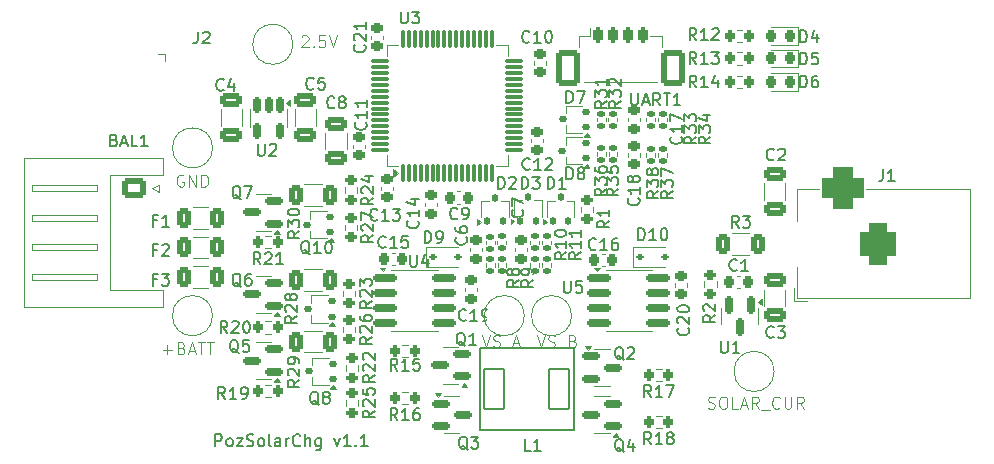
<source format=gto>
%TF.GenerationSoftware,KiCad,Pcbnew,8.0.2-8.0.2-0~ubuntu22.04.1*%
%TF.CreationDate,2024-05-15T13:15:59-07:00*%
%TF.ProjectId,JPBms2,4a50426d-7332-42e6-9b69-6361645f7063,rev?*%
%TF.SameCoordinates,Original*%
%TF.FileFunction,Legend,Top*%
%TF.FilePolarity,Positive*%
%FSLAX46Y46*%
G04 Gerber Fmt 4.6, Leading zero omitted, Abs format (unit mm)*
G04 Created by KiCad (PCBNEW 8.0.2-8.0.2-0~ubuntu22.04.1) date 2024-05-15 13:15:59*
%MOMM*%
%LPD*%
G01*
G04 APERTURE LIST*
G04 Aperture macros list*
%AMRoundRect*
0 Rectangle with rounded corners*
0 $1 Rounding radius*
0 $2 $3 $4 $5 $6 $7 $8 $9 X,Y pos of 4 corners*
0 Add a 4 corners polygon primitive as box body*
4,1,4,$2,$3,$4,$5,$6,$7,$8,$9,$2,$3,0*
0 Add four circle primitives for the rounded corners*
1,1,$1+$1,$2,$3*
1,1,$1+$1,$4,$5*
1,1,$1+$1,$6,$7*
1,1,$1+$1,$8,$9*
0 Add four rect primitives between the rounded corners*
20,1,$1+$1,$2,$3,$4,$5,0*
20,1,$1+$1,$4,$5,$6,$7,0*
20,1,$1+$1,$6,$7,$8,$9,0*
20,1,$1+$1,$8,$9,$2,$3,0*%
G04 Aperture macros list end*
%ADD10C,0.100000*%
%ADD11C,0.150000*%
%ADD12C,0.120000*%
%ADD13C,0.200000*%
%ADD14RoundRect,0.218750X0.218750X0.256250X-0.218750X0.256250X-0.218750X-0.256250X0.218750X-0.256250X0*%
%ADD15RoundRect,0.076000X-0.874000X-1.674000X0.874000X-1.674000X0.874000X1.674000X-0.874000X1.674000X0*%
%ADD16RoundRect,0.135000X0.185000X-0.135000X0.185000X0.135000X-0.185000X0.135000X-0.185000X-0.135000X0*%
%ADD17RoundRect,0.225000X0.250000X-0.225000X0.250000X0.225000X-0.250000X0.225000X-0.250000X-0.225000X0*%
%ADD18RoundRect,0.112500X-0.112500X-0.237500X0.112500X-0.237500X0.112500X0.237500X-0.112500X0.237500X0*%
%ADD19RoundRect,0.150000X-0.150000X0.587500X-0.150000X-0.587500X0.150000X-0.587500X0.150000X0.587500X0*%
%ADD20RoundRect,0.200000X-0.200000X-0.275000X0.200000X-0.275000X0.200000X0.275000X-0.200000X0.275000X0*%
%ADD21RoundRect,0.225000X0.225000X0.250000X-0.225000X0.250000X-0.225000X-0.250000X0.225000X-0.250000X0*%
%ADD22RoundRect,0.250000X-0.375000X-0.625000X0.375000X-0.625000X0.375000X0.625000X-0.375000X0.625000X0*%
%ADD23RoundRect,0.250000X0.650000X-0.325000X0.650000X0.325000X-0.650000X0.325000X-0.650000X-0.325000X0*%
%ADD24RoundRect,0.135000X-0.185000X0.135000X-0.185000X-0.135000X0.185000X-0.135000X0.185000X0.135000X0*%
%ADD25C,2.374900*%
%ADD26C,0.990600*%
%ADD27C,0.787400*%
%ADD28RoundRect,0.250000X-0.725000X0.600000X-0.725000X-0.600000X0.725000X-0.600000X0.725000X0.600000X0*%
%ADD29O,1.950000X1.700000*%
%ADD30RoundRect,0.225000X-0.250000X0.225000X-0.250000X-0.225000X0.250000X-0.225000X0.250000X0.225000X0*%
%ADD31RoundRect,0.200000X-0.275000X0.200000X-0.275000X-0.200000X0.275000X-0.200000X0.275000X0.200000X0*%
%ADD32RoundRect,0.112500X0.237500X-0.112500X0.237500X0.112500X-0.237500X0.112500X-0.237500X-0.112500X0*%
%ADD33C,3.200000*%
%ADD34RoundRect,0.250000X-0.312500X-0.625000X0.312500X-0.625000X0.312500X0.625000X-0.312500X0.625000X0*%
%ADD35RoundRect,0.200000X0.200000X0.275000X-0.200000X0.275000X-0.200000X-0.275000X0.200000X-0.275000X0*%
%ADD36RoundRect,0.150000X-0.150000X0.512500X-0.150000X-0.512500X0.150000X-0.512500X0.150000X0.512500X0*%
%ADD37C,3.000000*%
%ADD38RoundRect,0.250000X-0.650000X0.325000X-0.650000X-0.325000X0.650000X-0.325000X0.650000X0.325000X0*%
%ADD39RoundRect,0.112500X-0.187500X-0.112500X0.187500X-0.112500X0.187500X0.112500X-0.187500X0.112500X0*%
%ADD40RoundRect,0.150000X0.587500X0.150000X-0.587500X0.150000X-0.587500X-0.150000X0.587500X-0.150000X0*%
%ADD41RoundRect,0.200000X-0.200000X-0.450000X0.200000X-0.450000X0.200000X0.450000X-0.200000X0.450000X0*%
%ADD42RoundRect,0.250001X-0.799999X-1.249999X0.799999X-1.249999X0.799999X1.249999X-0.799999X1.249999X0*%
%ADD43R,3.500000X3.500000*%
%ADD44RoundRect,0.750000X0.750000X1.000000X-0.750000X1.000000X-0.750000X-1.000000X0.750000X-1.000000X0*%
%ADD45RoundRect,0.875000X0.875000X0.875000X-0.875000X0.875000X-0.875000X-0.875000X0.875000X-0.875000X0*%
%ADD46RoundRect,0.150000X-0.825000X-0.150000X0.825000X-0.150000X0.825000X0.150000X-0.825000X0.150000X0*%
%ADD47RoundRect,0.150000X-0.587500X-0.150000X0.587500X-0.150000X0.587500X0.150000X-0.587500X0.150000X0*%
%ADD48RoundRect,0.075000X0.075000X-0.700000X0.075000X0.700000X-0.075000X0.700000X-0.075000X-0.700000X0*%
%ADD49RoundRect,0.075000X0.700000X-0.075000X0.700000X0.075000X-0.700000X0.075000X-0.700000X-0.075000X0*%
G04 APERTURE END LIST*
D10*
X113456265Y-64367657D02*
X113503884Y-64320038D01*
X113503884Y-64320038D02*
X113599122Y-64272419D01*
X113599122Y-64272419D02*
X113837217Y-64272419D01*
X113837217Y-64272419D02*
X113932455Y-64320038D01*
X113932455Y-64320038D02*
X113980074Y-64367657D01*
X113980074Y-64367657D02*
X114027693Y-64462895D01*
X114027693Y-64462895D02*
X114027693Y-64558133D01*
X114027693Y-64558133D02*
X113980074Y-64700990D01*
X113980074Y-64700990D02*
X113408646Y-65272419D01*
X113408646Y-65272419D02*
X114027693Y-65272419D01*
X114456265Y-65177180D02*
X114503884Y-65224800D01*
X114503884Y-65224800D02*
X114456265Y-65272419D01*
X114456265Y-65272419D02*
X114408646Y-65224800D01*
X114408646Y-65224800D02*
X114456265Y-65177180D01*
X114456265Y-65177180D02*
X114456265Y-65272419D01*
X115408645Y-64272419D02*
X114932455Y-64272419D01*
X114932455Y-64272419D02*
X114884836Y-64748609D01*
X114884836Y-64748609D02*
X114932455Y-64700990D01*
X114932455Y-64700990D02*
X115027693Y-64653371D01*
X115027693Y-64653371D02*
X115265788Y-64653371D01*
X115265788Y-64653371D02*
X115361026Y-64700990D01*
X115361026Y-64700990D02*
X115408645Y-64748609D01*
X115408645Y-64748609D02*
X115456264Y-64843847D01*
X115456264Y-64843847D02*
X115456264Y-65081942D01*
X115456264Y-65081942D02*
X115408645Y-65177180D01*
X115408645Y-65177180D02*
X115361026Y-65224800D01*
X115361026Y-65224800D02*
X115265788Y-65272419D01*
X115265788Y-65272419D02*
X115027693Y-65272419D01*
X115027693Y-65272419D02*
X114932455Y-65224800D01*
X114932455Y-65224800D02*
X114884836Y-65177180D01*
X115741979Y-64272419D02*
X116075312Y-65272419D01*
X116075312Y-65272419D02*
X116408645Y-64272419D01*
X103427693Y-76120038D02*
X103332455Y-76072419D01*
X103332455Y-76072419D02*
X103189598Y-76072419D01*
X103189598Y-76072419D02*
X103046741Y-76120038D01*
X103046741Y-76120038D02*
X102951503Y-76215276D01*
X102951503Y-76215276D02*
X102903884Y-76310514D01*
X102903884Y-76310514D02*
X102856265Y-76500990D01*
X102856265Y-76500990D02*
X102856265Y-76643847D01*
X102856265Y-76643847D02*
X102903884Y-76834323D01*
X102903884Y-76834323D02*
X102951503Y-76929561D01*
X102951503Y-76929561D02*
X103046741Y-77024800D01*
X103046741Y-77024800D02*
X103189598Y-77072419D01*
X103189598Y-77072419D02*
X103284836Y-77072419D01*
X103284836Y-77072419D02*
X103427693Y-77024800D01*
X103427693Y-77024800D02*
X103475312Y-76977180D01*
X103475312Y-76977180D02*
X103475312Y-76643847D01*
X103475312Y-76643847D02*
X103284836Y-76643847D01*
X103903884Y-77072419D02*
X103903884Y-76072419D01*
X103903884Y-76072419D02*
X104475312Y-77072419D01*
X104475312Y-77072419D02*
X104475312Y-76072419D01*
X104951503Y-77072419D02*
X104951503Y-76072419D01*
X104951503Y-76072419D02*
X105189598Y-76072419D01*
X105189598Y-76072419D02*
X105332455Y-76120038D01*
X105332455Y-76120038D02*
X105427693Y-76215276D01*
X105427693Y-76215276D02*
X105475312Y-76310514D01*
X105475312Y-76310514D02*
X105522931Y-76500990D01*
X105522931Y-76500990D02*
X105522931Y-76643847D01*
X105522931Y-76643847D02*
X105475312Y-76834323D01*
X105475312Y-76834323D02*
X105427693Y-76929561D01*
X105427693Y-76929561D02*
X105332455Y-77024800D01*
X105332455Y-77024800D02*
X105189598Y-77072419D01*
X105189598Y-77072419D02*
X104951503Y-77072419D01*
X147856265Y-95824800D02*
X147999122Y-95872419D01*
X147999122Y-95872419D02*
X148237217Y-95872419D01*
X148237217Y-95872419D02*
X148332455Y-95824800D01*
X148332455Y-95824800D02*
X148380074Y-95777180D01*
X148380074Y-95777180D02*
X148427693Y-95681942D01*
X148427693Y-95681942D02*
X148427693Y-95586704D01*
X148427693Y-95586704D02*
X148380074Y-95491466D01*
X148380074Y-95491466D02*
X148332455Y-95443847D01*
X148332455Y-95443847D02*
X148237217Y-95396228D01*
X148237217Y-95396228D02*
X148046741Y-95348609D01*
X148046741Y-95348609D02*
X147951503Y-95300990D01*
X147951503Y-95300990D02*
X147903884Y-95253371D01*
X147903884Y-95253371D02*
X147856265Y-95158133D01*
X147856265Y-95158133D02*
X147856265Y-95062895D01*
X147856265Y-95062895D02*
X147903884Y-94967657D01*
X147903884Y-94967657D02*
X147951503Y-94920038D01*
X147951503Y-94920038D02*
X148046741Y-94872419D01*
X148046741Y-94872419D02*
X148284836Y-94872419D01*
X148284836Y-94872419D02*
X148427693Y-94920038D01*
X149046741Y-94872419D02*
X149237217Y-94872419D01*
X149237217Y-94872419D02*
X149332455Y-94920038D01*
X149332455Y-94920038D02*
X149427693Y-95015276D01*
X149427693Y-95015276D02*
X149475312Y-95205752D01*
X149475312Y-95205752D02*
X149475312Y-95539085D01*
X149475312Y-95539085D02*
X149427693Y-95729561D01*
X149427693Y-95729561D02*
X149332455Y-95824800D01*
X149332455Y-95824800D02*
X149237217Y-95872419D01*
X149237217Y-95872419D02*
X149046741Y-95872419D01*
X149046741Y-95872419D02*
X148951503Y-95824800D01*
X148951503Y-95824800D02*
X148856265Y-95729561D01*
X148856265Y-95729561D02*
X148808646Y-95539085D01*
X148808646Y-95539085D02*
X148808646Y-95205752D01*
X148808646Y-95205752D02*
X148856265Y-95015276D01*
X148856265Y-95015276D02*
X148951503Y-94920038D01*
X148951503Y-94920038D02*
X149046741Y-94872419D01*
X150380074Y-95872419D02*
X149903884Y-95872419D01*
X149903884Y-95872419D02*
X149903884Y-94872419D01*
X150665789Y-95586704D02*
X151141979Y-95586704D01*
X150570551Y-95872419D02*
X150903884Y-94872419D01*
X150903884Y-94872419D02*
X151237217Y-95872419D01*
X152141979Y-95872419D02*
X151808646Y-95396228D01*
X151570551Y-95872419D02*
X151570551Y-94872419D01*
X151570551Y-94872419D02*
X151951503Y-94872419D01*
X151951503Y-94872419D02*
X152046741Y-94920038D01*
X152046741Y-94920038D02*
X152094360Y-94967657D01*
X152094360Y-94967657D02*
X152141979Y-95062895D01*
X152141979Y-95062895D02*
X152141979Y-95205752D01*
X152141979Y-95205752D02*
X152094360Y-95300990D01*
X152094360Y-95300990D02*
X152046741Y-95348609D01*
X152046741Y-95348609D02*
X151951503Y-95396228D01*
X151951503Y-95396228D02*
X151570551Y-95396228D01*
X152332456Y-95967657D02*
X153094360Y-95967657D01*
X153903884Y-95777180D02*
X153856265Y-95824800D01*
X153856265Y-95824800D02*
X153713408Y-95872419D01*
X153713408Y-95872419D02*
X153618170Y-95872419D01*
X153618170Y-95872419D02*
X153475313Y-95824800D01*
X153475313Y-95824800D02*
X153380075Y-95729561D01*
X153380075Y-95729561D02*
X153332456Y-95634323D01*
X153332456Y-95634323D02*
X153284837Y-95443847D01*
X153284837Y-95443847D02*
X153284837Y-95300990D01*
X153284837Y-95300990D02*
X153332456Y-95110514D01*
X153332456Y-95110514D02*
X153380075Y-95015276D01*
X153380075Y-95015276D02*
X153475313Y-94920038D01*
X153475313Y-94920038D02*
X153618170Y-94872419D01*
X153618170Y-94872419D02*
X153713408Y-94872419D01*
X153713408Y-94872419D02*
X153856265Y-94920038D01*
X153856265Y-94920038D02*
X153903884Y-94967657D01*
X154332456Y-94872419D02*
X154332456Y-95681942D01*
X154332456Y-95681942D02*
X154380075Y-95777180D01*
X154380075Y-95777180D02*
X154427694Y-95824800D01*
X154427694Y-95824800D02*
X154522932Y-95872419D01*
X154522932Y-95872419D02*
X154713408Y-95872419D01*
X154713408Y-95872419D02*
X154808646Y-95824800D01*
X154808646Y-95824800D02*
X154856265Y-95777180D01*
X154856265Y-95777180D02*
X154903884Y-95681942D01*
X154903884Y-95681942D02*
X154903884Y-94872419D01*
X155951503Y-95872419D02*
X155618170Y-95396228D01*
X155380075Y-95872419D02*
X155380075Y-94872419D01*
X155380075Y-94872419D02*
X155761027Y-94872419D01*
X155761027Y-94872419D02*
X155856265Y-94920038D01*
X155856265Y-94920038D02*
X155903884Y-94967657D01*
X155903884Y-94967657D02*
X155951503Y-95062895D01*
X155951503Y-95062895D02*
X155951503Y-95205752D01*
X155951503Y-95205752D02*
X155903884Y-95300990D01*
X155903884Y-95300990D02*
X155856265Y-95348609D01*
X155856265Y-95348609D02*
X155761027Y-95396228D01*
X155761027Y-95396228D02*
X155380075Y-95396228D01*
X101703884Y-90891466D02*
X102465789Y-90891466D01*
X102084836Y-91272419D02*
X102084836Y-90510514D01*
X103275312Y-90748609D02*
X103418169Y-90796228D01*
X103418169Y-90796228D02*
X103465788Y-90843847D01*
X103465788Y-90843847D02*
X103513407Y-90939085D01*
X103513407Y-90939085D02*
X103513407Y-91081942D01*
X103513407Y-91081942D02*
X103465788Y-91177180D01*
X103465788Y-91177180D02*
X103418169Y-91224800D01*
X103418169Y-91224800D02*
X103322931Y-91272419D01*
X103322931Y-91272419D02*
X102941979Y-91272419D01*
X102941979Y-91272419D02*
X102941979Y-90272419D01*
X102941979Y-90272419D02*
X103275312Y-90272419D01*
X103275312Y-90272419D02*
X103370550Y-90320038D01*
X103370550Y-90320038D02*
X103418169Y-90367657D01*
X103418169Y-90367657D02*
X103465788Y-90462895D01*
X103465788Y-90462895D02*
X103465788Y-90558133D01*
X103465788Y-90558133D02*
X103418169Y-90653371D01*
X103418169Y-90653371D02*
X103370550Y-90700990D01*
X103370550Y-90700990D02*
X103275312Y-90748609D01*
X103275312Y-90748609D02*
X102941979Y-90748609D01*
X103894360Y-90986704D02*
X104370550Y-90986704D01*
X103799122Y-91272419D02*
X104132455Y-90272419D01*
X104132455Y-90272419D02*
X104465788Y-91272419D01*
X104656265Y-90272419D02*
X105227693Y-90272419D01*
X104941979Y-91272419D02*
X104941979Y-90272419D01*
X105418170Y-90272419D02*
X105989598Y-90272419D01*
X105703884Y-91272419D02*
X105703884Y-90272419D01*
D11*
X106127779Y-99056819D02*
X106127779Y-98056819D01*
X106127779Y-98056819D02*
X106508731Y-98056819D01*
X106508731Y-98056819D02*
X106603969Y-98104438D01*
X106603969Y-98104438D02*
X106651588Y-98152057D01*
X106651588Y-98152057D02*
X106699207Y-98247295D01*
X106699207Y-98247295D02*
X106699207Y-98390152D01*
X106699207Y-98390152D02*
X106651588Y-98485390D01*
X106651588Y-98485390D02*
X106603969Y-98533009D01*
X106603969Y-98533009D02*
X106508731Y-98580628D01*
X106508731Y-98580628D02*
X106127779Y-98580628D01*
X107270636Y-99056819D02*
X107175398Y-99009200D01*
X107175398Y-99009200D02*
X107127779Y-98961580D01*
X107127779Y-98961580D02*
X107080160Y-98866342D01*
X107080160Y-98866342D02*
X107080160Y-98580628D01*
X107080160Y-98580628D02*
X107127779Y-98485390D01*
X107127779Y-98485390D02*
X107175398Y-98437771D01*
X107175398Y-98437771D02*
X107270636Y-98390152D01*
X107270636Y-98390152D02*
X107413493Y-98390152D01*
X107413493Y-98390152D02*
X107508731Y-98437771D01*
X107508731Y-98437771D02*
X107556350Y-98485390D01*
X107556350Y-98485390D02*
X107603969Y-98580628D01*
X107603969Y-98580628D02*
X107603969Y-98866342D01*
X107603969Y-98866342D02*
X107556350Y-98961580D01*
X107556350Y-98961580D02*
X107508731Y-99009200D01*
X107508731Y-99009200D02*
X107413493Y-99056819D01*
X107413493Y-99056819D02*
X107270636Y-99056819D01*
X107937303Y-98390152D02*
X108461112Y-98390152D01*
X108461112Y-98390152D02*
X107937303Y-99056819D01*
X107937303Y-99056819D02*
X108461112Y-99056819D01*
X108794446Y-99009200D02*
X108937303Y-99056819D01*
X108937303Y-99056819D02*
X109175398Y-99056819D01*
X109175398Y-99056819D02*
X109270636Y-99009200D01*
X109270636Y-99009200D02*
X109318255Y-98961580D01*
X109318255Y-98961580D02*
X109365874Y-98866342D01*
X109365874Y-98866342D02*
X109365874Y-98771104D01*
X109365874Y-98771104D02*
X109318255Y-98675866D01*
X109318255Y-98675866D02*
X109270636Y-98628247D01*
X109270636Y-98628247D02*
X109175398Y-98580628D01*
X109175398Y-98580628D02*
X108984922Y-98533009D01*
X108984922Y-98533009D02*
X108889684Y-98485390D01*
X108889684Y-98485390D02*
X108842065Y-98437771D01*
X108842065Y-98437771D02*
X108794446Y-98342533D01*
X108794446Y-98342533D02*
X108794446Y-98247295D01*
X108794446Y-98247295D02*
X108842065Y-98152057D01*
X108842065Y-98152057D02*
X108889684Y-98104438D01*
X108889684Y-98104438D02*
X108984922Y-98056819D01*
X108984922Y-98056819D02*
X109223017Y-98056819D01*
X109223017Y-98056819D02*
X109365874Y-98104438D01*
X109937303Y-99056819D02*
X109842065Y-99009200D01*
X109842065Y-99009200D02*
X109794446Y-98961580D01*
X109794446Y-98961580D02*
X109746827Y-98866342D01*
X109746827Y-98866342D02*
X109746827Y-98580628D01*
X109746827Y-98580628D02*
X109794446Y-98485390D01*
X109794446Y-98485390D02*
X109842065Y-98437771D01*
X109842065Y-98437771D02*
X109937303Y-98390152D01*
X109937303Y-98390152D02*
X110080160Y-98390152D01*
X110080160Y-98390152D02*
X110175398Y-98437771D01*
X110175398Y-98437771D02*
X110223017Y-98485390D01*
X110223017Y-98485390D02*
X110270636Y-98580628D01*
X110270636Y-98580628D02*
X110270636Y-98866342D01*
X110270636Y-98866342D02*
X110223017Y-98961580D01*
X110223017Y-98961580D02*
X110175398Y-99009200D01*
X110175398Y-99009200D02*
X110080160Y-99056819D01*
X110080160Y-99056819D02*
X109937303Y-99056819D01*
X110842065Y-99056819D02*
X110746827Y-99009200D01*
X110746827Y-99009200D02*
X110699208Y-98913961D01*
X110699208Y-98913961D02*
X110699208Y-98056819D01*
X111651589Y-99056819D02*
X111651589Y-98533009D01*
X111651589Y-98533009D02*
X111603970Y-98437771D01*
X111603970Y-98437771D02*
X111508732Y-98390152D01*
X111508732Y-98390152D02*
X111318256Y-98390152D01*
X111318256Y-98390152D02*
X111223018Y-98437771D01*
X111651589Y-99009200D02*
X111556351Y-99056819D01*
X111556351Y-99056819D02*
X111318256Y-99056819D01*
X111318256Y-99056819D02*
X111223018Y-99009200D01*
X111223018Y-99009200D02*
X111175399Y-98913961D01*
X111175399Y-98913961D02*
X111175399Y-98818723D01*
X111175399Y-98818723D02*
X111223018Y-98723485D01*
X111223018Y-98723485D02*
X111318256Y-98675866D01*
X111318256Y-98675866D02*
X111556351Y-98675866D01*
X111556351Y-98675866D02*
X111651589Y-98628247D01*
X112127780Y-99056819D02*
X112127780Y-98390152D01*
X112127780Y-98580628D02*
X112175399Y-98485390D01*
X112175399Y-98485390D02*
X112223018Y-98437771D01*
X112223018Y-98437771D02*
X112318256Y-98390152D01*
X112318256Y-98390152D02*
X112413494Y-98390152D01*
X113318256Y-98961580D02*
X113270637Y-99009200D01*
X113270637Y-99009200D02*
X113127780Y-99056819D01*
X113127780Y-99056819D02*
X113032542Y-99056819D01*
X113032542Y-99056819D02*
X112889685Y-99009200D01*
X112889685Y-99009200D02*
X112794447Y-98913961D01*
X112794447Y-98913961D02*
X112746828Y-98818723D01*
X112746828Y-98818723D02*
X112699209Y-98628247D01*
X112699209Y-98628247D02*
X112699209Y-98485390D01*
X112699209Y-98485390D02*
X112746828Y-98294914D01*
X112746828Y-98294914D02*
X112794447Y-98199676D01*
X112794447Y-98199676D02*
X112889685Y-98104438D01*
X112889685Y-98104438D02*
X113032542Y-98056819D01*
X113032542Y-98056819D02*
X113127780Y-98056819D01*
X113127780Y-98056819D02*
X113270637Y-98104438D01*
X113270637Y-98104438D02*
X113318256Y-98152057D01*
X113746828Y-99056819D02*
X113746828Y-98056819D01*
X114175399Y-99056819D02*
X114175399Y-98533009D01*
X114175399Y-98533009D02*
X114127780Y-98437771D01*
X114127780Y-98437771D02*
X114032542Y-98390152D01*
X114032542Y-98390152D02*
X113889685Y-98390152D01*
X113889685Y-98390152D02*
X113794447Y-98437771D01*
X113794447Y-98437771D02*
X113746828Y-98485390D01*
X115080161Y-98390152D02*
X115080161Y-99199676D01*
X115080161Y-99199676D02*
X115032542Y-99294914D01*
X115032542Y-99294914D02*
X114984923Y-99342533D01*
X114984923Y-99342533D02*
X114889685Y-99390152D01*
X114889685Y-99390152D02*
X114746828Y-99390152D01*
X114746828Y-99390152D02*
X114651590Y-99342533D01*
X115080161Y-99009200D02*
X114984923Y-99056819D01*
X114984923Y-99056819D02*
X114794447Y-99056819D01*
X114794447Y-99056819D02*
X114699209Y-99009200D01*
X114699209Y-99009200D02*
X114651590Y-98961580D01*
X114651590Y-98961580D02*
X114603971Y-98866342D01*
X114603971Y-98866342D02*
X114603971Y-98580628D01*
X114603971Y-98580628D02*
X114651590Y-98485390D01*
X114651590Y-98485390D02*
X114699209Y-98437771D01*
X114699209Y-98437771D02*
X114794447Y-98390152D01*
X114794447Y-98390152D02*
X114984923Y-98390152D01*
X114984923Y-98390152D02*
X115080161Y-98437771D01*
X116223019Y-98390152D02*
X116461114Y-99056819D01*
X116461114Y-99056819D02*
X116699209Y-98390152D01*
X117603971Y-99056819D02*
X117032543Y-99056819D01*
X117318257Y-99056819D02*
X117318257Y-98056819D01*
X117318257Y-98056819D02*
X117223019Y-98199676D01*
X117223019Y-98199676D02*
X117127781Y-98294914D01*
X117127781Y-98294914D02*
X117032543Y-98342533D01*
X118032543Y-98961580D02*
X118080162Y-99009200D01*
X118080162Y-99009200D02*
X118032543Y-99056819D01*
X118032543Y-99056819D02*
X117984924Y-99009200D01*
X117984924Y-99009200D02*
X118032543Y-98961580D01*
X118032543Y-98961580D02*
X118032543Y-99056819D01*
X119032542Y-99056819D02*
X118461114Y-99056819D01*
X118746828Y-99056819D02*
X118746828Y-98056819D01*
X118746828Y-98056819D02*
X118651590Y-98199676D01*
X118651590Y-98199676D02*
X118556352Y-98294914D01*
X118556352Y-98294914D02*
X118461114Y-98342533D01*
D10*
X128716027Y-89642419D02*
X129049360Y-90642419D01*
X129049360Y-90642419D02*
X129382693Y-89642419D01*
X129668408Y-90594800D02*
X129811265Y-90642419D01*
X129811265Y-90642419D02*
X130049360Y-90642419D01*
X130049360Y-90642419D02*
X130144598Y-90594800D01*
X130144598Y-90594800D02*
X130192217Y-90547180D01*
X130192217Y-90547180D02*
X130239836Y-90451942D01*
X130239836Y-90451942D02*
X130239836Y-90356704D01*
X130239836Y-90356704D02*
X130192217Y-90261466D01*
X130192217Y-90261466D02*
X130144598Y-90213847D01*
X130144598Y-90213847D02*
X130049360Y-90166228D01*
X130049360Y-90166228D02*
X129858884Y-90118609D01*
X129858884Y-90118609D02*
X129763646Y-90070990D01*
X129763646Y-90070990D02*
X129716027Y-90023371D01*
X129716027Y-90023371D02*
X129668408Y-89928133D01*
X129668408Y-89928133D02*
X129668408Y-89832895D01*
X129668408Y-89832895D02*
X129716027Y-89737657D01*
X129716027Y-89737657D02*
X129763646Y-89690038D01*
X129763646Y-89690038D02*
X129858884Y-89642419D01*
X129858884Y-89642419D02*
X130096979Y-89642419D01*
X130096979Y-89642419D02*
X130239836Y-89690038D01*
X130430313Y-90737657D02*
X131192217Y-90737657D01*
X131382694Y-90356704D02*
X131858884Y-90356704D01*
X131287456Y-90642419D02*
X131620789Y-89642419D01*
X131620789Y-89642419D02*
X131954122Y-90642419D01*
X133361027Y-89672419D02*
X133694360Y-90672419D01*
X133694360Y-90672419D02*
X134027693Y-89672419D01*
X134313408Y-90624800D02*
X134456265Y-90672419D01*
X134456265Y-90672419D02*
X134694360Y-90672419D01*
X134694360Y-90672419D02*
X134789598Y-90624800D01*
X134789598Y-90624800D02*
X134837217Y-90577180D01*
X134837217Y-90577180D02*
X134884836Y-90481942D01*
X134884836Y-90481942D02*
X134884836Y-90386704D01*
X134884836Y-90386704D02*
X134837217Y-90291466D01*
X134837217Y-90291466D02*
X134789598Y-90243847D01*
X134789598Y-90243847D02*
X134694360Y-90196228D01*
X134694360Y-90196228D02*
X134503884Y-90148609D01*
X134503884Y-90148609D02*
X134408646Y-90100990D01*
X134408646Y-90100990D02*
X134361027Y-90053371D01*
X134361027Y-90053371D02*
X134313408Y-89958133D01*
X134313408Y-89958133D02*
X134313408Y-89862895D01*
X134313408Y-89862895D02*
X134361027Y-89767657D01*
X134361027Y-89767657D02*
X134408646Y-89720038D01*
X134408646Y-89720038D02*
X134503884Y-89672419D01*
X134503884Y-89672419D02*
X134741979Y-89672419D01*
X134741979Y-89672419D02*
X134884836Y-89720038D01*
X135075313Y-90767657D02*
X135837217Y-90767657D01*
X136408646Y-90148609D02*
X136551503Y-90196228D01*
X136551503Y-90196228D02*
X136599122Y-90243847D01*
X136599122Y-90243847D02*
X136646741Y-90339085D01*
X136646741Y-90339085D02*
X136646741Y-90481942D01*
X136646741Y-90481942D02*
X136599122Y-90577180D01*
X136599122Y-90577180D02*
X136551503Y-90624800D01*
X136551503Y-90624800D02*
X136456265Y-90672419D01*
X136456265Y-90672419D02*
X136075313Y-90672419D01*
X136075313Y-90672419D02*
X136075313Y-89672419D01*
X136075313Y-89672419D02*
X136408646Y-89672419D01*
X136408646Y-89672419D02*
X136503884Y-89720038D01*
X136503884Y-89720038D02*
X136551503Y-89767657D01*
X136551503Y-89767657D02*
X136599122Y-89862895D01*
X136599122Y-89862895D02*
X136599122Y-89958133D01*
X136599122Y-89958133D02*
X136551503Y-90053371D01*
X136551503Y-90053371D02*
X136503884Y-90100990D01*
X136503884Y-90100990D02*
X136408646Y-90148609D01*
X136408646Y-90148609D02*
X136075313Y-90148609D01*
D11*
X155661905Y-64854819D02*
X155661905Y-63854819D01*
X155661905Y-63854819D02*
X155900000Y-63854819D01*
X155900000Y-63854819D02*
X156042857Y-63902438D01*
X156042857Y-63902438D02*
X156138095Y-63997676D01*
X156138095Y-63997676D02*
X156185714Y-64092914D01*
X156185714Y-64092914D02*
X156233333Y-64283390D01*
X156233333Y-64283390D02*
X156233333Y-64426247D01*
X156233333Y-64426247D02*
X156185714Y-64616723D01*
X156185714Y-64616723D02*
X156138095Y-64711961D01*
X156138095Y-64711961D02*
X156042857Y-64807200D01*
X156042857Y-64807200D02*
X155900000Y-64854819D01*
X155900000Y-64854819D02*
X155661905Y-64854819D01*
X157090476Y-64188152D02*
X157090476Y-64854819D01*
X156852381Y-63807200D02*
X156614286Y-64521485D01*
X156614286Y-64521485D02*
X157233333Y-64521485D01*
X132833333Y-99454819D02*
X132357143Y-99454819D01*
X132357143Y-99454819D02*
X132357143Y-98454819D01*
X133690476Y-99454819D02*
X133119048Y-99454819D01*
X133404762Y-99454819D02*
X133404762Y-98454819D01*
X133404762Y-98454819D02*
X133309524Y-98597676D01*
X133309524Y-98597676D02*
X133214286Y-98692914D01*
X133214286Y-98692914D02*
X133119048Y-98740533D01*
X133054819Y-84966666D02*
X132578628Y-85299999D01*
X133054819Y-85538094D02*
X132054819Y-85538094D01*
X132054819Y-85538094D02*
X132054819Y-85157142D01*
X132054819Y-85157142D02*
X132102438Y-85061904D01*
X132102438Y-85061904D02*
X132150057Y-85014285D01*
X132150057Y-85014285D02*
X132245295Y-84966666D01*
X132245295Y-84966666D02*
X132388152Y-84966666D01*
X132388152Y-84966666D02*
X132483390Y-85014285D01*
X132483390Y-85014285D02*
X132531009Y-85061904D01*
X132531009Y-85061904D02*
X132578628Y-85157142D01*
X132578628Y-85157142D02*
X132578628Y-85538094D01*
X133054819Y-84490475D02*
X133054819Y-84299999D01*
X133054819Y-84299999D02*
X133007200Y-84204761D01*
X133007200Y-84204761D02*
X132959580Y-84157142D01*
X132959580Y-84157142D02*
X132816723Y-84061904D01*
X132816723Y-84061904D02*
X132626247Y-84014285D01*
X132626247Y-84014285D02*
X132245295Y-84014285D01*
X132245295Y-84014285D02*
X132150057Y-84061904D01*
X132150057Y-84061904D02*
X132102438Y-84109523D01*
X132102438Y-84109523D02*
X132054819Y-84204761D01*
X132054819Y-84204761D02*
X132054819Y-84395237D01*
X132054819Y-84395237D02*
X132102438Y-84490475D01*
X132102438Y-84490475D02*
X132150057Y-84538094D01*
X132150057Y-84538094D02*
X132245295Y-84585713D01*
X132245295Y-84585713D02*
X132483390Y-84585713D01*
X132483390Y-84585713D02*
X132578628Y-84538094D01*
X132578628Y-84538094D02*
X132626247Y-84490475D01*
X132626247Y-84490475D02*
X132673866Y-84395237D01*
X132673866Y-84395237D02*
X132673866Y-84204761D01*
X132673866Y-84204761D02*
X132626247Y-84109523D01*
X132626247Y-84109523D02*
X132578628Y-84061904D01*
X132578628Y-84061904D02*
X132483390Y-84014285D01*
X127357142Y-88359580D02*
X127309523Y-88407200D01*
X127309523Y-88407200D02*
X127166666Y-88454819D01*
X127166666Y-88454819D02*
X127071428Y-88454819D01*
X127071428Y-88454819D02*
X126928571Y-88407200D01*
X126928571Y-88407200D02*
X126833333Y-88311961D01*
X126833333Y-88311961D02*
X126785714Y-88216723D01*
X126785714Y-88216723D02*
X126738095Y-88026247D01*
X126738095Y-88026247D02*
X126738095Y-87883390D01*
X126738095Y-87883390D02*
X126785714Y-87692914D01*
X126785714Y-87692914D02*
X126833333Y-87597676D01*
X126833333Y-87597676D02*
X126928571Y-87502438D01*
X126928571Y-87502438D02*
X127071428Y-87454819D01*
X127071428Y-87454819D02*
X127166666Y-87454819D01*
X127166666Y-87454819D02*
X127309523Y-87502438D01*
X127309523Y-87502438D02*
X127357142Y-87550057D01*
X128309523Y-88454819D02*
X127738095Y-88454819D01*
X128023809Y-88454819D02*
X128023809Y-87454819D01*
X128023809Y-87454819D02*
X127928571Y-87597676D01*
X127928571Y-87597676D02*
X127833333Y-87692914D01*
X127833333Y-87692914D02*
X127738095Y-87740533D01*
X128785714Y-88454819D02*
X128976190Y-88454819D01*
X128976190Y-88454819D02*
X129071428Y-88407200D01*
X129071428Y-88407200D02*
X129119047Y-88359580D01*
X129119047Y-88359580D02*
X129214285Y-88216723D01*
X129214285Y-88216723D02*
X129261904Y-88026247D01*
X129261904Y-88026247D02*
X129261904Y-87645295D01*
X129261904Y-87645295D02*
X129214285Y-87550057D01*
X129214285Y-87550057D02*
X129166666Y-87502438D01*
X129166666Y-87502438D02*
X129071428Y-87454819D01*
X129071428Y-87454819D02*
X128880952Y-87454819D01*
X128880952Y-87454819D02*
X128785714Y-87502438D01*
X128785714Y-87502438D02*
X128738095Y-87550057D01*
X128738095Y-87550057D02*
X128690476Y-87645295D01*
X128690476Y-87645295D02*
X128690476Y-87883390D01*
X128690476Y-87883390D02*
X128738095Y-87978628D01*
X128738095Y-87978628D02*
X128785714Y-88026247D01*
X128785714Y-88026247D02*
X128880952Y-88073866D01*
X128880952Y-88073866D02*
X129071428Y-88073866D01*
X129071428Y-88073866D02*
X129166666Y-88026247D01*
X129166666Y-88026247D02*
X129214285Y-87978628D01*
X129214285Y-87978628D02*
X129261904Y-87883390D01*
X130061905Y-77254819D02*
X130061905Y-76254819D01*
X130061905Y-76254819D02*
X130300000Y-76254819D01*
X130300000Y-76254819D02*
X130442857Y-76302438D01*
X130442857Y-76302438D02*
X130538095Y-76397676D01*
X130538095Y-76397676D02*
X130585714Y-76492914D01*
X130585714Y-76492914D02*
X130633333Y-76683390D01*
X130633333Y-76683390D02*
X130633333Y-76826247D01*
X130633333Y-76826247D02*
X130585714Y-77016723D01*
X130585714Y-77016723D02*
X130538095Y-77111961D01*
X130538095Y-77111961D02*
X130442857Y-77207200D01*
X130442857Y-77207200D02*
X130300000Y-77254819D01*
X130300000Y-77254819D02*
X130061905Y-77254819D01*
X131014286Y-76350057D02*
X131061905Y-76302438D01*
X131061905Y-76302438D02*
X131157143Y-76254819D01*
X131157143Y-76254819D02*
X131395238Y-76254819D01*
X131395238Y-76254819D02*
X131490476Y-76302438D01*
X131490476Y-76302438D02*
X131538095Y-76350057D01*
X131538095Y-76350057D02*
X131585714Y-76445295D01*
X131585714Y-76445295D02*
X131585714Y-76540533D01*
X131585714Y-76540533D02*
X131538095Y-76683390D01*
X131538095Y-76683390D02*
X130966667Y-77254819D01*
X130966667Y-77254819D02*
X131585714Y-77254819D01*
X148934546Y-90153994D02*
X148934546Y-90963517D01*
X148934546Y-90963517D02*
X148982165Y-91058755D01*
X148982165Y-91058755D02*
X149029784Y-91106375D01*
X149029784Y-91106375D02*
X149125022Y-91153994D01*
X149125022Y-91153994D02*
X149315498Y-91153994D01*
X149315498Y-91153994D02*
X149410736Y-91106375D01*
X149410736Y-91106375D02*
X149458355Y-91058755D01*
X149458355Y-91058755D02*
X149505974Y-90963517D01*
X149505974Y-90963517D02*
X149505974Y-90153994D01*
X150505974Y-91153994D02*
X149934546Y-91153994D01*
X150220260Y-91153994D02*
X150220260Y-90153994D01*
X150220260Y-90153994D02*
X150125022Y-90296851D01*
X150125022Y-90296851D02*
X150029784Y-90392089D01*
X150029784Y-90392089D02*
X149934546Y-90439708D01*
X106957142Y-95054819D02*
X106623809Y-94578628D01*
X106385714Y-95054819D02*
X106385714Y-94054819D01*
X106385714Y-94054819D02*
X106766666Y-94054819D01*
X106766666Y-94054819D02*
X106861904Y-94102438D01*
X106861904Y-94102438D02*
X106909523Y-94150057D01*
X106909523Y-94150057D02*
X106957142Y-94245295D01*
X106957142Y-94245295D02*
X106957142Y-94388152D01*
X106957142Y-94388152D02*
X106909523Y-94483390D01*
X106909523Y-94483390D02*
X106861904Y-94531009D01*
X106861904Y-94531009D02*
X106766666Y-94578628D01*
X106766666Y-94578628D02*
X106385714Y-94578628D01*
X107909523Y-95054819D02*
X107338095Y-95054819D01*
X107623809Y-95054819D02*
X107623809Y-94054819D01*
X107623809Y-94054819D02*
X107528571Y-94197676D01*
X107528571Y-94197676D02*
X107433333Y-94292914D01*
X107433333Y-94292914D02*
X107338095Y-94340533D01*
X108385714Y-95054819D02*
X108576190Y-95054819D01*
X108576190Y-95054819D02*
X108671428Y-95007200D01*
X108671428Y-95007200D02*
X108719047Y-94959580D01*
X108719047Y-94959580D02*
X108814285Y-94816723D01*
X108814285Y-94816723D02*
X108861904Y-94626247D01*
X108861904Y-94626247D02*
X108861904Y-94245295D01*
X108861904Y-94245295D02*
X108814285Y-94150057D01*
X108814285Y-94150057D02*
X108766666Y-94102438D01*
X108766666Y-94102438D02*
X108671428Y-94054819D01*
X108671428Y-94054819D02*
X108480952Y-94054819D01*
X108480952Y-94054819D02*
X108385714Y-94102438D01*
X108385714Y-94102438D02*
X108338095Y-94150057D01*
X108338095Y-94150057D02*
X108290476Y-94245295D01*
X108290476Y-94245295D02*
X108290476Y-94483390D01*
X108290476Y-94483390D02*
X108338095Y-94578628D01*
X108338095Y-94578628D02*
X108385714Y-94626247D01*
X108385714Y-94626247D02*
X108480952Y-94673866D01*
X108480952Y-94673866D02*
X108671428Y-94673866D01*
X108671428Y-94673866D02*
X108766666Y-94626247D01*
X108766666Y-94626247D02*
X108814285Y-94578628D01*
X108814285Y-94578628D02*
X108861904Y-94483390D01*
X120557142Y-82159580D02*
X120509523Y-82207200D01*
X120509523Y-82207200D02*
X120366666Y-82254819D01*
X120366666Y-82254819D02*
X120271428Y-82254819D01*
X120271428Y-82254819D02*
X120128571Y-82207200D01*
X120128571Y-82207200D02*
X120033333Y-82111961D01*
X120033333Y-82111961D02*
X119985714Y-82016723D01*
X119985714Y-82016723D02*
X119938095Y-81826247D01*
X119938095Y-81826247D02*
X119938095Y-81683390D01*
X119938095Y-81683390D02*
X119985714Y-81492914D01*
X119985714Y-81492914D02*
X120033333Y-81397676D01*
X120033333Y-81397676D02*
X120128571Y-81302438D01*
X120128571Y-81302438D02*
X120271428Y-81254819D01*
X120271428Y-81254819D02*
X120366666Y-81254819D01*
X120366666Y-81254819D02*
X120509523Y-81302438D01*
X120509523Y-81302438D02*
X120557142Y-81350057D01*
X121509523Y-82254819D02*
X120938095Y-82254819D01*
X121223809Y-82254819D02*
X121223809Y-81254819D01*
X121223809Y-81254819D02*
X121128571Y-81397676D01*
X121128571Y-81397676D02*
X121033333Y-81492914D01*
X121033333Y-81492914D02*
X120938095Y-81540533D01*
X122414285Y-81254819D02*
X121938095Y-81254819D01*
X121938095Y-81254819D02*
X121890476Y-81731009D01*
X121890476Y-81731009D02*
X121938095Y-81683390D01*
X121938095Y-81683390D02*
X122033333Y-81635771D01*
X122033333Y-81635771D02*
X122271428Y-81635771D01*
X122271428Y-81635771D02*
X122366666Y-81683390D01*
X122366666Y-81683390D02*
X122414285Y-81731009D01*
X122414285Y-81731009D02*
X122461904Y-81826247D01*
X122461904Y-81826247D02*
X122461904Y-82064342D01*
X122461904Y-82064342D02*
X122414285Y-82159580D01*
X122414285Y-82159580D02*
X122366666Y-82207200D01*
X122366666Y-82207200D02*
X122271428Y-82254819D01*
X122271428Y-82254819D02*
X122033333Y-82254819D01*
X122033333Y-82254819D02*
X121938095Y-82207200D01*
X121938095Y-82207200D02*
X121890476Y-82159580D01*
X101166666Y-82431009D02*
X100833333Y-82431009D01*
X100833333Y-82954819D02*
X100833333Y-81954819D01*
X100833333Y-81954819D02*
X101309523Y-81954819D01*
X101642857Y-82050057D02*
X101690476Y-82002438D01*
X101690476Y-82002438D02*
X101785714Y-81954819D01*
X101785714Y-81954819D02*
X102023809Y-81954819D01*
X102023809Y-81954819D02*
X102119047Y-82002438D01*
X102119047Y-82002438D02*
X102166666Y-82050057D01*
X102166666Y-82050057D02*
X102214285Y-82145295D01*
X102214285Y-82145295D02*
X102214285Y-82240533D01*
X102214285Y-82240533D02*
X102166666Y-82383390D01*
X102166666Y-82383390D02*
X101595238Y-82954819D01*
X101595238Y-82954819D02*
X102214285Y-82954819D01*
X155661905Y-68674819D02*
X155661905Y-67674819D01*
X155661905Y-67674819D02*
X155900000Y-67674819D01*
X155900000Y-67674819D02*
X156042857Y-67722438D01*
X156042857Y-67722438D02*
X156138095Y-67817676D01*
X156138095Y-67817676D02*
X156185714Y-67912914D01*
X156185714Y-67912914D02*
X156233333Y-68103390D01*
X156233333Y-68103390D02*
X156233333Y-68246247D01*
X156233333Y-68246247D02*
X156185714Y-68436723D01*
X156185714Y-68436723D02*
X156138095Y-68531961D01*
X156138095Y-68531961D02*
X156042857Y-68627200D01*
X156042857Y-68627200D02*
X155900000Y-68674819D01*
X155900000Y-68674819D02*
X155661905Y-68674819D01*
X157090476Y-67674819D02*
X156900000Y-67674819D01*
X156900000Y-67674819D02*
X156804762Y-67722438D01*
X156804762Y-67722438D02*
X156757143Y-67770057D01*
X156757143Y-67770057D02*
X156661905Y-67912914D01*
X156661905Y-67912914D02*
X156614286Y-68103390D01*
X156614286Y-68103390D02*
X156614286Y-68484342D01*
X156614286Y-68484342D02*
X156661905Y-68579580D01*
X156661905Y-68579580D02*
X156709524Y-68627200D01*
X156709524Y-68627200D02*
X156804762Y-68674819D01*
X156804762Y-68674819D02*
X156995238Y-68674819D01*
X156995238Y-68674819D02*
X157090476Y-68627200D01*
X157090476Y-68627200D02*
X157138095Y-68579580D01*
X157138095Y-68579580D02*
X157185714Y-68484342D01*
X157185714Y-68484342D02*
X157185714Y-68246247D01*
X157185714Y-68246247D02*
X157138095Y-68151009D01*
X157138095Y-68151009D02*
X157090476Y-68103390D01*
X157090476Y-68103390D02*
X156995238Y-68055771D01*
X156995238Y-68055771D02*
X156804762Y-68055771D01*
X156804762Y-68055771D02*
X156709524Y-68103390D01*
X156709524Y-68103390D02*
X156661905Y-68151009D01*
X156661905Y-68151009D02*
X156614286Y-68246247D01*
X106833333Y-68859580D02*
X106785714Y-68907200D01*
X106785714Y-68907200D02*
X106642857Y-68954819D01*
X106642857Y-68954819D02*
X106547619Y-68954819D01*
X106547619Y-68954819D02*
X106404762Y-68907200D01*
X106404762Y-68907200D02*
X106309524Y-68811961D01*
X106309524Y-68811961D02*
X106261905Y-68716723D01*
X106261905Y-68716723D02*
X106214286Y-68526247D01*
X106214286Y-68526247D02*
X106214286Y-68383390D01*
X106214286Y-68383390D02*
X106261905Y-68192914D01*
X106261905Y-68192914D02*
X106309524Y-68097676D01*
X106309524Y-68097676D02*
X106404762Y-68002438D01*
X106404762Y-68002438D02*
X106547619Y-67954819D01*
X106547619Y-67954819D02*
X106642857Y-67954819D01*
X106642857Y-67954819D02*
X106785714Y-68002438D01*
X106785714Y-68002438D02*
X106833333Y-68050057D01*
X107690476Y-68288152D02*
X107690476Y-68954819D01*
X107452381Y-67907200D02*
X107214286Y-68621485D01*
X107214286Y-68621485D02*
X107833333Y-68621485D01*
X121557142Y-92654819D02*
X121223809Y-92178628D01*
X120985714Y-92654819D02*
X120985714Y-91654819D01*
X120985714Y-91654819D02*
X121366666Y-91654819D01*
X121366666Y-91654819D02*
X121461904Y-91702438D01*
X121461904Y-91702438D02*
X121509523Y-91750057D01*
X121509523Y-91750057D02*
X121557142Y-91845295D01*
X121557142Y-91845295D02*
X121557142Y-91988152D01*
X121557142Y-91988152D02*
X121509523Y-92083390D01*
X121509523Y-92083390D02*
X121461904Y-92131009D01*
X121461904Y-92131009D02*
X121366666Y-92178628D01*
X121366666Y-92178628D02*
X120985714Y-92178628D01*
X122509523Y-92654819D02*
X121938095Y-92654819D01*
X122223809Y-92654819D02*
X122223809Y-91654819D01*
X122223809Y-91654819D02*
X122128571Y-91797676D01*
X122128571Y-91797676D02*
X122033333Y-91892914D01*
X122033333Y-91892914D02*
X121938095Y-91940533D01*
X123414285Y-91654819D02*
X122938095Y-91654819D01*
X122938095Y-91654819D02*
X122890476Y-92131009D01*
X122890476Y-92131009D02*
X122938095Y-92083390D01*
X122938095Y-92083390D02*
X123033333Y-92035771D01*
X123033333Y-92035771D02*
X123271428Y-92035771D01*
X123271428Y-92035771D02*
X123366666Y-92083390D01*
X123366666Y-92083390D02*
X123414285Y-92131009D01*
X123414285Y-92131009D02*
X123461904Y-92226247D01*
X123461904Y-92226247D02*
X123461904Y-92464342D01*
X123461904Y-92464342D02*
X123414285Y-92559580D01*
X123414285Y-92559580D02*
X123366666Y-92607200D01*
X123366666Y-92607200D02*
X123271428Y-92654819D01*
X123271428Y-92654819D02*
X123033333Y-92654819D01*
X123033333Y-92654819D02*
X122938095Y-92607200D01*
X122938095Y-92607200D02*
X122890476Y-92559580D01*
X139254819Y-69842857D02*
X138778628Y-70176190D01*
X139254819Y-70414285D02*
X138254819Y-70414285D01*
X138254819Y-70414285D02*
X138254819Y-70033333D01*
X138254819Y-70033333D02*
X138302438Y-69938095D01*
X138302438Y-69938095D02*
X138350057Y-69890476D01*
X138350057Y-69890476D02*
X138445295Y-69842857D01*
X138445295Y-69842857D02*
X138588152Y-69842857D01*
X138588152Y-69842857D02*
X138683390Y-69890476D01*
X138683390Y-69890476D02*
X138731009Y-69938095D01*
X138731009Y-69938095D02*
X138778628Y-70033333D01*
X138778628Y-70033333D02*
X138778628Y-70414285D01*
X138254819Y-69509523D02*
X138254819Y-68890476D01*
X138254819Y-68890476D02*
X138635771Y-69223809D01*
X138635771Y-69223809D02*
X138635771Y-69080952D01*
X138635771Y-69080952D02*
X138683390Y-68985714D01*
X138683390Y-68985714D02*
X138731009Y-68938095D01*
X138731009Y-68938095D02*
X138826247Y-68890476D01*
X138826247Y-68890476D02*
X139064342Y-68890476D01*
X139064342Y-68890476D02*
X139159580Y-68938095D01*
X139159580Y-68938095D02*
X139207200Y-68985714D01*
X139207200Y-68985714D02*
X139254819Y-69080952D01*
X139254819Y-69080952D02*
X139254819Y-69366666D01*
X139254819Y-69366666D02*
X139207200Y-69461904D01*
X139207200Y-69461904D02*
X139159580Y-69509523D01*
X139254819Y-67938095D02*
X139254819Y-68509523D01*
X139254819Y-68223809D02*
X138254819Y-68223809D01*
X138254819Y-68223809D02*
X138397676Y-68319047D01*
X138397676Y-68319047D02*
X138492914Y-68414285D01*
X138492914Y-68414285D02*
X138540533Y-68509523D01*
X150287476Y-84125294D02*
X150239857Y-84172914D01*
X150239857Y-84172914D02*
X150097000Y-84220533D01*
X150097000Y-84220533D02*
X150001762Y-84220533D01*
X150001762Y-84220533D02*
X149858905Y-84172914D01*
X149858905Y-84172914D02*
X149763667Y-84077675D01*
X149763667Y-84077675D02*
X149716048Y-83982437D01*
X149716048Y-83982437D02*
X149668429Y-83791961D01*
X149668429Y-83791961D02*
X149668429Y-83649104D01*
X149668429Y-83649104D02*
X149716048Y-83458628D01*
X149716048Y-83458628D02*
X149763667Y-83363390D01*
X149763667Y-83363390D02*
X149858905Y-83268152D01*
X149858905Y-83268152D02*
X150001762Y-83220533D01*
X150001762Y-83220533D02*
X150097000Y-83220533D01*
X150097000Y-83220533D02*
X150239857Y-83268152D01*
X150239857Y-83268152D02*
X150287476Y-83315771D01*
X151239857Y-84220533D02*
X150668429Y-84220533D01*
X150954143Y-84220533D02*
X150954143Y-83220533D01*
X150954143Y-83220533D02*
X150858905Y-83363390D01*
X150858905Y-83363390D02*
X150763667Y-83458628D01*
X150763667Y-83458628D02*
X150668429Y-83506247D01*
X104666666Y-63954819D02*
X104666666Y-64669104D01*
X104666666Y-64669104D02*
X104619047Y-64811961D01*
X104619047Y-64811961D02*
X104523809Y-64907200D01*
X104523809Y-64907200D02*
X104380952Y-64954819D01*
X104380952Y-64954819D02*
X104285714Y-64954819D01*
X105095238Y-64050057D02*
X105142857Y-64002438D01*
X105142857Y-64002438D02*
X105238095Y-63954819D01*
X105238095Y-63954819D02*
X105476190Y-63954819D01*
X105476190Y-63954819D02*
X105571428Y-64002438D01*
X105571428Y-64002438D02*
X105619047Y-64050057D01*
X105619047Y-64050057D02*
X105666666Y-64145295D01*
X105666666Y-64145295D02*
X105666666Y-64240533D01*
X105666666Y-64240533D02*
X105619047Y-64383390D01*
X105619047Y-64383390D02*
X105047619Y-64954819D01*
X105047619Y-64954819D02*
X105666666Y-64954819D01*
X97541904Y-73151009D02*
X97684761Y-73198628D01*
X97684761Y-73198628D02*
X97732380Y-73246247D01*
X97732380Y-73246247D02*
X97779999Y-73341485D01*
X97779999Y-73341485D02*
X97779999Y-73484342D01*
X97779999Y-73484342D02*
X97732380Y-73579580D01*
X97732380Y-73579580D02*
X97684761Y-73627200D01*
X97684761Y-73627200D02*
X97589523Y-73674819D01*
X97589523Y-73674819D02*
X97208571Y-73674819D01*
X97208571Y-73674819D02*
X97208571Y-72674819D01*
X97208571Y-72674819D02*
X97541904Y-72674819D01*
X97541904Y-72674819D02*
X97637142Y-72722438D01*
X97637142Y-72722438D02*
X97684761Y-72770057D01*
X97684761Y-72770057D02*
X97732380Y-72865295D01*
X97732380Y-72865295D02*
X97732380Y-72960533D01*
X97732380Y-72960533D02*
X97684761Y-73055771D01*
X97684761Y-73055771D02*
X97637142Y-73103390D01*
X97637142Y-73103390D02*
X97541904Y-73151009D01*
X97541904Y-73151009D02*
X97208571Y-73151009D01*
X98160952Y-73389104D02*
X98637142Y-73389104D01*
X98065714Y-73674819D02*
X98399047Y-72674819D01*
X98399047Y-72674819D02*
X98732380Y-73674819D01*
X99541904Y-73674819D02*
X99065714Y-73674819D01*
X99065714Y-73674819D02*
X99065714Y-72674819D01*
X100399047Y-73674819D02*
X99827619Y-73674819D01*
X100113333Y-73674819D02*
X100113333Y-72674819D01*
X100113333Y-72674819D02*
X100018095Y-72817676D01*
X100018095Y-72817676D02*
X99922857Y-72912914D01*
X99922857Y-72912914D02*
X99827619Y-72960533D01*
X132757142Y-75578122D02*
X132709523Y-75625742D01*
X132709523Y-75625742D02*
X132566666Y-75673361D01*
X132566666Y-75673361D02*
X132471428Y-75673361D01*
X132471428Y-75673361D02*
X132328571Y-75625742D01*
X132328571Y-75625742D02*
X132233333Y-75530503D01*
X132233333Y-75530503D02*
X132185714Y-75435265D01*
X132185714Y-75435265D02*
X132138095Y-75244789D01*
X132138095Y-75244789D02*
X132138095Y-75101932D01*
X132138095Y-75101932D02*
X132185714Y-74911456D01*
X132185714Y-74911456D02*
X132233333Y-74816218D01*
X132233333Y-74816218D02*
X132328571Y-74720980D01*
X132328571Y-74720980D02*
X132471428Y-74673361D01*
X132471428Y-74673361D02*
X132566666Y-74673361D01*
X132566666Y-74673361D02*
X132709523Y-74720980D01*
X132709523Y-74720980D02*
X132757142Y-74768599D01*
X133709523Y-75673361D02*
X133138095Y-75673361D01*
X133423809Y-75673361D02*
X133423809Y-74673361D01*
X133423809Y-74673361D02*
X133328571Y-74816218D01*
X133328571Y-74816218D02*
X133233333Y-74911456D01*
X133233333Y-74911456D02*
X133138095Y-74959075D01*
X134090476Y-74768599D02*
X134138095Y-74720980D01*
X134138095Y-74720980D02*
X134233333Y-74673361D01*
X134233333Y-74673361D02*
X134471428Y-74673361D01*
X134471428Y-74673361D02*
X134566666Y-74720980D01*
X134566666Y-74720980D02*
X134614285Y-74768599D01*
X134614285Y-74768599D02*
X134661904Y-74863837D01*
X134661904Y-74863837D02*
X134661904Y-74959075D01*
X134661904Y-74959075D02*
X134614285Y-75101932D01*
X134614285Y-75101932D02*
X134042857Y-75673361D01*
X134042857Y-75673361D02*
X134661904Y-75673361D01*
X119613819Y-93057857D02*
X119137628Y-93391190D01*
X119613819Y-93629285D02*
X118613819Y-93629285D01*
X118613819Y-93629285D02*
X118613819Y-93248333D01*
X118613819Y-93248333D02*
X118661438Y-93153095D01*
X118661438Y-93153095D02*
X118709057Y-93105476D01*
X118709057Y-93105476D02*
X118804295Y-93057857D01*
X118804295Y-93057857D02*
X118947152Y-93057857D01*
X118947152Y-93057857D02*
X119042390Y-93105476D01*
X119042390Y-93105476D02*
X119090009Y-93153095D01*
X119090009Y-93153095D02*
X119137628Y-93248333D01*
X119137628Y-93248333D02*
X119137628Y-93629285D01*
X118709057Y-92676904D02*
X118661438Y-92629285D01*
X118661438Y-92629285D02*
X118613819Y-92534047D01*
X118613819Y-92534047D02*
X118613819Y-92295952D01*
X118613819Y-92295952D02*
X118661438Y-92200714D01*
X118661438Y-92200714D02*
X118709057Y-92153095D01*
X118709057Y-92153095D02*
X118804295Y-92105476D01*
X118804295Y-92105476D02*
X118899533Y-92105476D01*
X118899533Y-92105476D02*
X119042390Y-92153095D01*
X119042390Y-92153095D02*
X119613819Y-92724523D01*
X119613819Y-92724523D02*
X119613819Y-92105476D01*
X118709057Y-91724523D02*
X118661438Y-91676904D01*
X118661438Y-91676904D02*
X118613819Y-91581666D01*
X118613819Y-91581666D02*
X118613819Y-91343571D01*
X118613819Y-91343571D02*
X118661438Y-91248333D01*
X118661438Y-91248333D02*
X118709057Y-91200714D01*
X118709057Y-91200714D02*
X118804295Y-91153095D01*
X118804295Y-91153095D02*
X118899533Y-91153095D01*
X118899533Y-91153095D02*
X119042390Y-91200714D01*
X119042390Y-91200714D02*
X119613819Y-91772142D01*
X119613819Y-91772142D02*
X119613819Y-91153095D01*
X114144877Y-82803100D02*
X114049639Y-82755481D01*
X114049639Y-82755481D02*
X113954401Y-82660243D01*
X113954401Y-82660243D02*
X113811544Y-82517385D01*
X113811544Y-82517385D02*
X113716306Y-82469766D01*
X113716306Y-82469766D02*
X113621068Y-82469766D01*
X113668687Y-82707862D02*
X113573449Y-82660243D01*
X113573449Y-82660243D02*
X113478211Y-82565004D01*
X113478211Y-82565004D02*
X113430592Y-82374528D01*
X113430592Y-82374528D02*
X113430592Y-82041195D01*
X113430592Y-82041195D02*
X113478211Y-81850719D01*
X113478211Y-81850719D02*
X113573449Y-81755481D01*
X113573449Y-81755481D02*
X113668687Y-81707862D01*
X113668687Y-81707862D02*
X113859163Y-81707862D01*
X113859163Y-81707862D02*
X113954401Y-81755481D01*
X113954401Y-81755481D02*
X114049639Y-81850719D01*
X114049639Y-81850719D02*
X114097258Y-82041195D01*
X114097258Y-82041195D02*
X114097258Y-82374528D01*
X114097258Y-82374528D02*
X114049639Y-82565004D01*
X114049639Y-82565004D02*
X113954401Y-82660243D01*
X113954401Y-82660243D02*
X113859163Y-82707862D01*
X113859163Y-82707862D02*
X113668687Y-82707862D01*
X115049639Y-82707862D02*
X114478211Y-82707862D01*
X114763925Y-82707862D02*
X114763925Y-81707862D01*
X114763925Y-81707862D02*
X114668687Y-81850719D01*
X114668687Y-81850719D02*
X114573449Y-81945957D01*
X114573449Y-81945957D02*
X114478211Y-81993576D01*
X115668687Y-81707862D02*
X115763925Y-81707862D01*
X115763925Y-81707862D02*
X115859163Y-81755481D01*
X115859163Y-81755481D02*
X115906782Y-81803100D01*
X115906782Y-81803100D02*
X115954401Y-81898338D01*
X115954401Y-81898338D02*
X116002020Y-82088814D01*
X116002020Y-82088814D02*
X116002020Y-82326909D01*
X116002020Y-82326909D02*
X115954401Y-82517385D01*
X115954401Y-82517385D02*
X115906782Y-82612623D01*
X115906782Y-82612623D02*
X115859163Y-82660243D01*
X115859163Y-82660243D02*
X115763925Y-82707862D01*
X115763925Y-82707862D02*
X115668687Y-82707862D01*
X115668687Y-82707862D02*
X115573449Y-82660243D01*
X115573449Y-82660243D02*
X115525830Y-82612623D01*
X115525830Y-82612623D02*
X115478211Y-82517385D01*
X115478211Y-82517385D02*
X115430592Y-82326909D01*
X115430592Y-82326909D02*
X115430592Y-82088814D01*
X115430592Y-82088814D02*
X115478211Y-81898338D01*
X115478211Y-81898338D02*
X115525830Y-81803100D01*
X115525830Y-81803100D02*
X115573449Y-81755481D01*
X115573449Y-81755481D02*
X115668687Y-81707862D01*
X113054819Y-88042857D02*
X112578628Y-88376190D01*
X113054819Y-88614285D02*
X112054819Y-88614285D01*
X112054819Y-88614285D02*
X112054819Y-88233333D01*
X112054819Y-88233333D02*
X112102438Y-88138095D01*
X112102438Y-88138095D02*
X112150057Y-88090476D01*
X112150057Y-88090476D02*
X112245295Y-88042857D01*
X112245295Y-88042857D02*
X112388152Y-88042857D01*
X112388152Y-88042857D02*
X112483390Y-88090476D01*
X112483390Y-88090476D02*
X112531009Y-88138095D01*
X112531009Y-88138095D02*
X112578628Y-88233333D01*
X112578628Y-88233333D02*
X112578628Y-88614285D01*
X112150057Y-87661904D02*
X112102438Y-87614285D01*
X112102438Y-87614285D02*
X112054819Y-87519047D01*
X112054819Y-87519047D02*
X112054819Y-87280952D01*
X112054819Y-87280952D02*
X112102438Y-87185714D01*
X112102438Y-87185714D02*
X112150057Y-87138095D01*
X112150057Y-87138095D02*
X112245295Y-87090476D01*
X112245295Y-87090476D02*
X112340533Y-87090476D01*
X112340533Y-87090476D02*
X112483390Y-87138095D01*
X112483390Y-87138095D02*
X113054819Y-87709523D01*
X113054819Y-87709523D02*
X113054819Y-87090476D01*
X112483390Y-86519047D02*
X112435771Y-86614285D01*
X112435771Y-86614285D02*
X112388152Y-86661904D01*
X112388152Y-86661904D02*
X112292914Y-86709523D01*
X112292914Y-86709523D02*
X112245295Y-86709523D01*
X112245295Y-86709523D02*
X112150057Y-86661904D01*
X112150057Y-86661904D02*
X112102438Y-86614285D01*
X112102438Y-86614285D02*
X112054819Y-86519047D01*
X112054819Y-86519047D02*
X112054819Y-86328571D01*
X112054819Y-86328571D02*
X112102438Y-86233333D01*
X112102438Y-86233333D02*
X112150057Y-86185714D01*
X112150057Y-86185714D02*
X112245295Y-86138095D01*
X112245295Y-86138095D02*
X112292914Y-86138095D01*
X112292914Y-86138095D02*
X112388152Y-86185714D01*
X112388152Y-86185714D02*
X112435771Y-86233333D01*
X112435771Y-86233333D02*
X112483390Y-86328571D01*
X112483390Y-86328571D02*
X112483390Y-86519047D01*
X112483390Y-86519047D02*
X112531009Y-86614285D01*
X112531009Y-86614285D02*
X112578628Y-86661904D01*
X112578628Y-86661904D02*
X112673866Y-86709523D01*
X112673866Y-86709523D02*
X112864342Y-86709523D01*
X112864342Y-86709523D02*
X112959580Y-86661904D01*
X112959580Y-86661904D02*
X113007200Y-86614285D01*
X113007200Y-86614285D02*
X113054819Y-86519047D01*
X113054819Y-86519047D02*
X113054819Y-86328571D01*
X113054819Y-86328571D02*
X113007200Y-86233333D01*
X113007200Y-86233333D02*
X112959580Y-86185714D01*
X112959580Y-86185714D02*
X112864342Y-86138095D01*
X112864342Y-86138095D02*
X112673866Y-86138095D01*
X112673866Y-86138095D02*
X112578628Y-86185714D01*
X112578628Y-86185714D02*
X112531009Y-86233333D01*
X112531009Y-86233333D02*
X112483390Y-86328571D01*
X143032142Y-98884819D02*
X142698809Y-98408628D01*
X142460714Y-98884819D02*
X142460714Y-97884819D01*
X142460714Y-97884819D02*
X142841666Y-97884819D01*
X142841666Y-97884819D02*
X142936904Y-97932438D01*
X142936904Y-97932438D02*
X142984523Y-97980057D01*
X142984523Y-97980057D02*
X143032142Y-98075295D01*
X143032142Y-98075295D02*
X143032142Y-98218152D01*
X143032142Y-98218152D02*
X142984523Y-98313390D01*
X142984523Y-98313390D02*
X142936904Y-98361009D01*
X142936904Y-98361009D02*
X142841666Y-98408628D01*
X142841666Y-98408628D02*
X142460714Y-98408628D01*
X143984523Y-98884819D02*
X143413095Y-98884819D01*
X143698809Y-98884819D02*
X143698809Y-97884819D01*
X143698809Y-97884819D02*
X143603571Y-98027676D01*
X143603571Y-98027676D02*
X143508333Y-98122914D01*
X143508333Y-98122914D02*
X143413095Y-98170533D01*
X144555952Y-98313390D02*
X144460714Y-98265771D01*
X144460714Y-98265771D02*
X144413095Y-98218152D01*
X144413095Y-98218152D02*
X144365476Y-98122914D01*
X144365476Y-98122914D02*
X144365476Y-98075295D01*
X144365476Y-98075295D02*
X144413095Y-97980057D01*
X144413095Y-97980057D02*
X144460714Y-97932438D01*
X144460714Y-97932438D02*
X144555952Y-97884819D01*
X144555952Y-97884819D02*
X144746428Y-97884819D01*
X144746428Y-97884819D02*
X144841666Y-97932438D01*
X144841666Y-97932438D02*
X144889285Y-97980057D01*
X144889285Y-97980057D02*
X144936904Y-98075295D01*
X144936904Y-98075295D02*
X144936904Y-98122914D01*
X144936904Y-98122914D02*
X144889285Y-98218152D01*
X144889285Y-98218152D02*
X144841666Y-98265771D01*
X144841666Y-98265771D02*
X144746428Y-98313390D01*
X144746428Y-98313390D02*
X144555952Y-98313390D01*
X144555952Y-98313390D02*
X144460714Y-98361009D01*
X144460714Y-98361009D02*
X144413095Y-98408628D01*
X144413095Y-98408628D02*
X144365476Y-98503866D01*
X144365476Y-98503866D02*
X144365476Y-98694342D01*
X144365476Y-98694342D02*
X144413095Y-98789580D01*
X144413095Y-98789580D02*
X144460714Y-98837200D01*
X144460714Y-98837200D02*
X144555952Y-98884819D01*
X144555952Y-98884819D02*
X144746428Y-98884819D01*
X144746428Y-98884819D02*
X144841666Y-98837200D01*
X144841666Y-98837200D02*
X144889285Y-98789580D01*
X144889285Y-98789580D02*
X144936904Y-98694342D01*
X144936904Y-98694342D02*
X144936904Y-98503866D01*
X144936904Y-98503866D02*
X144889285Y-98408628D01*
X144889285Y-98408628D02*
X144841666Y-98361009D01*
X144841666Y-98361009D02*
X144746428Y-98313390D01*
X146854819Y-72842857D02*
X146378628Y-73176190D01*
X146854819Y-73414285D02*
X145854819Y-73414285D01*
X145854819Y-73414285D02*
X145854819Y-73033333D01*
X145854819Y-73033333D02*
X145902438Y-72938095D01*
X145902438Y-72938095D02*
X145950057Y-72890476D01*
X145950057Y-72890476D02*
X146045295Y-72842857D01*
X146045295Y-72842857D02*
X146188152Y-72842857D01*
X146188152Y-72842857D02*
X146283390Y-72890476D01*
X146283390Y-72890476D02*
X146331009Y-72938095D01*
X146331009Y-72938095D02*
X146378628Y-73033333D01*
X146378628Y-73033333D02*
X146378628Y-73414285D01*
X145854819Y-72509523D02*
X145854819Y-71890476D01*
X145854819Y-71890476D02*
X146235771Y-72223809D01*
X146235771Y-72223809D02*
X146235771Y-72080952D01*
X146235771Y-72080952D02*
X146283390Y-71985714D01*
X146283390Y-71985714D02*
X146331009Y-71938095D01*
X146331009Y-71938095D02*
X146426247Y-71890476D01*
X146426247Y-71890476D02*
X146664342Y-71890476D01*
X146664342Y-71890476D02*
X146759580Y-71938095D01*
X146759580Y-71938095D02*
X146807200Y-71985714D01*
X146807200Y-71985714D02*
X146854819Y-72080952D01*
X146854819Y-72080952D02*
X146854819Y-72366666D01*
X146854819Y-72366666D02*
X146807200Y-72461904D01*
X146807200Y-72461904D02*
X146759580Y-72509523D01*
X145854819Y-71557142D02*
X145854819Y-70938095D01*
X145854819Y-70938095D02*
X146235771Y-71271428D01*
X146235771Y-71271428D02*
X146235771Y-71128571D01*
X146235771Y-71128571D02*
X146283390Y-71033333D01*
X146283390Y-71033333D02*
X146331009Y-70985714D01*
X146331009Y-70985714D02*
X146426247Y-70938095D01*
X146426247Y-70938095D02*
X146664342Y-70938095D01*
X146664342Y-70938095D02*
X146759580Y-70985714D01*
X146759580Y-70985714D02*
X146807200Y-71033333D01*
X146807200Y-71033333D02*
X146854819Y-71128571D01*
X146854819Y-71128571D02*
X146854819Y-71414285D01*
X146854819Y-71414285D02*
X146807200Y-71509523D01*
X146807200Y-71509523D02*
X146759580Y-71557142D01*
X146857142Y-64674819D02*
X146523809Y-64198628D01*
X146285714Y-64674819D02*
X146285714Y-63674819D01*
X146285714Y-63674819D02*
X146666666Y-63674819D01*
X146666666Y-63674819D02*
X146761904Y-63722438D01*
X146761904Y-63722438D02*
X146809523Y-63770057D01*
X146809523Y-63770057D02*
X146857142Y-63865295D01*
X146857142Y-63865295D02*
X146857142Y-64008152D01*
X146857142Y-64008152D02*
X146809523Y-64103390D01*
X146809523Y-64103390D02*
X146761904Y-64151009D01*
X146761904Y-64151009D02*
X146666666Y-64198628D01*
X146666666Y-64198628D02*
X146285714Y-64198628D01*
X147809523Y-64674819D02*
X147238095Y-64674819D01*
X147523809Y-64674819D02*
X147523809Y-63674819D01*
X147523809Y-63674819D02*
X147428571Y-63817676D01*
X147428571Y-63817676D02*
X147333333Y-63912914D01*
X147333333Y-63912914D02*
X147238095Y-63960533D01*
X148190476Y-63770057D02*
X148238095Y-63722438D01*
X148238095Y-63722438D02*
X148333333Y-63674819D01*
X148333333Y-63674819D02*
X148571428Y-63674819D01*
X148571428Y-63674819D02*
X148666666Y-63722438D01*
X148666666Y-63722438D02*
X148714285Y-63770057D01*
X148714285Y-63770057D02*
X148761904Y-63865295D01*
X148761904Y-63865295D02*
X148761904Y-63960533D01*
X148761904Y-63960533D02*
X148714285Y-64103390D01*
X148714285Y-64103390D02*
X148142857Y-64674819D01*
X148142857Y-64674819D02*
X148761904Y-64674819D01*
X109738095Y-73454819D02*
X109738095Y-74264342D01*
X109738095Y-74264342D02*
X109785714Y-74359580D01*
X109785714Y-74359580D02*
X109833333Y-74407200D01*
X109833333Y-74407200D02*
X109928571Y-74454819D01*
X109928571Y-74454819D02*
X110119047Y-74454819D01*
X110119047Y-74454819D02*
X110214285Y-74407200D01*
X110214285Y-74407200D02*
X110261904Y-74359580D01*
X110261904Y-74359580D02*
X110309523Y-74264342D01*
X110309523Y-74264342D02*
X110309523Y-73454819D01*
X110738095Y-73550057D02*
X110785714Y-73502438D01*
X110785714Y-73502438D02*
X110880952Y-73454819D01*
X110880952Y-73454819D02*
X111119047Y-73454819D01*
X111119047Y-73454819D02*
X111214285Y-73502438D01*
X111214285Y-73502438D02*
X111261904Y-73550057D01*
X111261904Y-73550057D02*
X111309523Y-73645295D01*
X111309523Y-73645295D02*
X111309523Y-73740533D01*
X111309523Y-73740533D02*
X111261904Y-73883390D01*
X111261904Y-73883390D02*
X110690476Y-74454819D01*
X110690476Y-74454819D02*
X111309523Y-74454819D01*
X132734142Y-64797580D02*
X132686523Y-64845200D01*
X132686523Y-64845200D02*
X132543666Y-64892819D01*
X132543666Y-64892819D02*
X132448428Y-64892819D01*
X132448428Y-64892819D02*
X132305571Y-64845200D01*
X132305571Y-64845200D02*
X132210333Y-64749961D01*
X132210333Y-64749961D02*
X132162714Y-64654723D01*
X132162714Y-64654723D02*
X132115095Y-64464247D01*
X132115095Y-64464247D02*
X132115095Y-64321390D01*
X132115095Y-64321390D02*
X132162714Y-64130914D01*
X132162714Y-64130914D02*
X132210333Y-64035676D01*
X132210333Y-64035676D02*
X132305571Y-63940438D01*
X132305571Y-63940438D02*
X132448428Y-63892819D01*
X132448428Y-63892819D02*
X132543666Y-63892819D01*
X132543666Y-63892819D02*
X132686523Y-63940438D01*
X132686523Y-63940438D02*
X132734142Y-63988057D01*
X133686523Y-64892819D02*
X133115095Y-64892819D01*
X133400809Y-64892819D02*
X133400809Y-63892819D01*
X133400809Y-63892819D02*
X133305571Y-64035676D01*
X133305571Y-64035676D02*
X133210333Y-64130914D01*
X133210333Y-64130914D02*
X133115095Y-64178533D01*
X134305571Y-63892819D02*
X134400809Y-63892819D01*
X134400809Y-63892819D02*
X134496047Y-63940438D01*
X134496047Y-63940438D02*
X134543666Y-63988057D01*
X134543666Y-63988057D02*
X134591285Y-64083295D01*
X134591285Y-64083295D02*
X134638904Y-64273771D01*
X134638904Y-64273771D02*
X134638904Y-64511866D01*
X134638904Y-64511866D02*
X134591285Y-64702342D01*
X134591285Y-64702342D02*
X134543666Y-64797580D01*
X134543666Y-64797580D02*
X134496047Y-64845200D01*
X134496047Y-64845200D02*
X134400809Y-64892819D01*
X134400809Y-64892819D02*
X134305571Y-64892819D01*
X134305571Y-64892819D02*
X134210333Y-64845200D01*
X134210333Y-64845200D02*
X134162714Y-64797580D01*
X134162714Y-64797580D02*
X134115095Y-64702342D01*
X134115095Y-64702342D02*
X134067476Y-64511866D01*
X134067476Y-64511866D02*
X134067476Y-64273771D01*
X134067476Y-64273771D02*
X134115095Y-64083295D01*
X134115095Y-64083295D02*
X134162714Y-63988057D01*
X134162714Y-63988057D02*
X134210333Y-63940438D01*
X134210333Y-63940438D02*
X134305571Y-63892819D01*
X153409333Y-89794580D02*
X153361714Y-89842200D01*
X153361714Y-89842200D02*
X153218857Y-89889819D01*
X153218857Y-89889819D02*
X153123619Y-89889819D01*
X153123619Y-89889819D02*
X152980762Y-89842200D01*
X152980762Y-89842200D02*
X152885524Y-89746961D01*
X152885524Y-89746961D02*
X152837905Y-89651723D01*
X152837905Y-89651723D02*
X152790286Y-89461247D01*
X152790286Y-89461247D02*
X152790286Y-89318390D01*
X152790286Y-89318390D02*
X152837905Y-89127914D01*
X152837905Y-89127914D02*
X152885524Y-89032676D01*
X152885524Y-89032676D02*
X152980762Y-88937438D01*
X152980762Y-88937438D02*
X153123619Y-88889819D01*
X153123619Y-88889819D02*
X153218857Y-88889819D01*
X153218857Y-88889819D02*
X153361714Y-88937438D01*
X153361714Y-88937438D02*
X153409333Y-88985057D01*
X153742667Y-88889819D02*
X154361714Y-88889819D01*
X154361714Y-88889819D02*
X154028381Y-89270771D01*
X154028381Y-89270771D02*
X154171238Y-89270771D01*
X154171238Y-89270771D02*
X154266476Y-89318390D01*
X154266476Y-89318390D02*
X154314095Y-89366009D01*
X154314095Y-89366009D02*
X154361714Y-89461247D01*
X154361714Y-89461247D02*
X154361714Y-89699342D01*
X154361714Y-89699342D02*
X154314095Y-89794580D01*
X154314095Y-89794580D02*
X154266476Y-89842200D01*
X154266476Y-89842200D02*
X154171238Y-89889819D01*
X154171238Y-89889819D02*
X153885524Y-89889819D01*
X153885524Y-89889819D02*
X153790286Y-89842200D01*
X153790286Y-89842200D02*
X153742667Y-89794580D01*
X116211081Y-70347833D02*
X116163462Y-70395453D01*
X116163462Y-70395453D02*
X116020605Y-70443072D01*
X116020605Y-70443072D02*
X115925367Y-70443072D01*
X115925367Y-70443072D02*
X115782510Y-70395453D01*
X115782510Y-70395453D02*
X115687272Y-70300214D01*
X115687272Y-70300214D02*
X115639653Y-70204976D01*
X115639653Y-70204976D02*
X115592034Y-70014500D01*
X115592034Y-70014500D02*
X115592034Y-69871643D01*
X115592034Y-69871643D02*
X115639653Y-69681167D01*
X115639653Y-69681167D02*
X115687272Y-69585929D01*
X115687272Y-69585929D02*
X115782510Y-69490691D01*
X115782510Y-69490691D02*
X115925367Y-69443072D01*
X115925367Y-69443072D02*
X116020605Y-69443072D01*
X116020605Y-69443072D02*
X116163462Y-69490691D01*
X116163462Y-69490691D02*
X116211081Y-69538310D01*
X116782510Y-69871643D02*
X116687272Y-69824024D01*
X116687272Y-69824024D02*
X116639653Y-69776405D01*
X116639653Y-69776405D02*
X116592034Y-69681167D01*
X116592034Y-69681167D02*
X116592034Y-69633548D01*
X116592034Y-69633548D02*
X116639653Y-69538310D01*
X116639653Y-69538310D02*
X116687272Y-69490691D01*
X116687272Y-69490691D02*
X116782510Y-69443072D01*
X116782510Y-69443072D02*
X116972986Y-69443072D01*
X116972986Y-69443072D02*
X117068224Y-69490691D01*
X117068224Y-69490691D02*
X117115843Y-69538310D01*
X117115843Y-69538310D02*
X117163462Y-69633548D01*
X117163462Y-69633548D02*
X117163462Y-69681167D01*
X117163462Y-69681167D02*
X117115843Y-69776405D01*
X117115843Y-69776405D02*
X117068224Y-69824024D01*
X117068224Y-69824024D02*
X116972986Y-69871643D01*
X116972986Y-69871643D02*
X116782510Y-69871643D01*
X116782510Y-69871643D02*
X116687272Y-69919262D01*
X116687272Y-69919262D02*
X116639653Y-69966881D01*
X116639653Y-69966881D02*
X116592034Y-70062119D01*
X116592034Y-70062119D02*
X116592034Y-70252595D01*
X116592034Y-70252595D02*
X116639653Y-70347833D01*
X116639653Y-70347833D02*
X116687272Y-70395453D01*
X116687272Y-70395453D02*
X116782510Y-70443072D01*
X116782510Y-70443072D02*
X116972986Y-70443072D01*
X116972986Y-70443072D02*
X117068224Y-70395453D01*
X117068224Y-70395453D02*
X117115843Y-70347833D01*
X117115843Y-70347833D02*
X117163462Y-70252595D01*
X117163462Y-70252595D02*
X117163462Y-70062119D01*
X117163462Y-70062119D02*
X117115843Y-69966881D01*
X117115843Y-69966881D02*
X117068224Y-69919262D01*
X117068224Y-69919262D02*
X116972986Y-69871643D01*
X131854819Y-84966666D02*
X131378628Y-85299999D01*
X131854819Y-85538094D02*
X130854819Y-85538094D01*
X130854819Y-85538094D02*
X130854819Y-85157142D01*
X130854819Y-85157142D02*
X130902438Y-85061904D01*
X130902438Y-85061904D02*
X130950057Y-85014285D01*
X130950057Y-85014285D02*
X131045295Y-84966666D01*
X131045295Y-84966666D02*
X131188152Y-84966666D01*
X131188152Y-84966666D02*
X131283390Y-85014285D01*
X131283390Y-85014285D02*
X131331009Y-85061904D01*
X131331009Y-85061904D02*
X131378628Y-85157142D01*
X131378628Y-85157142D02*
X131378628Y-85538094D01*
X131283390Y-84395237D02*
X131235771Y-84490475D01*
X131235771Y-84490475D02*
X131188152Y-84538094D01*
X131188152Y-84538094D02*
X131092914Y-84585713D01*
X131092914Y-84585713D02*
X131045295Y-84585713D01*
X131045295Y-84585713D02*
X130950057Y-84538094D01*
X130950057Y-84538094D02*
X130902438Y-84490475D01*
X130902438Y-84490475D02*
X130854819Y-84395237D01*
X130854819Y-84395237D02*
X130854819Y-84204761D01*
X130854819Y-84204761D02*
X130902438Y-84109523D01*
X130902438Y-84109523D02*
X130950057Y-84061904D01*
X130950057Y-84061904D02*
X131045295Y-84014285D01*
X131045295Y-84014285D02*
X131092914Y-84014285D01*
X131092914Y-84014285D02*
X131188152Y-84061904D01*
X131188152Y-84061904D02*
X131235771Y-84109523D01*
X131235771Y-84109523D02*
X131283390Y-84204761D01*
X131283390Y-84204761D02*
X131283390Y-84395237D01*
X131283390Y-84395237D02*
X131331009Y-84490475D01*
X131331009Y-84490475D02*
X131378628Y-84538094D01*
X131378628Y-84538094D02*
X131473866Y-84585713D01*
X131473866Y-84585713D02*
X131664342Y-84585713D01*
X131664342Y-84585713D02*
X131759580Y-84538094D01*
X131759580Y-84538094D02*
X131807200Y-84490475D01*
X131807200Y-84490475D02*
X131854819Y-84395237D01*
X131854819Y-84395237D02*
X131854819Y-84204761D01*
X131854819Y-84204761D02*
X131807200Y-84109523D01*
X131807200Y-84109523D02*
X131759580Y-84061904D01*
X131759580Y-84061904D02*
X131664342Y-84014285D01*
X131664342Y-84014285D02*
X131473866Y-84014285D01*
X131473866Y-84014285D02*
X131378628Y-84061904D01*
X131378628Y-84061904D02*
X131331009Y-84109523D01*
X131331009Y-84109523D02*
X131283390Y-84204761D01*
X119359819Y-89819857D02*
X118883628Y-90153190D01*
X119359819Y-90391285D02*
X118359819Y-90391285D01*
X118359819Y-90391285D02*
X118359819Y-90010333D01*
X118359819Y-90010333D02*
X118407438Y-89915095D01*
X118407438Y-89915095D02*
X118455057Y-89867476D01*
X118455057Y-89867476D02*
X118550295Y-89819857D01*
X118550295Y-89819857D02*
X118693152Y-89819857D01*
X118693152Y-89819857D02*
X118788390Y-89867476D01*
X118788390Y-89867476D02*
X118836009Y-89915095D01*
X118836009Y-89915095D02*
X118883628Y-90010333D01*
X118883628Y-90010333D02*
X118883628Y-90391285D01*
X118455057Y-89438904D02*
X118407438Y-89391285D01*
X118407438Y-89391285D02*
X118359819Y-89296047D01*
X118359819Y-89296047D02*
X118359819Y-89057952D01*
X118359819Y-89057952D02*
X118407438Y-88962714D01*
X118407438Y-88962714D02*
X118455057Y-88915095D01*
X118455057Y-88915095D02*
X118550295Y-88867476D01*
X118550295Y-88867476D02*
X118645533Y-88867476D01*
X118645533Y-88867476D02*
X118788390Y-88915095D01*
X118788390Y-88915095D02*
X119359819Y-89486523D01*
X119359819Y-89486523D02*
X119359819Y-88867476D01*
X118359819Y-88010333D02*
X118359819Y-88200809D01*
X118359819Y-88200809D02*
X118407438Y-88296047D01*
X118407438Y-88296047D02*
X118455057Y-88343666D01*
X118455057Y-88343666D02*
X118597914Y-88438904D01*
X118597914Y-88438904D02*
X118788390Y-88486523D01*
X118788390Y-88486523D02*
X119169342Y-88486523D01*
X119169342Y-88486523D02*
X119264580Y-88438904D01*
X119264580Y-88438904D02*
X119312200Y-88391285D01*
X119312200Y-88391285D02*
X119359819Y-88296047D01*
X119359819Y-88296047D02*
X119359819Y-88105571D01*
X119359819Y-88105571D02*
X119312200Y-88010333D01*
X119312200Y-88010333D02*
X119264580Y-87962714D01*
X119264580Y-87962714D02*
X119169342Y-87915095D01*
X119169342Y-87915095D02*
X118931247Y-87915095D01*
X118931247Y-87915095D02*
X118836009Y-87962714D01*
X118836009Y-87962714D02*
X118788390Y-88010333D01*
X118788390Y-88010333D02*
X118740771Y-88105571D01*
X118740771Y-88105571D02*
X118740771Y-88296047D01*
X118740771Y-88296047D02*
X118788390Y-88391285D01*
X118788390Y-88391285D02*
X118836009Y-88438904D01*
X118836009Y-88438904D02*
X118931247Y-88486523D01*
X132061905Y-77254819D02*
X132061905Y-76254819D01*
X132061905Y-76254819D02*
X132300000Y-76254819D01*
X132300000Y-76254819D02*
X132442857Y-76302438D01*
X132442857Y-76302438D02*
X132538095Y-76397676D01*
X132538095Y-76397676D02*
X132585714Y-76492914D01*
X132585714Y-76492914D02*
X132633333Y-76683390D01*
X132633333Y-76683390D02*
X132633333Y-76826247D01*
X132633333Y-76826247D02*
X132585714Y-77016723D01*
X132585714Y-77016723D02*
X132538095Y-77111961D01*
X132538095Y-77111961D02*
X132442857Y-77207200D01*
X132442857Y-77207200D02*
X132300000Y-77254819D01*
X132300000Y-77254819D02*
X132061905Y-77254819D01*
X132966667Y-76254819D02*
X133585714Y-76254819D01*
X133585714Y-76254819D02*
X133252381Y-76635771D01*
X133252381Y-76635771D02*
X133395238Y-76635771D01*
X133395238Y-76635771D02*
X133490476Y-76683390D01*
X133490476Y-76683390D02*
X133538095Y-76731009D01*
X133538095Y-76731009D02*
X133585714Y-76826247D01*
X133585714Y-76826247D02*
X133585714Y-77064342D01*
X133585714Y-77064342D02*
X133538095Y-77159580D01*
X133538095Y-77159580D02*
X133490476Y-77207200D01*
X133490476Y-77207200D02*
X133395238Y-77254819D01*
X133395238Y-77254819D02*
X133109524Y-77254819D01*
X133109524Y-77254819D02*
X133014286Y-77207200D01*
X133014286Y-77207200D02*
X132966667Y-77159580D01*
X123861905Y-81854819D02*
X123861905Y-80854819D01*
X123861905Y-80854819D02*
X124100000Y-80854819D01*
X124100000Y-80854819D02*
X124242857Y-80902438D01*
X124242857Y-80902438D02*
X124338095Y-80997676D01*
X124338095Y-80997676D02*
X124385714Y-81092914D01*
X124385714Y-81092914D02*
X124433333Y-81283390D01*
X124433333Y-81283390D02*
X124433333Y-81426247D01*
X124433333Y-81426247D02*
X124385714Y-81616723D01*
X124385714Y-81616723D02*
X124338095Y-81711961D01*
X124338095Y-81711961D02*
X124242857Y-81807200D01*
X124242857Y-81807200D02*
X124100000Y-81854819D01*
X124100000Y-81854819D02*
X123861905Y-81854819D01*
X124909524Y-81854819D02*
X125100000Y-81854819D01*
X125100000Y-81854819D02*
X125195238Y-81807200D01*
X125195238Y-81807200D02*
X125242857Y-81759580D01*
X125242857Y-81759580D02*
X125338095Y-81616723D01*
X125338095Y-81616723D02*
X125385714Y-81426247D01*
X125385714Y-81426247D02*
X125385714Y-81045295D01*
X125385714Y-81045295D02*
X125338095Y-80950057D01*
X125338095Y-80950057D02*
X125290476Y-80902438D01*
X125290476Y-80902438D02*
X125195238Y-80854819D01*
X125195238Y-80854819D02*
X125004762Y-80854819D01*
X125004762Y-80854819D02*
X124909524Y-80902438D01*
X124909524Y-80902438D02*
X124861905Y-80950057D01*
X124861905Y-80950057D02*
X124814286Y-81045295D01*
X124814286Y-81045295D02*
X124814286Y-81283390D01*
X124814286Y-81283390D02*
X124861905Y-81378628D01*
X124861905Y-81378628D02*
X124909524Y-81426247D01*
X124909524Y-81426247D02*
X125004762Y-81473866D01*
X125004762Y-81473866D02*
X125195238Y-81473866D01*
X125195238Y-81473866D02*
X125290476Y-81426247D01*
X125290476Y-81426247D02*
X125338095Y-81378628D01*
X125338095Y-81378628D02*
X125385714Y-81283390D01*
X108304761Y-78150057D02*
X108209523Y-78102438D01*
X108209523Y-78102438D02*
X108114285Y-78007200D01*
X108114285Y-78007200D02*
X107971428Y-77864342D01*
X107971428Y-77864342D02*
X107876190Y-77816723D01*
X107876190Y-77816723D02*
X107780952Y-77816723D01*
X107828571Y-78054819D02*
X107733333Y-78007200D01*
X107733333Y-78007200D02*
X107638095Y-77911961D01*
X107638095Y-77911961D02*
X107590476Y-77721485D01*
X107590476Y-77721485D02*
X107590476Y-77388152D01*
X107590476Y-77388152D02*
X107638095Y-77197676D01*
X107638095Y-77197676D02*
X107733333Y-77102438D01*
X107733333Y-77102438D02*
X107828571Y-77054819D01*
X107828571Y-77054819D02*
X108019047Y-77054819D01*
X108019047Y-77054819D02*
X108114285Y-77102438D01*
X108114285Y-77102438D02*
X108209523Y-77197676D01*
X108209523Y-77197676D02*
X108257142Y-77388152D01*
X108257142Y-77388152D02*
X108257142Y-77721485D01*
X108257142Y-77721485D02*
X108209523Y-77911961D01*
X108209523Y-77911961D02*
X108114285Y-78007200D01*
X108114285Y-78007200D02*
X108019047Y-78054819D01*
X108019047Y-78054819D02*
X107828571Y-78054819D01*
X108590476Y-77054819D02*
X109257142Y-77054819D01*
X109257142Y-77054819D02*
X108828571Y-78054819D01*
X119857142Y-79859580D02*
X119809523Y-79907200D01*
X119809523Y-79907200D02*
X119666666Y-79954819D01*
X119666666Y-79954819D02*
X119571428Y-79954819D01*
X119571428Y-79954819D02*
X119428571Y-79907200D01*
X119428571Y-79907200D02*
X119333333Y-79811961D01*
X119333333Y-79811961D02*
X119285714Y-79716723D01*
X119285714Y-79716723D02*
X119238095Y-79526247D01*
X119238095Y-79526247D02*
X119238095Y-79383390D01*
X119238095Y-79383390D02*
X119285714Y-79192914D01*
X119285714Y-79192914D02*
X119333333Y-79097676D01*
X119333333Y-79097676D02*
X119428571Y-79002438D01*
X119428571Y-79002438D02*
X119571428Y-78954819D01*
X119571428Y-78954819D02*
X119666666Y-78954819D01*
X119666666Y-78954819D02*
X119809523Y-79002438D01*
X119809523Y-79002438D02*
X119857142Y-79050057D01*
X120809523Y-79954819D02*
X120238095Y-79954819D01*
X120523809Y-79954819D02*
X120523809Y-78954819D01*
X120523809Y-78954819D02*
X120428571Y-79097676D01*
X120428571Y-79097676D02*
X120333333Y-79192914D01*
X120333333Y-79192914D02*
X120238095Y-79240533D01*
X121142857Y-78954819D02*
X121761904Y-78954819D01*
X121761904Y-78954819D02*
X121428571Y-79335771D01*
X121428571Y-79335771D02*
X121571428Y-79335771D01*
X121571428Y-79335771D02*
X121666666Y-79383390D01*
X121666666Y-79383390D02*
X121714285Y-79431009D01*
X121714285Y-79431009D02*
X121761904Y-79526247D01*
X121761904Y-79526247D02*
X121761904Y-79764342D01*
X121761904Y-79764342D02*
X121714285Y-79859580D01*
X121714285Y-79859580D02*
X121666666Y-79907200D01*
X121666666Y-79907200D02*
X121571428Y-79954819D01*
X121571428Y-79954819D02*
X121285714Y-79954819D01*
X121285714Y-79954819D02*
X121190476Y-79907200D01*
X121190476Y-79907200D02*
X121142857Y-79859580D01*
X113254819Y-93442857D02*
X112778628Y-93776190D01*
X113254819Y-94014285D02*
X112254819Y-94014285D01*
X112254819Y-94014285D02*
X112254819Y-93633333D01*
X112254819Y-93633333D02*
X112302438Y-93538095D01*
X112302438Y-93538095D02*
X112350057Y-93490476D01*
X112350057Y-93490476D02*
X112445295Y-93442857D01*
X112445295Y-93442857D02*
X112588152Y-93442857D01*
X112588152Y-93442857D02*
X112683390Y-93490476D01*
X112683390Y-93490476D02*
X112731009Y-93538095D01*
X112731009Y-93538095D02*
X112778628Y-93633333D01*
X112778628Y-93633333D02*
X112778628Y-94014285D01*
X112350057Y-93061904D02*
X112302438Y-93014285D01*
X112302438Y-93014285D02*
X112254819Y-92919047D01*
X112254819Y-92919047D02*
X112254819Y-92680952D01*
X112254819Y-92680952D02*
X112302438Y-92585714D01*
X112302438Y-92585714D02*
X112350057Y-92538095D01*
X112350057Y-92538095D02*
X112445295Y-92490476D01*
X112445295Y-92490476D02*
X112540533Y-92490476D01*
X112540533Y-92490476D02*
X112683390Y-92538095D01*
X112683390Y-92538095D02*
X113254819Y-93109523D01*
X113254819Y-93109523D02*
X113254819Y-92490476D01*
X113254819Y-92014285D02*
X113254819Y-91823809D01*
X113254819Y-91823809D02*
X113207200Y-91728571D01*
X113207200Y-91728571D02*
X113159580Y-91680952D01*
X113159580Y-91680952D02*
X113016723Y-91585714D01*
X113016723Y-91585714D02*
X112826247Y-91538095D01*
X112826247Y-91538095D02*
X112445295Y-91538095D01*
X112445295Y-91538095D02*
X112350057Y-91585714D01*
X112350057Y-91585714D02*
X112302438Y-91633333D01*
X112302438Y-91633333D02*
X112254819Y-91728571D01*
X112254819Y-91728571D02*
X112254819Y-91919047D01*
X112254819Y-91919047D02*
X112302438Y-92014285D01*
X112302438Y-92014285D02*
X112350057Y-92061904D01*
X112350057Y-92061904D02*
X112445295Y-92109523D01*
X112445295Y-92109523D02*
X112683390Y-92109523D01*
X112683390Y-92109523D02*
X112778628Y-92061904D01*
X112778628Y-92061904D02*
X112826247Y-92014285D01*
X112826247Y-92014285D02*
X112873866Y-91919047D01*
X112873866Y-91919047D02*
X112873866Y-91728571D01*
X112873866Y-91728571D02*
X112826247Y-91633333D01*
X112826247Y-91633333D02*
X112778628Y-91585714D01*
X112778628Y-91585714D02*
X112683390Y-91538095D01*
X141328571Y-69177819D02*
X141328571Y-69987342D01*
X141328571Y-69987342D02*
X141376190Y-70082580D01*
X141376190Y-70082580D02*
X141423809Y-70130200D01*
X141423809Y-70130200D02*
X141519047Y-70177819D01*
X141519047Y-70177819D02*
X141709523Y-70177819D01*
X141709523Y-70177819D02*
X141804761Y-70130200D01*
X141804761Y-70130200D02*
X141852380Y-70082580D01*
X141852380Y-70082580D02*
X141899999Y-69987342D01*
X141899999Y-69987342D02*
X141899999Y-69177819D01*
X142328571Y-69892104D02*
X142804761Y-69892104D01*
X142233333Y-70177819D02*
X142566666Y-69177819D01*
X142566666Y-69177819D02*
X142899999Y-70177819D01*
X143804761Y-70177819D02*
X143471428Y-69701628D01*
X143233333Y-70177819D02*
X143233333Y-69177819D01*
X143233333Y-69177819D02*
X143614285Y-69177819D01*
X143614285Y-69177819D02*
X143709523Y-69225438D01*
X143709523Y-69225438D02*
X143757142Y-69273057D01*
X143757142Y-69273057D02*
X143804761Y-69368295D01*
X143804761Y-69368295D02*
X143804761Y-69511152D01*
X143804761Y-69511152D02*
X143757142Y-69606390D01*
X143757142Y-69606390D02*
X143709523Y-69654009D01*
X143709523Y-69654009D02*
X143614285Y-69701628D01*
X143614285Y-69701628D02*
X143233333Y-69701628D01*
X144090476Y-69177819D02*
X144661904Y-69177819D01*
X144376190Y-70177819D02*
X144376190Y-69177819D01*
X145519047Y-70177819D02*
X144947619Y-70177819D01*
X145233333Y-70177819D02*
X145233333Y-69177819D01*
X145233333Y-69177819D02*
X145138095Y-69320676D01*
X145138095Y-69320676D02*
X145042857Y-69415914D01*
X145042857Y-69415914D02*
X144947619Y-69463533D01*
X145559580Y-72842857D02*
X145607200Y-72890476D01*
X145607200Y-72890476D02*
X145654819Y-73033333D01*
X145654819Y-73033333D02*
X145654819Y-73128571D01*
X145654819Y-73128571D02*
X145607200Y-73271428D01*
X145607200Y-73271428D02*
X145511961Y-73366666D01*
X145511961Y-73366666D02*
X145416723Y-73414285D01*
X145416723Y-73414285D02*
X145226247Y-73461904D01*
X145226247Y-73461904D02*
X145083390Y-73461904D01*
X145083390Y-73461904D02*
X144892914Y-73414285D01*
X144892914Y-73414285D02*
X144797676Y-73366666D01*
X144797676Y-73366666D02*
X144702438Y-73271428D01*
X144702438Y-73271428D02*
X144654819Y-73128571D01*
X144654819Y-73128571D02*
X144654819Y-73033333D01*
X144654819Y-73033333D02*
X144702438Y-72890476D01*
X144702438Y-72890476D02*
X144750057Y-72842857D01*
X145654819Y-71890476D02*
X145654819Y-72461904D01*
X145654819Y-72176190D02*
X144654819Y-72176190D01*
X144654819Y-72176190D02*
X144797676Y-72271428D01*
X144797676Y-72271428D02*
X144892914Y-72366666D01*
X144892914Y-72366666D02*
X144940533Y-72461904D01*
X144654819Y-71557142D02*
X144654819Y-70890476D01*
X144654819Y-70890476D02*
X145654819Y-71319047D01*
X155661905Y-66729819D02*
X155661905Y-65729819D01*
X155661905Y-65729819D02*
X155900000Y-65729819D01*
X155900000Y-65729819D02*
X156042857Y-65777438D01*
X156042857Y-65777438D02*
X156138095Y-65872676D01*
X156138095Y-65872676D02*
X156185714Y-65967914D01*
X156185714Y-65967914D02*
X156233333Y-66158390D01*
X156233333Y-66158390D02*
X156233333Y-66301247D01*
X156233333Y-66301247D02*
X156185714Y-66491723D01*
X156185714Y-66491723D02*
X156138095Y-66586961D01*
X156138095Y-66586961D02*
X156042857Y-66682200D01*
X156042857Y-66682200D02*
X155900000Y-66729819D01*
X155900000Y-66729819D02*
X155661905Y-66729819D01*
X157138095Y-65729819D02*
X156661905Y-65729819D01*
X156661905Y-65729819D02*
X156614286Y-66206009D01*
X156614286Y-66206009D02*
X156661905Y-66158390D01*
X156661905Y-66158390D02*
X156757143Y-66110771D01*
X156757143Y-66110771D02*
X156995238Y-66110771D01*
X156995238Y-66110771D02*
X157090476Y-66158390D01*
X157090476Y-66158390D02*
X157138095Y-66206009D01*
X157138095Y-66206009D02*
X157185714Y-66301247D01*
X157185714Y-66301247D02*
X157185714Y-66539342D01*
X157185714Y-66539342D02*
X157138095Y-66634580D01*
X157138095Y-66634580D02*
X157090476Y-66682200D01*
X157090476Y-66682200D02*
X156995238Y-66729819D01*
X156995238Y-66729819D02*
X156757143Y-66729819D01*
X156757143Y-66729819D02*
X156661905Y-66682200D01*
X156661905Y-66682200D02*
X156614286Y-66634580D01*
X114904761Y-95550057D02*
X114809523Y-95502438D01*
X114809523Y-95502438D02*
X114714285Y-95407200D01*
X114714285Y-95407200D02*
X114571428Y-95264342D01*
X114571428Y-95264342D02*
X114476190Y-95216723D01*
X114476190Y-95216723D02*
X114380952Y-95216723D01*
X114428571Y-95454819D02*
X114333333Y-95407200D01*
X114333333Y-95407200D02*
X114238095Y-95311961D01*
X114238095Y-95311961D02*
X114190476Y-95121485D01*
X114190476Y-95121485D02*
X114190476Y-94788152D01*
X114190476Y-94788152D02*
X114238095Y-94597676D01*
X114238095Y-94597676D02*
X114333333Y-94502438D01*
X114333333Y-94502438D02*
X114428571Y-94454819D01*
X114428571Y-94454819D02*
X114619047Y-94454819D01*
X114619047Y-94454819D02*
X114714285Y-94502438D01*
X114714285Y-94502438D02*
X114809523Y-94597676D01*
X114809523Y-94597676D02*
X114857142Y-94788152D01*
X114857142Y-94788152D02*
X114857142Y-95121485D01*
X114857142Y-95121485D02*
X114809523Y-95311961D01*
X114809523Y-95311961D02*
X114714285Y-95407200D01*
X114714285Y-95407200D02*
X114619047Y-95454819D01*
X114619047Y-95454819D02*
X114428571Y-95454819D01*
X115428571Y-94883390D02*
X115333333Y-94835771D01*
X115333333Y-94835771D02*
X115285714Y-94788152D01*
X115285714Y-94788152D02*
X115238095Y-94692914D01*
X115238095Y-94692914D02*
X115238095Y-94645295D01*
X115238095Y-94645295D02*
X115285714Y-94550057D01*
X115285714Y-94550057D02*
X115333333Y-94502438D01*
X115333333Y-94502438D02*
X115428571Y-94454819D01*
X115428571Y-94454819D02*
X115619047Y-94454819D01*
X115619047Y-94454819D02*
X115714285Y-94502438D01*
X115714285Y-94502438D02*
X115761904Y-94550057D01*
X115761904Y-94550057D02*
X115809523Y-94645295D01*
X115809523Y-94645295D02*
X115809523Y-94692914D01*
X115809523Y-94692914D02*
X115761904Y-94788152D01*
X115761904Y-94788152D02*
X115714285Y-94835771D01*
X115714285Y-94835771D02*
X115619047Y-94883390D01*
X115619047Y-94883390D02*
X115428571Y-94883390D01*
X115428571Y-94883390D02*
X115333333Y-94931009D01*
X115333333Y-94931009D02*
X115285714Y-94978628D01*
X115285714Y-94978628D02*
X115238095Y-95073866D01*
X115238095Y-95073866D02*
X115238095Y-95264342D01*
X115238095Y-95264342D02*
X115285714Y-95359580D01*
X115285714Y-95359580D02*
X115333333Y-95407200D01*
X115333333Y-95407200D02*
X115428571Y-95454819D01*
X115428571Y-95454819D02*
X115619047Y-95454819D01*
X115619047Y-95454819D02*
X115714285Y-95407200D01*
X115714285Y-95407200D02*
X115761904Y-95359580D01*
X115761904Y-95359580D02*
X115809523Y-95264342D01*
X115809523Y-95264342D02*
X115809523Y-95073866D01*
X115809523Y-95073866D02*
X115761904Y-94978628D01*
X115761904Y-94978628D02*
X115714285Y-94931009D01*
X115714285Y-94931009D02*
X115619047Y-94883390D01*
X118859580Y-71642857D02*
X118907200Y-71690476D01*
X118907200Y-71690476D02*
X118954819Y-71833333D01*
X118954819Y-71833333D02*
X118954819Y-71928571D01*
X118954819Y-71928571D02*
X118907200Y-72071428D01*
X118907200Y-72071428D02*
X118811961Y-72166666D01*
X118811961Y-72166666D02*
X118716723Y-72214285D01*
X118716723Y-72214285D02*
X118526247Y-72261904D01*
X118526247Y-72261904D02*
X118383390Y-72261904D01*
X118383390Y-72261904D02*
X118192914Y-72214285D01*
X118192914Y-72214285D02*
X118097676Y-72166666D01*
X118097676Y-72166666D02*
X118002438Y-72071428D01*
X118002438Y-72071428D02*
X117954819Y-71928571D01*
X117954819Y-71928571D02*
X117954819Y-71833333D01*
X117954819Y-71833333D02*
X118002438Y-71690476D01*
X118002438Y-71690476D02*
X118050057Y-71642857D01*
X118954819Y-70690476D02*
X118954819Y-71261904D01*
X118954819Y-70976190D02*
X117954819Y-70976190D01*
X117954819Y-70976190D02*
X118097676Y-71071428D01*
X118097676Y-71071428D02*
X118192914Y-71166666D01*
X118192914Y-71166666D02*
X118240533Y-71261904D01*
X118954819Y-69738095D02*
X118954819Y-70309523D01*
X118954819Y-70023809D02*
X117954819Y-70023809D01*
X117954819Y-70023809D02*
X118097676Y-70119047D01*
X118097676Y-70119047D02*
X118192914Y-70214285D01*
X118192914Y-70214285D02*
X118240533Y-70309523D01*
X132121580Y-79040666D02*
X132169200Y-79088285D01*
X132169200Y-79088285D02*
X132216819Y-79231142D01*
X132216819Y-79231142D02*
X132216819Y-79326380D01*
X132216819Y-79326380D02*
X132169200Y-79469237D01*
X132169200Y-79469237D02*
X132073961Y-79564475D01*
X132073961Y-79564475D02*
X131978723Y-79612094D01*
X131978723Y-79612094D02*
X131788247Y-79659713D01*
X131788247Y-79659713D02*
X131645390Y-79659713D01*
X131645390Y-79659713D02*
X131454914Y-79612094D01*
X131454914Y-79612094D02*
X131359676Y-79564475D01*
X131359676Y-79564475D02*
X131264438Y-79469237D01*
X131264438Y-79469237D02*
X131216819Y-79326380D01*
X131216819Y-79326380D02*
X131216819Y-79231142D01*
X131216819Y-79231142D02*
X131264438Y-79088285D01*
X131264438Y-79088285D02*
X131312057Y-79040666D01*
X131216819Y-78707332D02*
X131216819Y-78040666D01*
X131216819Y-78040666D02*
X132216819Y-78469237D01*
X119509819Y-81192857D02*
X119033628Y-81526190D01*
X119509819Y-81764285D02*
X118509819Y-81764285D01*
X118509819Y-81764285D02*
X118509819Y-81383333D01*
X118509819Y-81383333D02*
X118557438Y-81288095D01*
X118557438Y-81288095D02*
X118605057Y-81240476D01*
X118605057Y-81240476D02*
X118700295Y-81192857D01*
X118700295Y-81192857D02*
X118843152Y-81192857D01*
X118843152Y-81192857D02*
X118938390Y-81240476D01*
X118938390Y-81240476D02*
X118986009Y-81288095D01*
X118986009Y-81288095D02*
X119033628Y-81383333D01*
X119033628Y-81383333D02*
X119033628Y-81764285D01*
X118605057Y-80811904D02*
X118557438Y-80764285D01*
X118557438Y-80764285D02*
X118509819Y-80669047D01*
X118509819Y-80669047D02*
X118509819Y-80430952D01*
X118509819Y-80430952D02*
X118557438Y-80335714D01*
X118557438Y-80335714D02*
X118605057Y-80288095D01*
X118605057Y-80288095D02*
X118700295Y-80240476D01*
X118700295Y-80240476D02*
X118795533Y-80240476D01*
X118795533Y-80240476D02*
X118938390Y-80288095D01*
X118938390Y-80288095D02*
X119509819Y-80859523D01*
X119509819Y-80859523D02*
X119509819Y-80240476D01*
X118509819Y-79907142D02*
X118509819Y-79240476D01*
X118509819Y-79240476D02*
X119509819Y-79669047D01*
X134261905Y-77254819D02*
X134261905Y-76254819D01*
X134261905Y-76254819D02*
X134500000Y-76254819D01*
X134500000Y-76254819D02*
X134642857Y-76302438D01*
X134642857Y-76302438D02*
X134738095Y-76397676D01*
X134738095Y-76397676D02*
X134785714Y-76492914D01*
X134785714Y-76492914D02*
X134833333Y-76683390D01*
X134833333Y-76683390D02*
X134833333Y-76826247D01*
X134833333Y-76826247D02*
X134785714Y-77016723D01*
X134785714Y-77016723D02*
X134738095Y-77111961D01*
X134738095Y-77111961D02*
X134642857Y-77207200D01*
X134642857Y-77207200D02*
X134500000Y-77254819D01*
X134500000Y-77254819D02*
X134261905Y-77254819D01*
X135785714Y-77254819D02*
X135214286Y-77254819D01*
X135500000Y-77254819D02*
X135500000Y-76254819D01*
X135500000Y-76254819D02*
X135404762Y-76397676D01*
X135404762Y-76397676D02*
X135309524Y-76492914D01*
X135309524Y-76492914D02*
X135214286Y-76540533D01*
X140454819Y-69842857D02*
X139978628Y-70176190D01*
X140454819Y-70414285D02*
X139454819Y-70414285D01*
X139454819Y-70414285D02*
X139454819Y-70033333D01*
X139454819Y-70033333D02*
X139502438Y-69938095D01*
X139502438Y-69938095D02*
X139550057Y-69890476D01*
X139550057Y-69890476D02*
X139645295Y-69842857D01*
X139645295Y-69842857D02*
X139788152Y-69842857D01*
X139788152Y-69842857D02*
X139883390Y-69890476D01*
X139883390Y-69890476D02*
X139931009Y-69938095D01*
X139931009Y-69938095D02*
X139978628Y-70033333D01*
X139978628Y-70033333D02*
X139978628Y-70414285D01*
X139454819Y-69509523D02*
X139454819Y-68890476D01*
X139454819Y-68890476D02*
X139835771Y-69223809D01*
X139835771Y-69223809D02*
X139835771Y-69080952D01*
X139835771Y-69080952D02*
X139883390Y-68985714D01*
X139883390Y-68985714D02*
X139931009Y-68938095D01*
X139931009Y-68938095D02*
X140026247Y-68890476D01*
X140026247Y-68890476D02*
X140264342Y-68890476D01*
X140264342Y-68890476D02*
X140359580Y-68938095D01*
X140359580Y-68938095D02*
X140407200Y-68985714D01*
X140407200Y-68985714D02*
X140454819Y-69080952D01*
X140454819Y-69080952D02*
X140454819Y-69366666D01*
X140454819Y-69366666D02*
X140407200Y-69461904D01*
X140407200Y-69461904D02*
X140359580Y-69509523D01*
X139550057Y-68509523D02*
X139502438Y-68461904D01*
X139502438Y-68461904D02*
X139454819Y-68366666D01*
X139454819Y-68366666D02*
X139454819Y-68128571D01*
X139454819Y-68128571D02*
X139502438Y-68033333D01*
X139502438Y-68033333D02*
X139550057Y-67985714D01*
X139550057Y-67985714D02*
X139645295Y-67938095D01*
X139645295Y-67938095D02*
X139740533Y-67938095D01*
X139740533Y-67938095D02*
X139883390Y-67985714D01*
X139883390Y-67985714D02*
X140454819Y-68557142D01*
X140454819Y-68557142D02*
X140454819Y-67938095D01*
X135861905Y-76454819D02*
X135861905Y-75454819D01*
X135861905Y-75454819D02*
X136100000Y-75454819D01*
X136100000Y-75454819D02*
X136242857Y-75502438D01*
X136242857Y-75502438D02*
X136338095Y-75597676D01*
X136338095Y-75597676D02*
X136385714Y-75692914D01*
X136385714Y-75692914D02*
X136433333Y-75883390D01*
X136433333Y-75883390D02*
X136433333Y-76026247D01*
X136433333Y-76026247D02*
X136385714Y-76216723D01*
X136385714Y-76216723D02*
X136338095Y-76311961D01*
X136338095Y-76311961D02*
X136242857Y-76407200D01*
X136242857Y-76407200D02*
X136100000Y-76454819D01*
X136100000Y-76454819D02*
X135861905Y-76454819D01*
X137004762Y-75883390D02*
X136909524Y-75835771D01*
X136909524Y-75835771D02*
X136861905Y-75788152D01*
X136861905Y-75788152D02*
X136814286Y-75692914D01*
X136814286Y-75692914D02*
X136814286Y-75645295D01*
X136814286Y-75645295D02*
X136861905Y-75550057D01*
X136861905Y-75550057D02*
X136909524Y-75502438D01*
X136909524Y-75502438D02*
X137004762Y-75454819D01*
X137004762Y-75454819D02*
X137195238Y-75454819D01*
X137195238Y-75454819D02*
X137290476Y-75502438D01*
X137290476Y-75502438D02*
X137338095Y-75550057D01*
X137338095Y-75550057D02*
X137385714Y-75645295D01*
X137385714Y-75645295D02*
X137385714Y-75692914D01*
X137385714Y-75692914D02*
X137338095Y-75788152D01*
X137338095Y-75788152D02*
X137290476Y-75835771D01*
X137290476Y-75835771D02*
X137195238Y-75883390D01*
X137195238Y-75883390D02*
X137004762Y-75883390D01*
X137004762Y-75883390D02*
X136909524Y-75931009D01*
X136909524Y-75931009D02*
X136861905Y-75978628D01*
X136861905Y-75978628D02*
X136814286Y-76073866D01*
X136814286Y-76073866D02*
X136814286Y-76264342D01*
X136814286Y-76264342D02*
X136861905Y-76359580D01*
X136861905Y-76359580D02*
X136909524Y-76407200D01*
X136909524Y-76407200D02*
X137004762Y-76454819D01*
X137004762Y-76454819D02*
X137195238Y-76454819D01*
X137195238Y-76454819D02*
X137290476Y-76407200D01*
X137290476Y-76407200D02*
X137338095Y-76359580D01*
X137338095Y-76359580D02*
X137385714Y-76264342D01*
X137385714Y-76264342D02*
X137385714Y-76073866D01*
X137385714Y-76073866D02*
X137338095Y-75978628D01*
X137338095Y-75978628D02*
X137290476Y-75931009D01*
X137290476Y-75931009D02*
X137195238Y-75883390D01*
X123259580Y-79967857D02*
X123307200Y-80015476D01*
X123307200Y-80015476D02*
X123354819Y-80158333D01*
X123354819Y-80158333D02*
X123354819Y-80253571D01*
X123354819Y-80253571D02*
X123307200Y-80396428D01*
X123307200Y-80396428D02*
X123211961Y-80491666D01*
X123211961Y-80491666D02*
X123116723Y-80539285D01*
X123116723Y-80539285D02*
X122926247Y-80586904D01*
X122926247Y-80586904D02*
X122783390Y-80586904D01*
X122783390Y-80586904D02*
X122592914Y-80539285D01*
X122592914Y-80539285D02*
X122497676Y-80491666D01*
X122497676Y-80491666D02*
X122402438Y-80396428D01*
X122402438Y-80396428D02*
X122354819Y-80253571D01*
X122354819Y-80253571D02*
X122354819Y-80158333D01*
X122354819Y-80158333D02*
X122402438Y-80015476D01*
X122402438Y-80015476D02*
X122450057Y-79967857D01*
X123354819Y-79015476D02*
X123354819Y-79586904D01*
X123354819Y-79301190D02*
X122354819Y-79301190D01*
X122354819Y-79301190D02*
X122497676Y-79396428D01*
X122497676Y-79396428D02*
X122592914Y-79491666D01*
X122592914Y-79491666D02*
X122640533Y-79586904D01*
X122688152Y-78158333D02*
X123354819Y-78158333D01*
X122307200Y-78396428D02*
X123021485Y-78634523D01*
X123021485Y-78634523D02*
X123021485Y-78015476D01*
X139484819Y-79966666D02*
X139008628Y-80299999D01*
X139484819Y-80538094D02*
X138484819Y-80538094D01*
X138484819Y-80538094D02*
X138484819Y-80157142D01*
X138484819Y-80157142D02*
X138532438Y-80061904D01*
X138532438Y-80061904D02*
X138580057Y-80014285D01*
X138580057Y-80014285D02*
X138675295Y-79966666D01*
X138675295Y-79966666D02*
X138818152Y-79966666D01*
X138818152Y-79966666D02*
X138913390Y-80014285D01*
X138913390Y-80014285D02*
X138961009Y-80061904D01*
X138961009Y-80061904D02*
X139008628Y-80157142D01*
X139008628Y-80157142D02*
X139008628Y-80538094D01*
X139484819Y-79014285D02*
X139484819Y-79585713D01*
X139484819Y-79299999D02*
X138484819Y-79299999D01*
X138484819Y-79299999D02*
X138627676Y-79395237D01*
X138627676Y-79395237D02*
X138722914Y-79490475D01*
X138722914Y-79490475D02*
X138770533Y-79585713D01*
X114448525Y-68760728D02*
X114400906Y-68808348D01*
X114400906Y-68808348D02*
X114258049Y-68855967D01*
X114258049Y-68855967D02*
X114162811Y-68855967D01*
X114162811Y-68855967D02*
X114019954Y-68808348D01*
X114019954Y-68808348D02*
X113924716Y-68713109D01*
X113924716Y-68713109D02*
X113877097Y-68617871D01*
X113877097Y-68617871D02*
X113829478Y-68427395D01*
X113829478Y-68427395D02*
X113829478Y-68284538D01*
X113829478Y-68284538D02*
X113877097Y-68094062D01*
X113877097Y-68094062D02*
X113924716Y-67998824D01*
X113924716Y-67998824D02*
X114019954Y-67903586D01*
X114019954Y-67903586D02*
X114162811Y-67855967D01*
X114162811Y-67855967D02*
X114258049Y-67855967D01*
X114258049Y-67855967D02*
X114400906Y-67903586D01*
X114400906Y-67903586D02*
X114448525Y-67951205D01*
X115353287Y-67855967D02*
X114877097Y-67855967D01*
X114877097Y-67855967D02*
X114829478Y-68332157D01*
X114829478Y-68332157D02*
X114877097Y-68284538D01*
X114877097Y-68284538D02*
X114972335Y-68236919D01*
X114972335Y-68236919D02*
X115210430Y-68236919D01*
X115210430Y-68236919D02*
X115305668Y-68284538D01*
X115305668Y-68284538D02*
X115353287Y-68332157D01*
X115353287Y-68332157D02*
X115400906Y-68427395D01*
X115400906Y-68427395D02*
X115400906Y-68665490D01*
X115400906Y-68665490D02*
X115353287Y-68760728D01*
X115353287Y-68760728D02*
X115305668Y-68808348D01*
X115305668Y-68808348D02*
X115210430Y-68855967D01*
X115210430Y-68855967D02*
X114972335Y-68855967D01*
X114972335Y-68855967D02*
X114877097Y-68808348D01*
X114877097Y-68808348D02*
X114829478Y-68760728D01*
X140254819Y-77242857D02*
X139778628Y-77576190D01*
X140254819Y-77814285D02*
X139254819Y-77814285D01*
X139254819Y-77814285D02*
X139254819Y-77433333D01*
X139254819Y-77433333D02*
X139302438Y-77338095D01*
X139302438Y-77338095D02*
X139350057Y-77290476D01*
X139350057Y-77290476D02*
X139445295Y-77242857D01*
X139445295Y-77242857D02*
X139588152Y-77242857D01*
X139588152Y-77242857D02*
X139683390Y-77290476D01*
X139683390Y-77290476D02*
X139731009Y-77338095D01*
X139731009Y-77338095D02*
X139778628Y-77433333D01*
X139778628Y-77433333D02*
X139778628Y-77814285D01*
X139254819Y-76909523D02*
X139254819Y-76290476D01*
X139254819Y-76290476D02*
X139635771Y-76623809D01*
X139635771Y-76623809D02*
X139635771Y-76480952D01*
X139635771Y-76480952D02*
X139683390Y-76385714D01*
X139683390Y-76385714D02*
X139731009Y-76338095D01*
X139731009Y-76338095D02*
X139826247Y-76290476D01*
X139826247Y-76290476D02*
X140064342Y-76290476D01*
X140064342Y-76290476D02*
X140159580Y-76338095D01*
X140159580Y-76338095D02*
X140207200Y-76385714D01*
X140207200Y-76385714D02*
X140254819Y-76480952D01*
X140254819Y-76480952D02*
X140254819Y-76766666D01*
X140254819Y-76766666D02*
X140207200Y-76861904D01*
X140207200Y-76861904D02*
X140159580Y-76909523D01*
X139254819Y-75385714D02*
X139254819Y-75861904D01*
X139254819Y-75861904D02*
X139731009Y-75909523D01*
X139731009Y-75909523D02*
X139683390Y-75861904D01*
X139683390Y-75861904D02*
X139635771Y-75766666D01*
X139635771Y-75766666D02*
X139635771Y-75528571D01*
X139635771Y-75528571D02*
X139683390Y-75433333D01*
X139683390Y-75433333D02*
X139731009Y-75385714D01*
X139731009Y-75385714D02*
X139826247Y-75338095D01*
X139826247Y-75338095D02*
X140064342Y-75338095D01*
X140064342Y-75338095D02*
X140159580Y-75385714D01*
X140159580Y-75385714D02*
X140207200Y-75433333D01*
X140207200Y-75433333D02*
X140254819Y-75528571D01*
X140254819Y-75528571D02*
X140254819Y-75766666D01*
X140254819Y-75766666D02*
X140207200Y-75861904D01*
X140207200Y-75861904D02*
X140159580Y-75909523D01*
X148454819Y-87966666D02*
X147978628Y-88299999D01*
X148454819Y-88538094D02*
X147454819Y-88538094D01*
X147454819Y-88538094D02*
X147454819Y-88157142D01*
X147454819Y-88157142D02*
X147502438Y-88061904D01*
X147502438Y-88061904D02*
X147550057Y-88014285D01*
X147550057Y-88014285D02*
X147645295Y-87966666D01*
X147645295Y-87966666D02*
X147788152Y-87966666D01*
X147788152Y-87966666D02*
X147883390Y-88014285D01*
X147883390Y-88014285D02*
X147931009Y-88061904D01*
X147931009Y-88061904D02*
X147978628Y-88157142D01*
X147978628Y-88157142D02*
X147978628Y-88538094D01*
X147550057Y-87585713D02*
X147502438Y-87538094D01*
X147502438Y-87538094D02*
X147454819Y-87442856D01*
X147454819Y-87442856D02*
X147454819Y-87204761D01*
X147454819Y-87204761D02*
X147502438Y-87109523D01*
X147502438Y-87109523D02*
X147550057Y-87061904D01*
X147550057Y-87061904D02*
X147645295Y-87014285D01*
X147645295Y-87014285D02*
X147740533Y-87014285D01*
X147740533Y-87014285D02*
X147883390Y-87061904D01*
X147883390Y-87061904D02*
X148454819Y-87633332D01*
X148454819Y-87633332D02*
X148454819Y-87014285D01*
X138357142Y-82359580D02*
X138309523Y-82407200D01*
X138309523Y-82407200D02*
X138166666Y-82454819D01*
X138166666Y-82454819D02*
X138071428Y-82454819D01*
X138071428Y-82454819D02*
X137928571Y-82407200D01*
X137928571Y-82407200D02*
X137833333Y-82311961D01*
X137833333Y-82311961D02*
X137785714Y-82216723D01*
X137785714Y-82216723D02*
X137738095Y-82026247D01*
X137738095Y-82026247D02*
X137738095Y-81883390D01*
X137738095Y-81883390D02*
X137785714Y-81692914D01*
X137785714Y-81692914D02*
X137833333Y-81597676D01*
X137833333Y-81597676D02*
X137928571Y-81502438D01*
X137928571Y-81502438D02*
X138071428Y-81454819D01*
X138071428Y-81454819D02*
X138166666Y-81454819D01*
X138166666Y-81454819D02*
X138309523Y-81502438D01*
X138309523Y-81502438D02*
X138357142Y-81550057D01*
X139309523Y-82454819D02*
X138738095Y-82454819D01*
X139023809Y-82454819D02*
X139023809Y-81454819D01*
X139023809Y-81454819D02*
X138928571Y-81597676D01*
X138928571Y-81597676D02*
X138833333Y-81692914D01*
X138833333Y-81692914D02*
X138738095Y-81740533D01*
X140166666Y-81454819D02*
X139976190Y-81454819D01*
X139976190Y-81454819D02*
X139880952Y-81502438D01*
X139880952Y-81502438D02*
X139833333Y-81550057D01*
X139833333Y-81550057D02*
X139738095Y-81692914D01*
X139738095Y-81692914D02*
X139690476Y-81883390D01*
X139690476Y-81883390D02*
X139690476Y-82264342D01*
X139690476Y-82264342D02*
X139738095Y-82359580D01*
X139738095Y-82359580D02*
X139785714Y-82407200D01*
X139785714Y-82407200D02*
X139880952Y-82454819D01*
X139880952Y-82454819D02*
X140071428Y-82454819D01*
X140071428Y-82454819D02*
X140166666Y-82407200D01*
X140166666Y-82407200D02*
X140214285Y-82359580D01*
X140214285Y-82359580D02*
X140261904Y-82264342D01*
X140261904Y-82264342D02*
X140261904Y-82026247D01*
X140261904Y-82026247D02*
X140214285Y-81931009D01*
X140214285Y-81931009D02*
X140166666Y-81883390D01*
X140166666Y-81883390D02*
X140071428Y-81835771D01*
X140071428Y-81835771D02*
X139880952Y-81835771D01*
X139880952Y-81835771D02*
X139785714Y-81883390D01*
X139785714Y-81883390D02*
X139738095Y-81931009D01*
X139738095Y-81931009D02*
X139690476Y-82026247D01*
X121557142Y-96854819D02*
X121223809Y-96378628D01*
X120985714Y-96854819D02*
X120985714Y-95854819D01*
X120985714Y-95854819D02*
X121366666Y-95854819D01*
X121366666Y-95854819D02*
X121461904Y-95902438D01*
X121461904Y-95902438D02*
X121509523Y-95950057D01*
X121509523Y-95950057D02*
X121557142Y-96045295D01*
X121557142Y-96045295D02*
X121557142Y-96188152D01*
X121557142Y-96188152D02*
X121509523Y-96283390D01*
X121509523Y-96283390D02*
X121461904Y-96331009D01*
X121461904Y-96331009D02*
X121366666Y-96378628D01*
X121366666Y-96378628D02*
X120985714Y-96378628D01*
X122509523Y-96854819D02*
X121938095Y-96854819D01*
X122223809Y-96854819D02*
X122223809Y-95854819D01*
X122223809Y-95854819D02*
X122128571Y-95997676D01*
X122128571Y-95997676D02*
X122033333Y-96092914D01*
X122033333Y-96092914D02*
X121938095Y-96140533D01*
X123366666Y-95854819D02*
X123176190Y-95854819D01*
X123176190Y-95854819D02*
X123080952Y-95902438D01*
X123080952Y-95902438D02*
X123033333Y-95950057D01*
X123033333Y-95950057D02*
X122938095Y-96092914D01*
X122938095Y-96092914D02*
X122890476Y-96283390D01*
X122890476Y-96283390D02*
X122890476Y-96664342D01*
X122890476Y-96664342D02*
X122938095Y-96759580D01*
X122938095Y-96759580D02*
X122985714Y-96807200D01*
X122985714Y-96807200D02*
X123080952Y-96854819D01*
X123080952Y-96854819D02*
X123271428Y-96854819D01*
X123271428Y-96854819D02*
X123366666Y-96807200D01*
X123366666Y-96807200D02*
X123414285Y-96759580D01*
X123414285Y-96759580D02*
X123461904Y-96664342D01*
X123461904Y-96664342D02*
X123461904Y-96426247D01*
X123461904Y-96426247D02*
X123414285Y-96331009D01*
X123414285Y-96331009D02*
X123366666Y-96283390D01*
X123366666Y-96283390D02*
X123271428Y-96235771D01*
X123271428Y-96235771D02*
X123080952Y-96235771D01*
X123080952Y-96235771D02*
X122985714Y-96283390D01*
X122985714Y-96283390D02*
X122938095Y-96331009D01*
X122938095Y-96331009D02*
X122890476Y-96426247D01*
X113254819Y-80842857D02*
X112778628Y-81176190D01*
X113254819Y-81414285D02*
X112254819Y-81414285D01*
X112254819Y-81414285D02*
X112254819Y-81033333D01*
X112254819Y-81033333D02*
X112302438Y-80938095D01*
X112302438Y-80938095D02*
X112350057Y-80890476D01*
X112350057Y-80890476D02*
X112445295Y-80842857D01*
X112445295Y-80842857D02*
X112588152Y-80842857D01*
X112588152Y-80842857D02*
X112683390Y-80890476D01*
X112683390Y-80890476D02*
X112731009Y-80938095D01*
X112731009Y-80938095D02*
X112778628Y-81033333D01*
X112778628Y-81033333D02*
X112778628Y-81414285D01*
X112254819Y-80509523D02*
X112254819Y-79890476D01*
X112254819Y-79890476D02*
X112635771Y-80223809D01*
X112635771Y-80223809D02*
X112635771Y-80080952D01*
X112635771Y-80080952D02*
X112683390Y-79985714D01*
X112683390Y-79985714D02*
X112731009Y-79938095D01*
X112731009Y-79938095D02*
X112826247Y-79890476D01*
X112826247Y-79890476D02*
X113064342Y-79890476D01*
X113064342Y-79890476D02*
X113159580Y-79938095D01*
X113159580Y-79938095D02*
X113207200Y-79985714D01*
X113207200Y-79985714D02*
X113254819Y-80080952D01*
X113254819Y-80080952D02*
X113254819Y-80366666D01*
X113254819Y-80366666D02*
X113207200Y-80461904D01*
X113207200Y-80461904D02*
X113159580Y-80509523D01*
X112254819Y-79271428D02*
X112254819Y-79176190D01*
X112254819Y-79176190D02*
X112302438Y-79080952D01*
X112302438Y-79080952D02*
X112350057Y-79033333D01*
X112350057Y-79033333D02*
X112445295Y-78985714D01*
X112445295Y-78985714D02*
X112635771Y-78938095D01*
X112635771Y-78938095D02*
X112873866Y-78938095D01*
X112873866Y-78938095D02*
X113064342Y-78985714D01*
X113064342Y-78985714D02*
X113159580Y-79033333D01*
X113159580Y-79033333D02*
X113207200Y-79080952D01*
X113207200Y-79080952D02*
X113254819Y-79176190D01*
X113254819Y-79176190D02*
X113254819Y-79271428D01*
X113254819Y-79271428D02*
X113207200Y-79366666D01*
X113207200Y-79366666D02*
X113159580Y-79414285D01*
X113159580Y-79414285D02*
X113064342Y-79461904D01*
X113064342Y-79461904D02*
X112873866Y-79509523D01*
X112873866Y-79509523D02*
X112635771Y-79509523D01*
X112635771Y-79509523D02*
X112445295Y-79461904D01*
X112445295Y-79461904D02*
X112350057Y-79414285D01*
X112350057Y-79414285D02*
X112302438Y-79366666D01*
X112302438Y-79366666D02*
X112254819Y-79271428D01*
X150455333Y-80549819D02*
X150122000Y-80073628D01*
X149883905Y-80549819D02*
X149883905Y-79549819D01*
X149883905Y-79549819D02*
X150264857Y-79549819D01*
X150264857Y-79549819D02*
X150360095Y-79597438D01*
X150360095Y-79597438D02*
X150407714Y-79645057D01*
X150407714Y-79645057D02*
X150455333Y-79740295D01*
X150455333Y-79740295D02*
X150455333Y-79883152D01*
X150455333Y-79883152D02*
X150407714Y-79978390D01*
X150407714Y-79978390D02*
X150360095Y-80026009D01*
X150360095Y-80026009D02*
X150264857Y-80073628D01*
X150264857Y-80073628D02*
X149883905Y-80073628D01*
X150788667Y-79549819D02*
X151407714Y-79549819D01*
X151407714Y-79549819D02*
X151074381Y-79930771D01*
X151074381Y-79930771D02*
X151217238Y-79930771D01*
X151217238Y-79930771D02*
X151312476Y-79978390D01*
X151312476Y-79978390D02*
X151360095Y-80026009D01*
X151360095Y-80026009D02*
X151407714Y-80121247D01*
X151407714Y-80121247D02*
X151407714Y-80359342D01*
X151407714Y-80359342D02*
X151360095Y-80454580D01*
X151360095Y-80454580D02*
X151312476Y-80502200D01*
X151312476Y-80502200D02*
X151217238Y-80549819D01*
X151217238Y-80549819D02*
X150931524Y-80549819D01*
X150931524Y-80549819D02*
X150836286Y-80502200D01*
X150836286Y-80502200D02*
X150788667Y-80454580D01*
X127359580Y-81366666D02*
X127407200Y-81414285D01*
X127407200Y-81414285D02*
X127454819Y-81557142D01*
X127454819Y-81557142D02*
X127454819Y-81652380D01*
X127454819Y-81652380D02*
X127407200Y-81795237D01*
X127407200Y-81795237D02*
X127311961Y-81890475D01*
X127311961Y-81890475D02*
X127216723Y-81938094D01*
X127216723Y-81938094D02*
X127026247Y-81985713D01*
X127026247Y-81985713D02*
X126883390Y-81985713D01*
X126883390Y-81985713D02*
X126692914Y-81938094D01*
X126692914Y-81938094D02*
X126597676Y-81890475D01*
X126597676Y-81890475D02*
X126502438Y-81795237D01*
X126502438Y-81795237D02*
X126454819Y-81652380D01*
X126454819Y-81652380D02*
X126454819Y-81557142D01*
X126454819Y-81557142D02*
X126502438Y-81414285D01*
X126502438Y-81414285D02*
X126550057Y-81366666D01*
X126454819Y-80509523D02*
X126454819Y-80699999D01*
X126454819Y-80699999D02*
X126502438Y-80795237D01*
X126502438Y-80795237D02*
X126550057Y-80842856D01*
X126550057Y-80842856D02*
X126692914Y-80938094D01*
X126692914Y-80938094D02*
X126883390Y-80985713D01*
X126883390Y-80985713D02*
X127264342Y-80985713D01*
X127264342Y-80985713D02*
X127359580Y-80938094D01*
X127359580Y-80938094D02*
X127407200Y-80890475D01*
X127407200Y-80890475D02*
X127454819Y-80795237D01*
X127454819Y-80795237D02*
X127454819Y-80604761D01*
X127454819Y-80604761D02*
X127407200Y-80509523D01*
X127407200Y-80509523D02*
X127359580Y-80461904D01*
X127359580Y-80461904D02*
X127264342Y-80414285D01*
X127264342Y-80414285D02*
X127026247Y-80414285D01*
X127026247Y-80414285D02*
X126931009Y-80461904D01*
X126931009Y-80461904D02*
X126883390Y-80509523D01*
X126883390Y-80509523D02*
X126835771Y-80604761D01*
X126835771Y-80604761D02*
X126835771Y-80795237D01*
X126835771Y-80795237D02*
X126883390Y-80890475D01*
X126883390Y-80890475D02*
X126931009Y-80938094D01*
X126931009Y-80938094D02*
X127026247Y-80985713D01*
X119613819Y-96042857D02*
X119137628Y-96376190D01*
X119613819Y-96614285D02*
X118613819Y-96614285D01*
X118613819Y-96614285D02*
X118613819Y-96233333D01*
X118613819Y-96233333D02*
X118661438Y-96138095D01*
X118661438Y-96138095D02*
X118709057Y-96090476D01*
X118709057Y-96090476D02*
X118804295Y-96042857D01*
X118804295Y-96042857D02*
X118947152Y-96042857D01*
X118947152Y-96042857D02*
X119042390Y-96090476D01*
X119042390Y-96090476D02*
X119090009Y-96138095D01*
X119090009Y-96138095D02*
X119137628Y-96233333D01*
X119137628Y-96233333D02*
X119137628Y-96614285D01*
X118709057Y-95661904D02*
X118661438Y-95614285D01*
X118661438Y-95614285D02*
X118613819Y-95519047D01*
X118613819Y-95519047D02*
X118613819Y-95280952D01*
X118613819Y-95280952D02*
X118661438Y-95185714D01*
X118661438Y-95185714D02*
X118709057Y-95138095D01*
X118709057Y-95138095D02*
X118804295Y-95090476D01*
X118804295Y-95090476D02*
X118899533Y-95090476D01*
X118899533Y-95090476D02*
X119042390Y-95138095D01*
X119042390Y-95138095D02*
X119613819Y-95709523D01*
X119613819Y-95709523D02*
X119613819Y-95090476D01*
X118613819Y-94185714D02*
X118613819Y-94661904D01*
X118613819Y-94661904D02*
X119090009Y-94709523D01*
X119090009Y-94709523D02*
X119042390Y-94661904D01*
X119042390Y-94661904D02*
X118994771Y-94566666D01*
X118994771Y-94566666D02*
X118994771Y-94328571D01*
X118994771Y-94328571D02*
X119042390Y-94233333D01*
X119042390Y-94233333D02*
X119090009Y-94185714D01*
X119090009Y-94185714D02*
X119185247Y-94138095D01*
X119185247Y-94138095D02*
X119423342Y-94138095D01*
X119423342Y-94138095D02*
X119518580Y-94185714D01*
X119518580Y-94185714D02*
X119566200Y-94233333D01*
X119566200Y-94233333D02*
X119613819Y-94328571D01*
X119613819Y-94328571D02*
X119613819Y-94566666D01*
X119613819Y-94566666D02*
X119566200Y-94661904D01*
X119566200Y-94661904D02*
X119518580Y-94709523D01*
X109957142Y-83654819D02*
X109623809Y-83178628D01*
X109385714Y-83654819D02*
X109385714Y-82654819D01*
X109385714Y-82654819D02*
X109766666Y-82654819D01*
X109766666Y-82654819D02*
X109861904Y-82702438D01*
X109861904Y-82702438D02*
X109909523Y-82750057D01*
X109909523Y-82750057D02*
X109957142Y-82845295D01*
X109957142Y-82845295D02*
X109957142Y-82988152D01*
X109957142Y-82988152D02*
X109909523Y-83083390D01*
X109909523Y-83083390D02*
X109861904Y-83131009D01*
X109861904Y-83131009D02*
X109766666Y-83178628D01*
X109766666Y-83178628D02*
X109385714Y-83178628D01*
X110338095Y-82750057D02*
X110385714Y-82702438D01*
X110385714Y-82702438D02*
X110480952Y-82654819D01*
X110480952Y-82654819D02*
X110719047Y-82654819D01*
X110719047Y-82654819D02*
X110814285Y-82702438D01*
X110814285Y-82702438D02*
X110861904Y-82750057D01*
X110861904Y-82750057D02*
X110909523Y-82845295D01*
X110909523Y-82845295D02*
X110909523Y-82940533D01*
X110909523Y-82940533D02*
X110861904Y-83083390D01*
X110861904Y-83083390D02*
X110290476Y-83654819D01*
X110290476Y-83654819D02*
X110909523Y-83654819D01*
X111861904Y-83654819D02*
X111290476Y-83654819D01*
X111576190Y-83654819D02*
X111576190Y-82654819D01*
X111576190Y-82654819D02*
X111480952Y-82797676D01*
X111480952Y-82797676D02*
X111385714Y-82892914D01*
X111385714Y-82892914D02*
X111290476Y-82940533D01*
X146159580Y-89042857D02*
X146207200Y-89090476D01*
X146207200Y-89090476D02*
X146254819Y-89233333D01*
X146254819Y-89233333D02*
X146254819Y-89328571D01*
X146254819Y-89328571D02*
X146207200Y-89471428D01*
X146207200Y-89471428D02*
X146111961Y-89566666D01*
X146111961Y-89566666D02*
X146016723Y-89614285D01*
X146016723Y-89614285D02*
X145826247Y-89661904D01*
X145826247Y-89661904D02*
X145683390Y-89661904D01*
X145683390Y-89661904D02*
X145492914Y-89614285D01*
X145492914Y-89614285D02*
X145397676Y-89566666D01*
X145397676Y-89566666D02*
X145302438Y-89471428D01*
X145302438Y-89471428D02*
X145254819Y-89328571D01*
X145254819Y-89328571D02*
X145254819Y-89233333D01*
X145254819Y-89233333D02*
X145302438Y-89090476D01*
X145302438Y-89090476D02*
X145350057Y-89042857D01*
X145350057Y-88661904D02*
X145302438Y-88614285D01*
X145302438Y-88614285D02*
X145254819Y-88519047D01*
X145254819Y-88519047D02*
X145254819Y-88280952D01*
X145254819Y-88280952D02*
X145302438Y-88185714D01*
X145302438Y-88185714D02*
X145350057Y-88138095D01*
X145350057Y-88138095D02*
X145445295Y-88090476D01*
X145445295Y-88090476D02*
X145540533Y-88090476D01*
X145540533Y-88090476D02*
X145683390Y-88138095D01*
X145683390Y-88138095D02*
X146254819Y-88709523D01*
X146254819Y-88709523D02*
X146254819Y-88090476D01*
X145254819Y-87471428D02*
X145254819Y-87376190D01*
X145254819Y-87376190D02*
X145302438Y-87280952D01*
X145302438Y-87280952D02*
X145350057Y-87233333D01*
X145350057Y-87233333D02*
X145445295Y-87185714D01*
X145445295Y-87185714D02*
X145635771Y-87138095D01*
X145635771Y-87138095D02*
X145873866Y-87138095D01*
X145873866Y-87138095D02*
X146064342Y-87185714D01*
X146064342Y-87185714D02*
X146159580Y-87233333D01*
X146159580Y-87233333D02*
X146207200Y-87280952D01*
X146207200Y-87280952D02*
X146254819Y-87376190D01*
X146254819Y-87376190D02*
X146254819Y-87471428D01*
X146254819Y-87471428D02*
X146207200Y-87566666D01*
X146207200Y-87566666D02*
X146159580Y-87614285D01*
X146159580Y-87614285D02*
X146064342Y-87661904D01*
X146064342Y-87661904D02*
X145873866Y-87709523D01*
X145873866Y-87709523D02*
X145635771Y-87709523D01*
X145635771Y-87709523D02*
X145445295Y-87661904D01*
X145445295Y-87661904D02*
X145350057Y-87614285D01*
X145350057Y-87614285D02*
X145302438Y-87566666D01*
X145302438Y-87566666D02*
X145254819Y-87471428D01*
X135861905Y-69983819D02*
X135861905Y-68983819D01*
X135861905Y-68983819D02*
X136100000Y-68983819D01*
X136100000Y-68983819D02*
X136242857Y-69031438D01*
X136242857Y-69031438D02*
X136338095Y-69126676D01*
X136338095Y-69126676D02*
X136385714Y-69221914D01*
X136385714Y-69221914D02*
X136433333Y-69412390D01*
X136433333Y-69412390D02*
X136433333Y-69555247D01*
X136433333Y-69555247D02*
X136385714Y-69745723D01*
X136385714Y-69745723D02*
X136338095Y-69840961D01*
X136338095Y-69840961D02*
X136242857Y-69936200D01*
X136242857Y-69936200D02*
X136100000Y-69983819D01*
X136100000Y-69983819D02*
X135861905Y-69983819D01*
X136766667Y-68983819D02*
X137433333Y-68983819D01*
X137433333Y-68983819D02*
X137004762Y-69983819D01*
X141959580Y-78042857D02*
X142007200Y-78090476D01*
X142007200Y-78090476D02*
X142054819Y-78233333D01*
X142054819Y-78233333D02*
X142054819Y-78328571D01*
X142054819Y-78328571D02*
X142007200Y-78471428D01*
X142007200Y-78471428D02*
X141911961Y-78566666D01*
X141911961Y-78566666D02*
X141816723Y-78614285D01*
X141816723Y-78614285D02*
X141626247Y-78661904D01*
X141626247Y-78661904D02*
X141483390Y-78661904D01*
X141483390Y-78661904D02*
X141292914Y-78614285D01*
X141292914Y-78614285D02*
X141197676Y-78566666D01*
X141197676Y-78566666D02*
X141102438Y-78471428D01*
X141102438Y-78471428D02*
X141054819Y-78328571D01*
X141054819Y-78328571D02*
X141054819Y-78233333D01*
X141054819Y-78233333D02*
X141102438Y-78090476D01*
X141102438Y-78090476D02*
X141150057Y-78042857D01*
X142054819Y-77090476D02*
X142054819Y-77661904D01*
X142054819Y-77376190D02*
X141054819Y-77376190D01*
X141054819Y-77376190D02*
X141197676Y-77471428D01*
X141197676Y-77471428D02*
X141292914Y-77566666D01*
X141292914Y-77566666D02*
X141340533Y-77661904D01*
X141483390Y-76519047D02*
X141435771Y-76614285D01*
X141435771Y-76614285D02*
X141388152Y-76661904D01*
X141388152Y-76661904D02*
X141292914Y-76709523D01*
X141292914Y-76709523D02*
X141245295Y-76709523D01*
X141245295Y-76709523D02*
X141150057Y-76661904D01*
X141150057Y-76661904D02*
X141102438Y-76614285D01*
X141102438Y-76614285D02*
X141054819Y-76519047D01*
X141054819Y-76519047D02*
X141054819Y-76328571D01*
X141054819Y-76328571D02*
X141102438Y-76233333D01*
X141102438Y-76233333D02*
X141150057Y-76185714D01*
X141150057Y-76185714D02*
X141245295Y-76138095D01*
X141245295Y-76138095D02*
X141292914Y-76138095D01*
X141292914Y-76138095D02*
X141388152Y-76185714D01*
X141388152Y-76185714D02*
X141435771Y-76233333D01*
X141435771Y-76233333D02*
X141483390Y-76328571D01*
X141483390Y-76328571D02*
X141483390Y-76519047D01*
X141483390Y-76519047D02*
X141531009Y-76614285D01*
X141531009Y-76614285D02*
X141578628Y-76661904D01*
X141578628Y-76661904D02*
X141673866Y-76709523D01*
X141673866Y-76709523D02*
X141864342Y-76709523D01*
X141864342Y-76709523D02*
X141959580Y-76661904D01*
X141959580Y-76661904D02*
X142007200Y-76614285D01*
X142007200Y-76614285D02*
X142054819Y-76519047D01*
X142054819Y-76519047D02*
X142054819Y-76328571D01*
X142054819Y-76328571D02*
X142007200Y-76233333D01*
X142007200Y-76233333D02*
X141959580Y-76185714D01*
X141959580Y-76185714D02*
X141864342Y-76138095D01*
X141864342Y-76138095D02*
X141673866Y-76138095D01*
X141673866Y-76138095D02*
X141578628Y-76185714D01*
X141578628Y-76185714D02*
X141531009Y-76233333D01*
X141531009Y-76233333D02*
X141483390Y-76328571D01*
X162666666Y-75624819D02*
X162666666Y-76339104D01*
X162666666Y-76339104D02*
X162619047Y-76481961D01*
X162619047Y-76481961D02*
X162523809Y-76577200D01*
X162523809Y-76577200D02*
X162380952Y-76624819D01*
X162380952Y-76624819D02*
X162285714Y-76624819D01*
X163666666Y-76624819D02*
X163095238Y-76624819D01*
X163380952Y-76624819D02*
X163380952Y-75624819D01*
X163380952Y-75624819D02*
X163285714Y-75767676D01*
X163285714Y-75767676D02*
X163190476Y-75862914D01*
X163190476Y-75862914D02*
X163095238Y-75910533D01*
X122638095Y-82854819D02*
X122638095Y-83664342D01*
X122638095Y-83664342D02*
X122685714Y-83759580D01*
X122685714Y-83759580D02*
X122733333Y-83807200D01*
X122733333Y-83807200D02*
X122828571Y-83854819D01*
X122828571Y-83854819D02*
X123019047Y-83854819D01*
X123019047Y-83854819D02*
X123114285Y-83807200D01*
X123114285Y-83807200D02*
X123161904Y-83759580D01*
X123161904Y-83759580D02*
X123209523Y-83664342D01*
X123209523Y-83664342D02*
X123209523Y-82854819D01*
X124114285Y-83188152D02*
X124114285Y-83854819D01*
X123876190Y-82807200D02*
X123638095Y-83521485D01*
X123638095Y-83521485D02*
X124257142Y-83521485D01*
X153433333Y-74759580D02*
X153385714Y-74807200D01*
X153385714Y-74807200D02*
X153242857Y-74854819D01*
X153242857Y-74854819D02*
X153147619Y-74854819D01*
X153147619Y-74854819D02*
X153004762Y-74807200D01*
X153004762Y-74807200D02*
X152909524Y-74711961D01*
X152909524Y-74711961D02*
X152861905Y-74616723D01*
X152861905Y-74616723D02*
X152814286Y-74426247D01*
X152814286Y-74426247D02*
X152814286Y-74283390D01*
X152814286Y-74283390D02*
X152861905Y-74092914D01*
X152861905Y-74092914D02*
X152909524Y-73997676D01*
X152909524Y-73997676D02*
X153004762Y-73902438D01*
X153004762Y-73902438D02*
X153147619Y-73854819D01*
X153147619Y-73854819D02*
X153242857Y-73854819D01*
X153242857Y-73854819D02*
X153385714Y-73902438D01*
X153385714Y-73902438D02*
X153433333Y-73950057D01*
X153814286Y-73950057D02*
X153861905Y-73902438D01*
X153861905Y-73902438D02*
X153957143Y-73854819D01*
X153957143Y-73854819D02*
X154195238Y-73854819D01*
X154195238Y-73854819D02*
X154290476Y-73902438D01*
X154290476Y-73902438D02*
X154338095Y-73950057D01*
X154338095Y-73950057D02*
X154385714Y-74045295D01*
X154385714Y-74045295D02*
X154385714Y-74140533D01*
X154385714Y-74140533D02*
X154338095Y-74283390D01*
X154338095Y-74283390D02*
X153766667Y-74854819D01*
X153766667Y-74854819D02*
X154385714Y-74854819D01*
X101166666Y-79931009D02*
X100833333Y-79931009D01*
X100833333Y-80454819D02*
X100833333Y-79454819D01*
X100833333Y-79454819D02*
X101309523Y-79454819D01*
X102214285Y-80454819D02*
X101642857Y-80454819D01*
X101928571Y-80454819D02*
X101928571Y-79454819D01*
X101928571Y-79454819D02*
X101833333Y-79597676D01*
X101833333Y-79597676D02*
X101738095Y-79692914D01*
X101738095Y-79692914D02*
X101642857Y-79740533D01*
X118759580Y-65067857D02*
X118807200Y-65115476D01*
X118807200Y-65115476D02*
X118854819Y-65258333D01*
X118854819Y-65258333D02*
X118854819Y-65353571D01*
X118854819Y-65353571D02*
X118807200Y-65496428D01*
X118807200Y-65496428D02*
X118711961Y-65591666D01*
X118711961Y-65591666D02*
X118616723Y-65639285D01*
X118616723Y-65639285D02*
X118426247Y-65686904D01*
X118426247Y-65686904D02*
X118283390Y-65686904D01*
X118283390Y-65686904D02*
X118092914Y-65639285D01*
X118092914Y-65639285D02*
X117997676Y-65591666D01*
X117997676Y-65591666D02*
X117902438Y-65496428D01*
X117902438Y-65496428D02*
X117854819Y-65353571D01*
X117854819Y-65353571D02*
X117854819Y-65258333D01*
X117854819Y-65258333D02*
X117902438Y-65115476D01*
X117902438Y-65115476D02*
X117950057Y-65067857D01*
X117950057Y-64686904D02*
X117902438Y-64639285D01*
X117902438Y-64639285D02*
X117854819Y-64544047D01*
X117854819Y-64544047D02*
X117854819Y-64305952D01*
X117854819Y-64305952D02*
X117902438Y-64210714D01*
X117902438Y-64210714D02*
X117950057Y-64163095D01*
X117950057Y-64163095D02*
X118045295Y-64115476D01*
X118045295Y-64115476D02*
X118140533Y-64115476D01*
X118140533Y-64115476D02*
X118283390Y-64163095D01*
X118283390Y-64163095D02*
X118854819Y-64734523D01*
X118854819Y-64734523D02*
X118854819Y-64115476D01*
X118854819Y-63163095D02*
X118854819Y-63734523D01*
X118854819Y-63448809D02*
X117854819Y-63448809D01*
X117854819Y-63448809D02*
X117997676Y-63544047D01*
X117997676Y-63544047D02*
X118092914Y-63639285D01*
X118092914Y-63639285D02*
X118140533Y-63734523D01*
X107157142Y-89454819D02*
X106823809Y-88978628D01*
X106585714Y-89454819D02*
X106585714Y-88454819D01*
X106585714Y-88454819D02*
X106966666Y-88454819D01*
X106966666Y-88454819D02*
X107061904Y-88502438D01*
X107061904Y-88502438D02*
X107109523Y-88550057D01*
X107109523Y-88550057D02*
X107157142Y-88645295D01*
X107157142Y-88645295D02*
X107157142Y-88788152D01*
X107157142Y-88788152D02*
X107109523Y-88883390D01*
X107109523Y-88883390D02*
X107061904Y-88931009D01*
X107061904Y-88931009D02*
X106966666Y-88978628D01*
X106966666Y-88978628D02*
X106585714Y-88978628D01*
X107538095Y-88550057D02*
X107585714Y-88502438D01*
X107585714Y-88502438D02*
X107680952Y-88454819D01*
X107680952Y-88454819D02*
X107919047Y-88454819D01*
X107919047Y-88454819D02*
X108014285Y-88502438D01*
X108014285Y-88502438D02*
X108061904Y-88550057D01*
X108061904Y-88550057D02*
X108109523Y-88645295D01*
X108109523Y-88645295D02*
X108109523Y-88740533D01*
X108109523Y-88740533D02*
X108061904Y-88883390D01*
X108061904Y-88883390D02*
X107490476Y-89454819D01*
X107490476Y-89454819D02*
X108109523Y-89454819D01*
X108728571Y-88454819D02*
X108823809Y-88454819D01*
X108823809Y-88454819D02*
X108919047Y-88502438D01*
X108919047Y-88502438D02*
X108966666Y-88550057D01*
X108966666Y-88550057D02*
X109014285Y-88645295D01*
X109014285Y-88645295D02*
X109061904Y-88835771D01*
X109061904Y-88835771D02*
X109061904Y-89073866D01*
X109061904Y-89073866D02*
X109014285Y-89264342D01*
X109014285Y-89264342D02*
X108966666Y-89359580D01*
X108966666Y-89359580D02*
X108919047Y-89407200D01*
X108919047Y-89407200D02*
X108823809Y-89454819D01*
X108823809Y-89454819D02*
X108728571Y-89454819D01*
X108728571Y-89454819D02*
X108633333Y-89407200D01*
X108633333Y-89407200D02*
X108585714Y-89359580D01*
X108585714Y-89359580D02*
X108538095Y-89264342D01*
X108538095Y-89264342D02*
X108490476Y-89073866D01*
X108490476Y-89073866D02*
X108490476Y-88835771D01*
X108490476Y-88835771D02*
X108538095Y-88645295D01*
X108538095Y-88645295D02*
X108585714Y-88550057D01*
X108585714Y-88550057D02*
X108633333Y-88502438D01*
X108633333Y-88502438D02*
X108728571Y-88454819D01*
X135860372Y-82640393D02*
X135384181Y-82973726D01*
X135860372Y-83211821D02*
X134860372Y-83211821D01*
X134860372Y-83211821D02*
X134860372Y-82830869D01*
X134860372Y-82830869D02*
X134907991Y-82735631D01*
X134907991Y-82735631D02*
X134955610Y-82688012D01*
X134955610Y-82688012D02*
X135050848Y-82640393D01*
X135050848Y-82640393D02*
X135193705Y-82640393D01*
X135193705Y-82640393D02*
X135288943Y-82688012D01*
X135288943Y-82688012D02*
X135336562Y-82735631D01*
X135336562Y-82735631D02*
X135384181Y-82830869D01*
X135384181Y-82830869D02*
X135384181Y-83211821D01*
X135860372Y-81688012D02*
X135860372Y-82259440D01*
X135860372Y-81973726D02*
X134860372Y-81973726D01*
X134860372Y-81973726D02*
X135003229Y-82068964D01*
X135003229Y-82068964D02*
X135098467Y-82164202D01*
X135098467Y-82164202D02*
X135146086Y-82259440D01*
X134860372Y-81068964D02*
X134860372Y-80973726D01*
X134860372Y-80973726D02*
X134907991Y-80878488D01*
X134907991Y-80878488D02*
X134955610Y-80830869D01*
X134955610Y-80830869D02*
X135050848Y-80783250D01*
X135050848Y-80783250D02*
X135241324Y-80735631D01*
X135241324Y-80735631D02*
X135479419Y-80735631D01*
X135479419Y-80735631D02*
X135669895Y-80783250D01*
X135669895Y-80783250D02*
X135765133Y-80830869D01*
X135765133Y-80830869D02*
X135812753Y-80878488D01*
X135812753Y-80878488D02*
X135860372Y-80973726D01*
X135860372Y-80973726D02*
X135860372Y-81068964D01*
X135860372Y-81068964D02*
X135812753Y-81164202D01*
X135812753Y-81164202D02*
X135765133Y-81211821D01*
X135765133Y-81211821D02*
X135669895Y-81259440D01*
X135669895Y-81259440D02*
X135479419Y-81307059D01*
X135479419Y-81307059D02*
X135241324Y-81307059D01*
X135241324Y-81307059D02*
X135050848Y-81259440D01*
X135050848Y-81259440D02*
X134955610Y-81211821D01*
X134955610Y-81211821D02*
X134907991Y-81164202D01*
X134907991Y-81164202D02*
X134860372Y-81068964D01*
X146857142Y-68674819D02*
X146523809Y-68198628D01*
X146285714Y-68674819D02*
X146285714Y-67674819D01*
X146285714Y-67674819D02*
X146666666Y-67674819D01*
X146666666Y-67674819D02*
X146761904Y-67722438D01*
X146761904Y-67722438D02*
X146809523Y-67770057D01*
X146809523Y-67770057D02*
X146857142Y-67865295D01*
X146857142Y-67865295D02*
X146857142Y-68008152D01*
X146857142Y-68008152D02*
X146809523Y-68103390D01*
X146809523Y-68103390D02*
X146761904Y-68151009D01*
X146761904Y-68151009D02*
X146666666Y-68198628D01*
X146666666Y-68198628D02*
X146285714Y-68198628D01*
X147809523Y-68674819D02*
X147238095Y-68674819D01*
X147523809Y-68674819D02*
X147523809Y-67674819D01*
X147523809Y-67674819D02*
X147428571Y-67817676D01*
X147428571Y-67817676D02*
X147333333Y-67912914D01*
X147333333Y-67912914D02*
X147238095Y-67960533D01*
X148666666Y-68008152D02*
X148666666Y-68674819D01*
X148428571Y-67627200D02*
X148190476Y-68341485D01*
X148190476Y-68341485D02*
X148809523Y-68341485D01*
X140704761Y-99550057D02*
X140609523Y-99502438D01*
X140609523Y-99502438D02*
X140514285Y-99407200D01*
X140514285Y-99407200D02*
X140371428Y-99264342D01*
X140371428Y-99264342D02*
X140276190Y-99216723D01*
X140276190Y-99216723D02*
X140180952Y-99216723D01*
X140228571Y-99454819D02*
X140133333Y-99407200D01*
X140133333Y-99407200D02*
X140038095Y-99311961D01*
X140038095Y-99311961D02*
X139990476Y-99121485D01*
X139990476Y-99121485D02*
X139990476Y-98788152D01*
X139990476Y-98788152D02*
X140038095Y-98597676D01*
X140038095Y-98597676D02*
X140133333Y-98502438D01*
X140133333Y-98502438D02*
X140228571Y-98454819D01*
X140228571Y-98454819D02*
X140419047Y-98454819D01*
X140419047Y-98454819D02*
X140514285Y-98502438D01*
X140514285Y-98502438D02*
X140609523Y-98597676D01*
X140609523Y-98597676D02*
X140657142Y-98788152D01*
X140657142Y-98788152D02*
X140657142Y-99121485D01*
X140657142Y-99121485D02*
X140609523Y-99311961D01*
X140609523Y-99311961D02*
X140514285Y-99407200D01*
X140514285Y-99407200D02*
X140419047Y-99454819D01*
X140419047Y-99454819D02*
X140228571Y-99454819D01*
X141514285Y-98788152D02*
X141514285Y-99454819D01*
X141276190Y-98407200D02*
X141038095Y-99121485D01*
X141038095Y-99121485D02*
X141657142Y-99121485D01*
X126633333Y-79759580D02*
X126585714Y-79807200D01*
X126585714Y-79807200D02*
X126442857Y-79854819D01*
X126442857Y-79854819D02*
X126347619Y-79854819D01*
X126347619Y-79854819D02*
X126204762Y-79807200D01*
X126204762Y-79807200D02*
X126109524Y-79711961D01*
X126109524Y-79711961D02*
X126061905Y-79616723D01*
X126061905Y-79616723D02*
X126014286Y-79426247D01*
X126014286Y-79426247D02*
X126014286Y-79283390D01*
X126014286Y-79283390D02*
X126061905Y-79092914D01*
X126061905Y-79092914D02*
X126109524Y-78997676D01*
X126109524Y-78997676D02*
X126204762Y-78902438D01*
X126204762Y-78902438D02*
X126347619Y-78854819D01*
X126347619Y-78854819D02*
X126442857Y-78854819D01*
X126442857Y-78854819D02*
X126585714Y-78902438D01*
X126585714Y-78902438D02*
X126633333Y-78950057D01*
X127109524Y-79854819D02*
X127300000Y-79854819D01*
X127300000Y-79854819D02*
X127395238Y-79807200D01*
X127395238Y-79807200D02*
X127442857Y-79759580D01*
X127442857Y-79759580D02*
X127538095Y-79616723D01*
X127538095Y-79616723D02*
X127585714Y-79426247D01*
X127585714Y-79426247D02*
X127585714Y-79045295D01*
X127585714Y-79045295D02*
X127538095Y-78950057D01*
X127538095Y-78950057D02*
X127490476Y-78902438D01*
X127490476Y-78902438D02*
X127395238Y-78854819D01*
X127395238Y-78854819D02*
X127204762Y-78854819D01*
X127204762Y-78854819D02*
X127109524Y-78902438D01*
X127109524Y-78902438D02*
X127061905Y-78950057D01*
X127061905Y-78950057D02*
X127014286Y-79045295D01*
X127014286Y-79045295D02*
X127014286Y-79283390D01*
X127014286Y-79283390D02*
X127061905Y-79378628D01*
X127061905Y-79378628D02*
X127109524Y-79426247D01*
X127109524Y-79426247D02*
X127204762Y-79473866D01*
X127204762Y-79473866D02*
X127395238Y-79473866D01*
X127395238Y-79473866D02*
X127490476Y-79426247D01*
X127490476Y-79426247D02*
X127538095Y-79378628D01*
X127538095Y-79378628D02*
X127585714Y-79283390D01*
X127304761Y-90550057D02*
X127209523Y-90502438D01*
X127209523Y-90502438D02*
X127114285Y-90407200D01*
X127114285Y-90407200D02*
X126971428Y-90264342D01*
X126971428Y-90264342D02*
X126876190Y-90216723D01*
X126876190Y-90216723D02*
X126780952Y-90216723D01*
X126828571Y-90454819D02*
X126733333Y-90407200D01*
X126733333Y-90407200D02*
X126638095Y-90311961D01*
X126638095Y-90311961D02*
X126590476Y-90121485D01*
X126590476Y-90121485D02*
X126590476Y-89788152D01*
X126590476Y-89788152D02*
X126638095Y-89597676D01*
X126638095Y-89597676D02*
X126733333Y-89502438D01*
X126733333Y-89502438D02*
X126828571Y-89454819D01*
X126828571Y-89454819D02*
X127019047Y-89454819D01*
X127019047Y-89454819D02*
X127114285Y-89502438D01*
X127114285Y-89502438D02*
X127209523Y-89597676D01*
X127209523Y-89597676D02*
X127257142Y-89788152D01*
X127257142Y-89788152D02*
X127257142Y-90121485D01*
X127257142Y-90121485D02*
X127209523Y-90311961D01*
X127209523Y-90311961D02*
X127114285Y-90407200D01*
X127114285Y-90407200D02*
X127019047Y-90454819D01*
X127019047Y-90454819D02*
X126828571Y-90454819D01*
X128209523Y-90454819D02*
X127638095Y-90454819D01*
X127923809Y-90454819D02*
X127923809Y-89454819D01*
X127923809Y-89454819D02*
X127828571Y-89597676D01*
X127828571Y-89597676D02*
X127733333Y-89692914D01*
X127733333Y-89692914D02*
X127638095Y-89740533D01*
X139254819Y-77242857D02*
X138778628Y-77576190D01*
X139254819Y-77814285D02*
X138254819Y-77814285D01*
X138254819Y-77814285D02*
X138254819Y-77433333D01*
X138254819Y-77433333D02*
X138302438Y-77338095D01*
X138302438Y-77338095D02*
X138350057Y-77290476D01*
X138350057Y-77290476D02*
X138445295Y-77242857D01*
X138445295Y-77242857D02*
X138588152Y-77242857D01*
X138588152Y-77242857D02*
X138683390Y-77290476D01*
X138683390Y-77290476D02*
X138731009Y-77338095D01*
X138731009Y-77338095D02*
X138778628Y-77433333D01*
X138778628Y-77433333D02*
X138778628Y-77814285D01*
X138254819Y-76909523D02*
X138254819Y-76290476D01*
X138254819Y-76290476D02*
X138635771Y-76623809D01*
X138635771Y-76623809D02*
X138635771Y-76480952D01*
X138635771Y-76480952D02*
X138683390Y-76385714D01*
X138683390Y-76385714D02*
X138731009Y-76338095D01*
X138731009Y-76338095D02*
X138826247Y-76290476D01*
X138826247Y-76290476D02*
X139064342Y-76290476D01*
X139064342Y-76290476D02*
X139159580Y-76338095D01*
X139159580Y-76338095D02*
X139207200Y-76385714D01*
X139207200Y-76385714D02*
X139254819Y-76480952D01*
X139254819Y-76480952D02*
X139254819Y-76766666D01*
X139254819Y-76766666D02*
X139207200Y-76861904D01*
X139207200Y-76861904D02*
X139159580Y-76909523D01*
X138254819Y-75433333D02*
X138254819Y-75623809D01*
X138254819Y-75623809D02*
X138302438Y-75719047D01*
X138302438Y-75719047D02*
X138350057Y-75766666D01*
X138350057Y-75766666D02*
X138492914Y-75861904D01*
X138492914Y-75861904D02*
X138683390Y-75909523D01*
X138683390Y-75909523D02*
X139064342Y-75909523D01*
X139064342Y-75909523D02*
X139159580Y-75861904D01*
X139159580Y-75861904D02*
X139207200Y-75814285D01*
X139207200Y-75814285D02*
X139254819Y-75719047D01*
X139254819Y-75719047D02*
X139254819Y-75528571D01*
X139254819Y-75528571D02*
X139207200Y-75433333D01*
X139207200Y-75433333D02*
X139159580Y-75385714D01*
X139159580Y-75385714D02*
X139064342Y-75338095D01*
X139064342Y-75338095D02*
X138826247Y-75338095D01*
X138826247Y-75338095D02*
X138731009Y-75385714D01*
X138731009Y-75385714D02*
X138683390Y-75433333D01*
X138683390Y-75433333D02*
X138635771Y-75528571D01*
X138635771Y-75528571D02*
X138635771Y-75719047D01*
X138635771Y-75719047D02*
X138683390Y-75814285D01*
X138683390Y-75814285D02*
X138731009Y-75861904D01*
X138731009Y-75861904D02*
X138826247Y-75909523D01*
X108104761Y-91150057D02*
X108009523Y-91102438D01*
X108009523Y-91102438D02*
X107914285Y-91007200D01*
X107914285Y-91007200D02*
X107771428Y-90864342D01*
X107771428Y-90864342D02*
X107676190Y-90816723D01*
X107676190Y-90816723D02*
X107580952Y-90816723D01*
X107628571Y-91054819D02*
X107533333Y-91007200D01*
X107533333Y-91007200D02*
X107438095Y-90911961D01*
X107438095Y-90911961D02*
X107390476Y-90721485D01*
X107390476Y-90721485D02*
X107390476Y-90388152D01*
X107390476Y-90388152D02*
X107438095Y-90197676D01*
X107438095Y-90197676D02*
X107533333Y-90102438D01*
X107533333Y-90102438D02*
X107628571Y-90054819D01*
X107628571Y-90054819D02*
X107819047Y-90054819D01*
X107819047Y-90054819D02*
X107914285Y-90102438D01*
X107914285Y-90102438D02*
X108009523Y-90197676D01*
X108009523Y-90197676D02*
X108057142Y-90388152D01*
X108057142Y-90388152D02*
X108057142Y-90721485D01*
X108057142Y-90721485D02*
X108009523Y-90911961D01*
X108009523Y-90911961D02*
X107914285Y-91007200D01*
X107914285Y-91007200D02*
X107819047Y-91054819D01*
X107819047Y-91054819D02*
X107628571Y-91054819D01*
X108961904Y-90054819D02*
X108485714Y-90054819D01*
X108485714Y-90054819D02*
X108438095Y-90531009D01*
X108438095Y-90531009D02*
X108485714Y-90483390D01*
X108485714Y-90483390D02*
X108580952Y-90435771D01*
X108580952Y-90435771D02*
X108819047Y-90435771D01*
X108819047Y-90435771D02*
X108914285Y-90483390D01*
X108914285Y-90483390D02*
X108961904Y-90531009D01*
X108961904Y-90531009D02*
X109009523Y-90626247D01*
X109009523Y-90626247D02*
X109009523Y-90864342D01*
X109009523Y-90864342D02*
X108961904Y-90959580D01*
X108961904Y-90959580D02*
X108914285Y-91007200D01*
X108914285Y-91007200D02*
X108819047Y-91054819D01*
X108819047Y-91054819D02*
X108580952Y-91054819D01*
X108580952Y-91054819D02*
X108485714Y-91007200D01*
X108485714Y-91007200D02*
X108438095Y-90959580D01*
X127504761Y-99350057D02*
X127409523Y-99302438D01*
X127409523Y-99302438D02*
X127314285Y-99207200D01*
X127314285Y-99207200D02*
X127171428Y-99064342D01*
X127171428Y-99064342D02*
X127076190Y-99016723D01*
X127076190Y-99016723D02*
X126980952Y-99016723D01*
X127028571Y-99254819D02*
X126933333Y-99207200D01*
X126933333Y-99207200D02*
X126838095Y-99111961D01*
X126838095Y-99111961D02*
X126790476Y-98921485D01*
X126790476Y-98921485D02*
X126790476Y-98588152D01*
X126790476Y-98588152D02*
X126838095Y-98397676D01*
X126838095Y-98397676D02*
X126933333Y-98302438D01*
X126933333Y-98302438D02*
X127028571Y-98254819D01*
X127028571Y-98254819D02*
X127219047Y-98254819D01*
X127219047Y-98254819D02*
X127314285Y-98302438D01*
X127314285Y-98302438D02*
X127409523Y-98397676D01*
X127409523Y-98397676D02*
X127457142Y-98588152D01*
X127457142Y-98588152D02*
X127457142Y-98921485D01*
X127457142Y-98921485D02*
X127409523Y-99111961D01*
X127409523Y-99111961D02*
X127314285Y-99207200D01*
X127314285Y-99207200D02*
X127219047Y-99254819D01*
X127219047Y-99254819D02*
X127028571Y-99254819D01*
X127790476Y-98254819D02*
X128409523Y-98254819D01*
X128409523Y-98254819D02*
X128076190Y-98635771D01*
X128076190Y-98635771D02*
X128219047Y-98635771D01*
X128219047Y-98635771D02*
X128314285Y-98683390D01*
X128314285Y-98683390D02*
X128361904Y-98731009D01*
X128361904Y-98731009D02*
X128409523Y-98826247D01*
X128409523Y-98826247D02*
X128409523Y-99064342D01*
X128409523Y-99064342D02*
X128361904Y-99159580D01*
X128361904Y-99159580D02*
X128314285Y-99207200D01*
X128314285Y-99207200D02*
X128219047Y-99254819D01*
X128219047Y-99254819D02*
X127933333Y-99254819D01*
X127933333Y-99254819D02*
X127838095Y-99207200D01*
X127838095Y-99207200D02*
X127790476Y-99159580D01*
X141935714Y-81604819D02*
X141935714Y-80604819D01*
X141935714Y-80604819D02*
X142173809Y-80604819D01*
X142173809Y-80604819D02*
X142316666Y-80652438D01*
X142316666Y-80652438D02*
X142411904Y-80747676D01*
X142411904Y-80747676D02*
X142459523Y-80842914D01*
X142459523Y-80842914D02*
X142507142Y-81033390D01*
X142507142Y-81033390D02*
X142507142Y-81176247D01*
X142507142Y-81176247D02*
X142459523Y-81366723D01*
X142459523Y-81366723D02*
X142411904Y-81461961D01*
X142411904Y-81461961D02*
X142316666Y-81557200D01*
X142316666Y-81557200D02*
X142173809Y-81604819D01*
X142173809Y-81604819D02*
X141935714Y-81604819D01*
X143459523Y-81604819D02*
X142888095Y-81604819D01*
X143173809Y-81604819D02*
X143173809Y-80604819D01*
X143173809Y-80604819D02*
X143078571Y-80747676D01*
X143078571Y-80747676D02*
X142983333Y-80842914D01*
X142983333Y-80842914D02*
X142888095Y-80890533D01*
X144078571Y-80604819D02*
X144173809Y-80604819D01*
X144173809Y-80604819D02*
X144269047Y-80652438D01*
X144269047Y-80652438D02*
X144316666Y-80700057D01*
X144316666Y-80700057D02*
X144364285Y-80795295D01*
X144364285Y-80795295D02*
X144411904Y-80985771D01*
X144411904Y-80985771D02*
X144411904Y-81223866D01*
X144411904Y-81223866D02*
X144364285Y-81414342D01*
X144364285Y-81414342D02*
X144316666Y-81509580D01*
X144316666Y-81509580D02*
X144269047Y-81557200D01*
X144269047Y-81557200D02*
X144173809Y-81604819D01*
X144173809Y-81604819D02*
X144078571Y-81604819D01*
X144078571Y-81604819D02*
X143983333Y-81557200D01*
X143983333Y-81557200D02*
X143935714Y-81509580D01*
X143935714Y-81509580D02*
X143888095Y-81414342D01*
X143888095Y-81414342D02*
X143840476Y-81223866D01*
X143840476Y-81223866D02*
X143840476Y-80985771D01*
X143840476Y-80985771D02*
X143888095Y-80795295D01*
X143888095Y-80795295D02*
X143935714Y-80700057D01*
X143935714Y-80700057D02*
X143983333Y-80652438D01*
X143983333Y-80652438D02*
X144078571Y-80604819D01*
X119509819Y-78017857D02*
X119033628Y-78351190D01*
X119509819Y-78589285D02*
X118509819Y-78589285D01*
X118509819Y-78589285D02*
X118509819Y-78208333D01*
X118509819Y-78208333D02*
X118557438Y-78113095D01*
X118557438Y-78113095D02*
X118605057Y-78065476D01*
X118605057Y-78065476D02*
X118700295Y-78017857D01*
X118700295Y-78017857D02*
X118843152Y-78017857D01*
X118843152Y-78017857D02*
X118938390Y-78065476D01*
X118938390Y-78065476D02*
X118986009Y-78113095D01*
X118986009Y-78113095D02*
X119033628Y-78208333D01*
X119033628Y-78208333D02*
X119033628Y-78589285D01*
X118605057Y-77636904D02*
X118557438Y-77589285D01*
X118557438Y-77589285D02*
X118509819Y-77494047D01*
X118509819Y-77494047D02*
X118509819Y-77255952D01*
X118509819Y-77255952D02*
X118557438Y-77160714D01*
X118557438Y-77160714D02*
X118605057Y-77113095D01*
X118605057Y-77113095D02*
X118700295Y-77065476D01*
X118700295Y-77065476D02*
X118795533Y-77065476D01*
X118795533Y-77065476D02*
X118938390Y-77113095D01*
X118938390Y-77113095D02*
X119509819Y-77684523D01*
X119509819Y-77684523D02*
X119509819Y-77065476D01*
X118843152Y-76208333D02*
X119509819Y-76208333D01*
X118462200Y-76446428D02*
X119176485Y-76684523D01*
X119176485Y-76684523D02*
X119176485Y-76065476D01*
X108304761Y-85550057D02*
X108209523Y-85502438D01*
X108209523Y-85502438D02*
X108114285Y-85407200D01*
X108114285Y-85407200D02*
X107971428Y-85264342D01*
X107971428Y-85264342D02*
X107876190Y-85216723D01*
X107876190Y-85216723D02*
X107780952Y-85216723D01*
X107828571Y-85454819D02*
X107733333Y-85407200D01*
X107733333Y-85407200D02*
X107638095Y-85311961D01*
X107638095Y-85311961D02*
X107590476Y-85121485D01*
X107590476Y-85121485D02*
X107590476Y-84788152D01*
X107590476Y-84788152D02*
X107638095Y-84597676D01*
X107638095Y-84597676D02*
X107733333Y-84502438D01*
X107733333Y-84502438D02*
X107828571Y-84454819D01*
X107828571Y-84454819D02*
X108019047Y-84454819D01*
X108019047Y-84454819D02*
X108114285Y-84502438D01*
X108114285Y-84502438D02*
X108209523Y-84597676D01*
X108209523Y-84597676D02*
X108257142Y-84788152D01*
X108257142Y-84788152D02*
X108257142Y-85121485D01*
X108257142Y-85121485D02*
X108209523Y-85311961D01*
X108209523Y-85311961D02*
X108114285Y-85407200D01*
X108114285Y-85407200D02*
X108019047Y-85454819D01*
X108019047Y-85454819D02*
X107828571Y-85454819D01*
X109114285Y-84454819D02*
X108923809Y-84454819D01*
X108923809Y-84454819D02*
X108828571Y-84502438D01*
X108828571Y-84502438D02*
X108780952Y-84550057D01*
X108780952Y-84550057D02*
X108685714Y-84692914D01*
X108685714Y-84692914D02*
X108638095Y-84883390D01*
X108638095Y-84883390D02*
X108638095Y-85264342D01*
X108638095Y-85264342D02*
X108685714Y-85359580D01*
X108685714Y-85359580D02*
X108733333Y-85407200D01*
X108733333Y-85407200D02*
X108828571Y-85454819D01*
X108828571Y-85454819D02*
X109019047Y-85454819D01*
X109019047Y-85454819D02*
X109114285Y-85407200D01*
X109114285Y-85407200D02*
X109161904Y-85359580D01*
X109161904Y-85359580D02*
X109209523Y-85264342D01*
X109209523Y-85264342D02*
X109209523Y-85026247D01*
X109209523Y-85026247D02*
X109161904Y-84931009D01*
X109161904Y-84931009D02*
X109114285Y-84883390D01*
X109114285Y-84883390D02*
X109019047Y-84835771D01*
X109019047Y-84835771D02*
X108828571Y-84835771D01*
X108828571Y-84835771D02*
X108733333Y-84883390D01*
X108733333Y-84883390D02*
X108685714Y-84931009D01*
X108685714Y-84931009D02*
X108638095Y-85026247D01*
X119359819Y-86770857D02*
X118883628Y-87104190D01*
X119359819Y-87342285D02*
X118359819Y-87342285D01*
X118359819Y-87342285D02*
X118359819Y-86961333D01*
X118359819Y-86961333D02*
X118407438Y-86866095D01*
X118407438Y-86866095D02*
X118455057Y-86818476D01*
X118455057Y-86818476D02*
X118550295Y-86770857D01*
X118550295Y-86770857D02*
X118693152Y-86770857D01*
X118693152Y-86770857D02*
X118788390Y-86818476D01*
X118788390Y-86818476D02*
X118836009Y-86866095D01*
X118836009Y-86866095D02*
X118883628Y-86961333D01*
X118883628Y-86961333D02*
X118883628Y-87342285D01*
X118455057Y-86389904D02*
X118407438Y-86342285D01*
X118407438Y-86342285D02*
X118359819Y-86247047D01*
X118359819Y-86247047D02*
X118359819Y-86008952D01*
X118359819Y-86008952D02*
X118407438Y-85913714D01*
X118407438Y-85913714D02*
X118455057Y-85866095D01*
X118455057Y-85866095D02*
X118550295Y-85818476D01*
X118550295Y-85818476D02*
X118645533Y-85818476D01*
X118645533Y-85818476D02*
X118788390Y-85866095D01*
X118788390Y-85866095D02*
X119359819Y-86437523D01*
X119359819Y-86437523D02*
X119359819Y-85818476D01*
X118359819Y-85485142D02*
X118359819Y-84866095D01*
X118359819Y-84866095D02*
X118740771Y-85199428D01*
X118740771Y-85199428D02*
X118740771Y-85056571D01*
X118740771Y-85056571D02*
X118788390Y-84961333D01*
X118788390Y-84961333D02*
X118836009Y-84913714D01*
X118836009Y-84913714D02*
X118931247Y-84866095D01*
X118931247Y-84866095D02*
X119169342Y-84866095D01*
X119169342Y-84866095D02*
X119264580Y-84913714D01*
X119264580Y-84913714D02*
X119312200Y-84961333D01*
X119312200Y-84961333D02*
X119359819Y-85056571D01*
X119359819Y-85056571D02*
X119359819Y-85342285D01*
X119359819Y-85342285D02*
X119312200Y-85437523D01*
X119312200Y-85437523D02*
X119264580Y-85485142D01*
X101166666Y-84931009D02*
X100833333Y-84931009D01*
X100833333Y-85454819D02*
X100833333Y-84454819D01*
X100833333Y-84454819D02*
X101309523Y-84454819D01*
X101595238Y-84454819D02*
X102214285Y-84454819D01*
X102214285Y-84454819D02*
X101880952Y-84835771D01*
X101880952Y-84835771D02*
X102023809Y-84835771D01*
X102023809Y-84835771D02*
X102119047Y-84883390D01*
X102119047Y-84883390D02*
X102166666Y-84931009D01*
X102166666Y-84931009D02*
X102214285Y-85026247D01*
X102214285Y-85026247D02*
X102214285Y-85264342D01*
X102214285Y-85264342D02*
X102166666Y-85359580D01*
X102166666Y-85359580D02*
X102119047Y-85407200D01*
X102119047Y-85407200D02*
X102023809Y-85454819D01*
X102023809Y-85454819D02*
X101738095Y-85454819D01*
X101738095Y-85454819D02*
X101642857Y-85407200D01*
X101642857Y-85407200D02*
X101595238Y-85359580D01*
X135638095Y-85054819D02*
X135638095Y-85864342D01*
X135638095Y-85864342D02*
X135685714Y-85959580D01*
X135685714Y-85959580D02*
X135733333Y-86007200D01*
X135733333Y-86007200D02*
X135828571Y-86054819D01*
X135828571Y-86054819D02*
X136019047Y-86054819D01*
X136019047Y-86054819D02*
X136114285Y-86007200D01*
X136114285Y-86007200D02*
X136161904Y-85959580D01*
X136161904Y-85959580D02*
X136209523Y-85864342D01*
X136209523Y-85864342D02*
X136209523Y-85054819D01*
X137161904Y-85054819D02*
X136685714Y-85054819D01*
X136685714Y-85054819D02*
X136638095Y-85531009D01*
X136638095Y-85531009D02*
X136685714Y-85483390D01*
X136685714Y-85483390D02*
X136780952Y-85435771D01*
X136780952Y-85435771D02*
X137019047Y-85435771D01*
X137019047Y-85435771D02*
X137114285Y-85483390D01*
X137114285Y-85483390D02*
X137161904Y-85531009D01*
X137161904Y-85531009D02*
X137209523Y-85626247D01*
X137209523Y-85626247D02*
X137209523Y-85864342D01*
X137209523Y-85864342D02*
X137161904Y-85959580D01*
X137161904Y-85959580D02*
X137114285Y-86007200D01*
X137114285Y-86007200D02*
X137019047Y-86054819D01*
X137019047Y-86054819D02*
X136780952Y-86054819D01*
X136780952Y-86054819D02*
X136685714Y-86007200D01*
X136685714Y-86007200D02*
X136638095Y-85959580D01*
X137054819Y-82642857D02*
X136578628Y-82976190D01*
X137054819Y-83214285D02*
X136054819Y-83214285D01*
X136054819Y-83214285D02*
X136054819Y-82833333D01*
X136054819Y-82833333D02*
X136102438Y-82738095D01*
X136102438Y-82738095D02*
X136150057Y-82690476D01*
X136150057Y-82690476D02*
X136245295Y-82642857D01*
X136245295Y-82642857D02*
X136388152Y-82642857D01*
X136388152Y-82642857D02*
X136483390Y-82690476D01*
X136483390Y-82690476D02*
X136531009Y-82738095D01*
X136531009Y-82738095D02*
X136578628Y-82833333D01*
X136578628Y-82833333D02*
X136578628Y-83214285D01*
X137054819Y-81690476D02*
X137054819Y-82261904D01*
X137054819Y-81976190D02*
X136054819Y-81976190D01*
X136054819Y-81976190D02*
X136197676Y-82071428D01*
X136197676Y-82071428D02*
X136292914Y-82166666D01*
X136292914Y-82166666D02*
X136340533Y-82261904D01*
X137054819Y-80738095D02*
X137054819Y-81309523D01*
X137054819Y-81023809D02*
X136054819Y-81023809D01*
X136054819Y-81023809D02*
X136197676Y-81119047D01*
X136197676Y-81119047D02*
X136292914Y-81214285D01*
X136292914Y-81214285D02*
X136340533Y-81309523D01*
X148054819Y-72842857D02*
X147578628Y-73176190D01*
X148054819Y-73414285D02*
X147054819Y-73414285D01*
X147054819Y-73414285D02*
X147054819Y-73033333D01*
X147054819Y-73033333D02*
X147102438Y-72938095D01*
X147102438Y-72938095D02*
X147150057Y-72890476D01*
X147150057Y-72890476D02*
X147245295Y-72842857D01*
X147245295Y-72842857D02*
X147388152Y-72842857D01*
X147388152Y-72842857D02*
X147483390Y-72890476D01*
X147483390Y-72890476D02*
X147531009Y-72938095D01*
X147531009Y-72938095D02*
X147578628Y-73033333D01*
X147578628Y-73033333D02*
X147578628Y-73414285D01*
X147054819Y-72509523D02*
X147054819Y-71890476D01*
X147054819Y-71890476D02*
X147435771Y-72223809D01*
X147435771Y-72223809D02*
X147435771Y-72080952D01*
X147435771Y-72080952D02*
X147483390Y-71985714D01*
X147483390Y-71985714D02*
X147531009Y-71938095D01*
X147531009Y-71938095D02*
X147626247Y-71890476D01*
X147626247Y-71890476D02*
X147864342Y-71890476D01*
X147864342Y-71890476D02*
X147959580Y-71938095D01*
X147959580Y-71938095D02*
X148007200Y-71985714D01*
X148007200Y-71985714D02*
X148054819Y-72080952D01*
X148054819Y-72080952D02*
X148054819Y-72366666D01*
X148054819Y-72366666D02*
X148007200Y-72461904D01*
X148007200Y-72461904D02*
X147959580Y-72509523D01*
X147388152Y-71033333D02*
X148054819Y-71033333D01*
X147007200Y-71271428D02*
X147721485Y-71509523D01*
X147721485Y-71509523D02*
X147721485Y-70890476D01*
X121838095Y-62254819D02*
X121838095Y-63064342D01*
X121838095Y-63064342D02*
X121885714Y-63159580D01*
X121885714Y-63159580D02*
X121933333Y-63207200D01*
X121933333Y-63207200D02*
X122028571Y-63254819D01*
X122028571Y-63254819D02*
X122219047Y-63254819D01*
X122219047Y-63254819D02*
X122314285Y-63207200D01*
X122314285Y-63207200D02*
X122361904Y-63159580D01*
X122361904Y-63159580D02*
X122409523Y-63064342D01*
X122409523Y-63064342D02*
X122409523Y-62254819D01*
X122790476Y-62254819D02*
X123409523Y-62254819D01*
X123409523Y-62254819D02*
X123076190Y-62635771D01*
X123076190Y-62635771D02*
X123219047Y-62635771D01*
X123219047Y-62635771D02*
X123314285Y-62683390D01*
X123314285Y-62683390D02*
X123361904Y-62731009D01*
X123361904Y-62731009D02*
X123409523Y-62826247D01*
X123409523Y-62826247D02*
X123409523Y-63064342D01*
X123409523Y-63064342D02*
X123361904Y-63159580D01*
X123361904Y-63159580D02*
X123314285Y-63207200D01*
X123314285Y-63207200D02*
X123219047Y-63254819D01*
X123219047Y-63254819D02*
X122933333Y-63254819D01*
X122933333Y-63254819D02*
X122838095Y-63207200D01*
X122838095Y-63207200D02*
X122790476Y-63159580D01*
X146857142Y-66674819D02*
X146523809Y-66198628D01*
X146285714Y-66674819D02*
X146285714Y-65674819D01*
X146285714Y-65674819D02*
X146666666Y-65674819D01*
X146666666Y-65674819D02*
X146761904Y-65722438D01*
X146761904Y-65722438D02*
X146809523Y-65770057D01*
X146809523Y-65770057D02*
X146857142Y-65865295D01*
X146857142Y-65865295D02*
X146857142Y-66008152D01*
X146857142Y-66008152D02*
X146809523Y-66103390D01*
X146809523Y-66103390D02*
X146761904Y-66151009D01*
X146761904Y-66151009D02*
X146666666Y-66198628D01*
X146666666Y-66198628D02*
X146285714Y-66198628D01*
X147809523Y-66674819D02*
X147238095Y-66674819D01*
X147523809Y-66674819D02*
X147523809Y-65674819D01*
X147523809Y-65674819D02*
X147428571Y-65817676D01*
X147428571Y-65817676D02*
X147333333Y-65912914D01*
X147333333Y-65912914D02*
X147238095Y-65960533D01*
X148142857Y-65674819D02*
X148761904Y-65674819D01*
X148761904Y-65674819D02*
X148428571Y-66055771D01*
X148428571Y-66055771D02*
X148571428Y-66055771D01*
X148571428Y-66055771D02*
X148666666Y-66103390D01*
X148666666Y-66103390D02*
X148714285Y-66151009D01*
X148714285Y-66151009D02*
X148761904Y-66246247D01*
X148761904Y-66246247D02*
X148761904Y-66484342D01*
X148761904Y-66484342D02*
X148714285Y-66579580D01*
X148714285Y-66579580D02*
X148666666Y-66627200D01*
X148666666Y-66627200D02*
X148571428Y-66674819D01*
X148571428Y-66674819D02*
X148285714Y-66674819D01*
X148285714Y-66674819D02*
X148190476Y-66627200D01*
X148190476Y-66627200D02*
X148142857Y-66579580D01*
X143032142Y-94884819D02*
X142698809Y-94408628D01*
X142460714Y-94884819D02*
X142460714Y-93884819D01*
X142460714Y-93884819D02*
X142841666Y-93884819D01*
X142841666Y-93884819D02*
X142936904Y-93932438D01*
X142936904Y-93932438D02*
X142984523Y-93980057D01*
X142984523Y-93980057D02*
X143032142Y-94075295D01*
X143032142Y-94075295D02*
X143032142Y-94218152D01*
X143032142Y-94218152D02*
X142984523Y-94313390D01*
X142984523Y-94313390D02*
X142936904Y-94361009D01*
X142936904Y-94361009D02*
X142841666Y-94408628D01*
X142841666Y-94408628D02*
X142460714Y-94408628D01*
X143984523Y-94884819D02*
X143413095Y-94884819D01*
X143698809Y-94884819D02*
X143698809Y-93884819D01*
X143698809Y-93884819D02*
X143603571Y-94027676D01*
X143603571Y-94027676D02*
X143508333Y-94122914D01*
X143508333Y-94122914D02*
X143413095Y-94170533D01*
X144317857Y-93884819D02*
X144984523Y-93884819D01*
X144984523Y-93884819D02*
X144555952Y-94884819D01*
X140704761Y-91750057D02*
X140609523Y-91702438D01*
X140609523Y-91702438D02*
X140514285Y-91607200D01*
X140514285Y-91607200D02*
X140371428Y-91464342D01*
X140371428Y-91464342D02*
X140276190Y-91416723D01*
X140276190Y-91416723D02*
X140180952Y-91416723D01*
X140228571Y-91654819D02*
X140133333Y-91607200D01*
X140133333Y-91607200D02*
X140038095Y-91511961D01*
X140038095Y-91511961D02*
X139990476Y-91321485D01*
X139990476Y-91321485D02*
X139990476Y-90988152D01*
X139990476Y-90988152D02*
X140038095Y-90797676D01*
X140038095Y-90797676D02*
X140133333Y-90702438D01*
X140133333Y-90702438D02*
X140228571Y-90654819D01*
X140228571Y-90654819D02*
X140419047Y-90654819D01*
X140419047Y-90654819D02*
X140514285Y-90702438D01*
X140514285Y-90702438D02*
X140609523Y-90797676D01*
X140609523Y-90797676D02*
X140657142Y-90988152D01*
X140657142Y-90988152D02*
X140657142Y-91321485D01*
X140657142Y-91321485D02*
X140609523Y-91511961D01*
X140609523Y-91511961D02*
X140514285Y-91607200D01*
X140514285Y-91607200D02*
X140419047Y-91654819D01*
X140419047Y-91654819D02*
X140228571Y-91654819D01*
X141038095Y-90750057D02*
X141085714Y-90702438D01*
X141085714Y-90702438D02*
X141180952Y-90654819D01*
X141180952Y-90654819D02*
X141419047Y-90654819D01*
X141419047Y-90654819D02*
X141514285Y-90702438D01*
X141514285Y-90702438D02*
X141561904Y-90750057D01*
X141561904Y-90750057D02*
X141609523Y-90845295D01*
X141609523Y-90845295D02*
X141609523Y-90940533D01*
X141609523Y-90940533D02*
X141561904Y-91083390D01*
X141561904Y-91083390D02*
X140990476Y-91654819D01*
X140990476Y-91654819D02*
X141609523Y-91654819D01*
X144854819Y-77442857D02*
X144378628Y-77776190D01*
X144854819Y-78014285D02*
X143854819Y-78014285D01*
X143854819Y-78014285D02*
X143854819Y-77633333D01*
X143854819Y-77633333D02*
X143902438Y-77538095D01*
X143902438Y-77538095D02*
X143950057Y-77490476D01*
X143950057Y-77490476D02*
X144045295Y-77442857D01*
X144045295Y-77442857D02*
X144188152Y-77442857D01*
X144188152Y-77442857D02*
X144283390Y-77490476D01*
X144283390Y-77490476D02*
X144331009Y-77538095D01*
X144331009Y-77538095D02*
X144378628Y-77633333D01*
X144378628Y-77633333D02*
X144378628Y-78014285D01*
X143854819Y-77109523D02*
X143854819Y-76490476D01*
X143854819Y-76490476D02*
X144235771Y-76823809D01*
X144235771Y-76823809D02*
X144235771Y-76680952D01*
X144235771Y-76680952D02*
X144283390Y-76585714D01*
X144283390Y-76585714D02*
X144331009Y-76538095D01*
X144331009Y-76538095D02*
X144426247Y-76490476D01*
X144426247Y-76490476D02*
X144664342Y-76490476D01*
X144664342Y-76490476D02*
X144759580Y-76538095D01*
X144759580Y-76538095D02*
X144807200Y-76585714D01*
X144807200Y-76585714D02*
X144854819Y-76680952D01*
X144854819Y-76680952D02*
X144854819Y-76966666D01*
X144854819Y-76966666D02*
X144807200Y-77061904D01*
X144807200Y-77061904D02*
X144759580Y-77109523D01*
X143854819Y-76157142D02*
X143854819Y-75490476D01*
X143854819Y-75490476D02*
X144854819Y-75919047D01*
X143654819Y-77442857D02*
X143178628Y-77776190D01*
X143654819Y-78014285D02*
X142654819Y-78014285D01*
X142654819Y-78014285D02*
X142654819Y-77633333D01*
X142654819Y-77633333D02*
X142702438Y-77538095D01*
X142702438Y-77538095D02*
X142750057Y-77490476D01*
X142750057Y-77490476D02*
X142845295Y-77442857D01*
X142845295Y-77442857D02*
X142988152Y-77442857D01*
X142988152Y-77442857D02*
X143083390Y-77490476D01*
X143083390Y-77490476D02*
X143131009Y-77538095D01*
X143131009Y-77538095D02*
X143178628Y-77633333D01*
X143178628Y-77633333D02*
X143178628Y-78014285D01*
X142654819Y-77109523D02*
X142654819Y-76490476D01*
X142654819Y-76490476D02*
X143035771Y-76823809D01*
X143035771Y-76823809D02*
X143035771Y-76680952D01*
X143035771Y-76680952D02*
X143083390Y-76585714D01*
X143083390Y-76585714D02*
X143131009Y-76538095D01*
X143131009Y-76538095D02*
X143226247Y-76490476D01*
X143226247Y-76490476D02*
X143464342Y-76490476D01*
X143464342Y-76490476D02*
X143559580Y-76538095D01*
X143559580Y-76538095D02*
X143607200Y-76585714D01*
X143607200Y-76585714D02*
X143654819Y-76680952D01*
X143654819Y-76680952D02*
X143654819Y-76966666D01*
X143654819Y-76966666D02*
X143607200Y-77061904D01*
X143607200Y-77061904D02*
X143559580Y-77109523D01*
X143083390Y-75919047D02*
X143035771Y-76014285D01*
X143035771Y-76014285D02*
X142988152Y-76061904D01*
X142988152Y-76061904D02*
X142892914Y-76109523D01*
X142892914Y-76109523D02*
X142845295Y-76109523D01*
X142845295Y-76109523D02*
X142750057Y-76061904D01*
X142750057Y-76061904D02*
X142702438Y-76014285D01*
X142702438Y-76014285D02*
X142654819Y-75919047D01*
X142654819Y-75919047D02*
X142654819Y-75728571D01*
X142654819Y-75728571D02*
X142702438Y-75633333D01*
X142702438Y-75633333D02*
X142750057Y-75585714D01*
X142750057Y-75585714D02*
X142845295Y-75538095D01*
X142845295Y-75538095D02*
X142892914Y-75538095D01*
X142892914Y-75538095D02*
X142988152Y-75585714D01*
X142988152Y-75585714D02*
X143035771Y-75633333D01*
X143035771Y-75633333D02*
X143083390Y-75728571D01*
X143083390Y-75728571D02*
X143083390Y-75919047D01*
X143083390Y-75919047D02*
X143131009Y-76014285D01*
X143131009Y-76014285D02*
X143178628Y-76061904D01*
X143178628Y-76061904D02*
X143273866Y-76109523D01*
X143273866Y-76109523D02*
X143464342Y-76109523D01*
X143464342Y-76109523D02*
X143559580Y-76061904D01*
X143559580Y-76061904D02*
X143607200Y-76014285D01*
X143607200Y-76014285D02*
X143654819Y-75919047D01*
X143654819Y-75919047D02*
X143654819Y-75728571D01*
X143654819Y-75728571D02*
X143607200Y-75633333D01*
X143607200Y-75633333D02*
X143559580Y-75585714D01*
X143559580Y-75585714D02*
X143464342Y-75538095D01*
X143464342Y-75538095D02*
X143273866Y-75538095D01*
X143273866Y-75538095D02*
X143178628Y-75585714D01*
X143178628Y-75585714D02*
X143131009Y-75633333D01*
X143131009Y-75633333D02*
X143083390Y-75728571D01*
D12*
%TO.C,D4*%
X153162500Y-65065000D02*
X155447500Y-65065000D01*
X155447500Y-63595000D02*
X153162500Y-63595000D01*
X155447500Y-65065000D02*
X155447500Y-63595000D01*
%TO.C,L1*%
D13*
X128555000Y-90770000D02*
X136505000Y-90770000D01*
X136505000Y-97670000D01*
X128555000Y-97670000D01*
X128555000Y-90770000D01*
D12*
%TO.C,R9*%
X133820000Y-83843641D02*
X133820000Y-83536359D01*
X134580000Y-83843641D02*
X134580000Y-83536359D01*
%TO.C,C19*%
X127290000Y-85940580D02*
X127290000Y-85659420D01*
X128310000Y-85940580D02*
X128310000Y-85659420D01*
%TO.C,D2*%
X128640000Y-78270000D02*
X129300000Y-78270000D01*
X128640000Y-79680000D02*
X128640000Y-78270000D01*
X130300000Y-78270000D02*
X130960000Y-78270000D01*
X130960000Y-79680000D02*
X130960000Y-78270000D01*
X128660000Y-80050000D02*
X128330000Y-80290000D01*
X128330000Y-79810000D01*
X128660000Y-80050000D01*
G36*
X128660000Y-80050000D02*
G01*
X128330000Y-80290000D01*
X128330000Y-79810000D01*
X128660000Y-80050000D01*
G37*
%TO.C,U1*%
X148988500Y-88020000D02*
X148988500Y-87370000D01*
X148988500Y-88020000D02*
X148988500Y-88670000D01*
X152108500Y-88020000D02*
X152108500Y-87370000D01*
X152108500Y-88020000D02*
X152108500Y-88670000D01*
X152388500Y-87097500D02*
X152058500Y-86857500D01*
X152388500Y-86617500D01*
X152388500Y-87097500D01*
G36*
X152388500Y-87097500D02*
G01*
X152058500Y-86857500D01*
X152388500Y-86617500D01*
X152388500Y-87097500D01*
G37*
%TO.C,R19*%
X110362742Y-93877500D02*
X110837258Y-93877500D01*
X110362742Y-94922500D02*
X110837258Y-94922500D01*
%TO.C,C15*%
X121340580Y-82690000D02*
X121059420Y-82690000D01*
X121340580Y-83710000D02*
X121059420Y-83710000D01*
%TO.C,F2*%
X104277936Y-81310000D02*
X105482064Y-81310000D01*
X104277936Y-83130000D02*
X105482064Y-83130000D01*
%TO.C,D6*%
X153162500Y-68955000D02*
X155447500Y-68955000D01*
X155447500Y-67485000D02*
X153162500Y-67485000D01*
X155447500Y-68955000D02*
X155447500Y-67485000D01*
%TO.C,C4*%
X106590000Y-71961252D02*
X106590000Y-70538748D01*
X108410000Y-71961252D02*
X108410000Y-70538748D01*
%TO.C,R15*%
X121937742Y-90477500D02*
X122412258Y-90477500D01*
X121937742Y-91522500D02*
X122412258Y-91522500D01*
%TO.C,R31*%
X138420000Y-71246359D02*
X138420000Y-71553641D01*
X139180000Y-71246359D02*
X139180000Y-71553641D01*
%TO.C,C1*%
X150577080Y-84618000D02*
X150295920Y-84618000D01*
X150577080Y-85638000D02*
X150295920Y-85638000D01*
%TO.C,J2*%
X101280000Y-65815000D02*
X101915000Y-65815000D01*
X101915000Y-65815000D02*
X101915000Y-66450000D01*
%TO.C,BAL1*%
X89970000Y-74660000D02*
X101690000Y-74660000D01*
X89970000Y-80970000D02*
X89970000Y-74660000D01*
X89970000Y-80970000D02*
X89970000Y-87280000D01*
X89970000Y-87280000D02*
X101690000Y-87280000D01*
X90580000Y-76970000D02*
X90580000Y-77470000D01*
X90580000Y-77470000D02*
X96080000Y-77470000D01*
X90580000Y-79470000D02*
X90580000Y-79970000D01*
X90580000Y-79970000D02*
X96080000Y-79970000D01*
X90580000Y-81970000D02*
X90580000Y-82470000D01*
X90580000Y-82470000D02*
X96080000Y-82470000D01*
X90580000Y-84470000D02*
X90580000Y-84970000D01*
X90580000Y-84970000D02*
X96080000Y-84970000D01*
X96080000Y-76970000D02*
X90580000Y-76970000D01*
X96080000Y-77470000D02*
X96080000Y-76970000D01*
X96080000Y-79470000D02*
X90580000Y-79470000D01*
X96080000Y-79970000D02*
X96080000Y-79470000D01*
X96080000Y-81970000D02*
X90580000Y-81970000D01*
X96080000Y-82470000D02*
X96080000Y-81970000D01*
X96080000Y-84470000D02*
X90580000Y-84470000D01*
X96080000Y-84970000D02*
X96080000Y-84470000D01*
X97190000Y-76080000D02*
X97190000Y-80970000D01*
X97190000Y-85860000D02*
X97190000Y-80970000D01*
X100780000Y-77220000D02*
X101380000Y-76920000D01*
X101380000Y-76920000D02*
X101380000Y-77520000D01*
X101380000Y-77520000D02*
X100780000Y-77220000D01*
X101690000Y-74660000D02*
X101690000Y-76080000D01*
X101690000Y-76080000D02*
X97190000Y-76080000D01*
X101690000Y-85860000D02*
X97190000Y-85860000D01*
X101690000Y-87280000D02*
X101690000Y-85860000D01*
%TO.C,C12*%
X132890000Y-73059420D02*
X132890000Y-73340580D01*
X133910000Y-73059420D02*
X133910000Y-73340580D01*
%TO.C,R22*%
X117206500Y-92177742D02*
X117206500Y-92652258D01*
X118251500Y-92177742D02*
X118251500Y-92652258D01*
%TO.C,Q10*%
X114145000Y-79800000D02*
X114145000Y-79140000D01*
X114145000Y-81460000D02*
X114145000Y-80800000D01*
X115555000Y-79140000D02*
X114145000Y-79140000D01*
X115555000Y-81460000D02*
X114145000Y-81460000D01*
X116165000Y-81770000D02*
X115685000Y-81770000D01*
X115925000Y-81440000D01*
X116165000Y-81770000D01*
G36*
X116165000Y-81770000D02*
G01*
X115685000Y-81770000D01*
X115925000Y-81440000D01*
X116165000Y-81770000D01*
G37*
%TO.C,R28*%
X113672936Y-84090000D02*
X115127064Y-84090000D01*
X113672936Y-85910000D02*
X115127064Y-85910000D01*
%TO.C,R18*%
X143912258Y-96477500D02*
X143437742Y-96477500D01*
X143912258Y-97522500D02*
X143437742Y-97522500D01*
%TO.C,R33*%
X142620000Y-71246359D02*
X142620000Y-71553641D01*
X143380000Y-71246359D02*
X143380000Y-71553641D01*
%TO.C,R12*%
X150262742Y-63807500D02*
X150737258Y-63807500D01*
X150262742Y-64852500D02*
X150737258Y-64852500D01*
%TO.C,R4*%
X129020000Y-83843641D02*
X129020000Y-83536359D01*
X129780000Y-83843641D02*
X129780000Y-83536359D01*
%TO.C,U2*%
X109082500Y-71270000D02*
X109082500Y-70470000D01*
X109082500Y-71270000D02*
X109082500Y-72070000D01*
X112202500Y-71270000D02*
X112202500Y-70470000D01*
X112202500Y-71270000D02*
X112202500Y-72070000D01*
X112482500Y-70210000D02*
X112152500Y-69970000D01*
X112482500Y-69730000D01*
X112482500Y-70210000D01*
G36*
X112482500Y-70210000D02*
G01*
X112152500Y-69970000D01*
X112482500Y-69730000D01*
X112482500Y-70210000D01*
G37*
%TO.C,TP2*%
X105900000Y-88000000D02*
G75*
G02*
X102500000Y-88000000I-1700000J0D01*
G01*
X102500000Y-88000000D02*
G75*
G02*
X105900000Y-88000000I1700000J0D01*
G01*
%TO.C,C10*%
X133090000Y-66459420D02*
X133090000Y-66740580D01*
X134110000Y-66459420D02*
X134110000Y-66740580D01*
%TO.C,C3*%
X152590000Y-85788748D02*
X152590000Y-87211252D01*
X154410000Y-85788748D02*
X154410000Y-87211252D01*
%TO.C,C8*%
X115426748Y-73925505D02*
X115426748Y-72503001D01*
X117246748Y-73925505D02*
X117246748Y-72503001D01*
%TO.C,TP6*%
X136300000Y-88000000D02*
G75*
G02*
X132900000Y-88000000I-1700000J0D01*
G01*
X132900000Y-88000000D02*
G75*
G02*
X136300000Y-88000000I1700000J0D01*
G01*
%TO.C,R8*%
X132820000Y-83843641D02*
X132820000Y-83536359D01*
X133580000Y-83843641D02*
X133580000Y-83536359D01*
%TO.C,R26*%
X116952500Y-88939742D02*
X116952500Y-89414258D01*
X117997500Y-88939742D02*
X117997500Y-89414258D01*
%TO.C,D3*%
X131440000Y-78248000D02*
X132100000Y-78248000D01*
X131440000Y-79658000D02*
X131440000Y-78248000D01*
X133100000Y-78248000D02*
X133760000Y-78248000D01*
X133760000Y-79658000D02*
X133760000Y-78248000D01*
X131460000Y-80028000D02*
X131130000Y-80268000D01*
X131130000Y-79788000D01*
X131460000Y-80028000D01*
G36*
X131460000Y-80028000D02*
G01*
X131130000Y-80268000D01*
X131130000Y-79788000D01*
X131460000Y-80028000D01*
G37*
%TO.C,D9*%
X123990000Y-82150000D02*
X123990000Y-83850000D01*
X123990000Y-82150000D02*
X126650000Y-82150000D01*
X123990000Y-83850000D02*
X126650000Y-83850000D01*
%TO.C,Q7*%
X110200000Y-77690000D02*
X109550000Y-77690000D01*
X110200000Y-77690000D02*
X110850000Y-77690000D01*
X110200000Y-80810000D02*
X109550000Y-80810000D01*
X110200000Y-80810000D02*
X110850000Y-80810000D01*
X111602500Y-81090000D02*
X111122500Y-81090000D01*
X111362500Y-80760000D01*
X111602500Y-81090000D01*
G36*
X111602500Y-81090000D02*
G01*
X111122500Y-81090000D01*
X111362500Y-80760000D01*
X111602500Y-81090000D01*
G37*
%TO.C,C13*%
X120140000Y-77075420D02*
X120140000Y-77356580D01*
X121160000Y-77075420D02*
X121160000Y-77356580D01*
%TO.C,R6*%
X130020000Y-81646359D02*
X130020000Y-81953641D01*
X130780000Y-81646359D02*
X130780000Y-81953641D01*
%TO.C,R29*%
X113672936Y-89290000D02*
X115127064Y-89290000D01*
X113672936Y-91110000D02*
X115127064Y-91110000D01*
%TO.C,UART1*%
X136947000Y-64302000D02*
X137897000Y-64302000D01*
X136947000Y-65252000D02*
X136947000Y-64302000D01*
X137317000Y-68222000D02*
X143547000Y-68222000D01*
X137897000Y-64302000D02*
X137897000Y-63612000D01*
X143917000Y-64302000D02*
X142967000Y-64302000D01*
X143917000Y-65252000D02*
X143917000Y-64302000D01*
%TO.C,C17*%
X141090000Y-71540580D02*
X141090000Y-71259420D01*
X142110000Y-71540580D02*
X142110000Y-71259420D01*
%TO.C,D5*%
X153162500Y-66955000D02*
X155447500Y-66955000D01*
X155447500Y-65485000D02*
X153162500Y-65485000D01*
X155447500Y-66955000D02*
X155447500Y-65485000D01*
%TO.C,Q8*%
X114332500Y-92210000D02*
X114332500Y-91550000D01*
X114332500Y-93870000D02*
X114332500Y-93210000D01*
X115742500Y-91550000D02*
X114332500Y-91550000D01*
X115742500Y-93870000D02*
X114332500Y-93870000D01*
X116352500Y-94180000D02*
X115872500Y-94180000D01*
X116112500Y-93850000D01*
X116352500Y-94180000D01*
G36*
X116352500Y-94180000D02*
G01*
X115872500Y-94180000D01*
X116112500Y-93850000D01*
X116352500Y-94180000D01*
G37*
%TO.C,C11*%
X117770000Y-73800580D02*
X117770000Y-73519420D01*
X118790000Y-73800580D02*
X118790000Y-73519420D01*
%TO.C,C7*%
X131490000Y-82540580D02*
X131490000Y-82259420D01*
X132510000Y-82540580D02*
X132510000Y-82259420D01*
%TO.C,R27*%
X117102500Y-80312742D02*
X117102500Y-80787258D01*
X118147500Y-80312742D02*
X118147500Y-80787258D01*
%TO.C,Q9*%
X114243417Y-86934222D02*
X114243417Y-86274222D01*
X114243417Y-88594222D02*
X114243417Y-87934222D01*
X115653417Y-86274222D02*
X114243417Y-86274222D01*
X115653417Y-88594222D02*
X114243417Y-88594222D01*
X116263417Y-88904222D02*
X115783417Y-88904222D01*
X116023417Y-88574222D01*
X116263417Y-88904222D01*
G36*
X116263417Y-88904222D02*
G01*
X115783417Y-88904222D01*
X116023417Y-88574222D01*
X116263417Y-88904222D01*
G37*
%TO.C,D1*%
X134222000Y-78264000D02*
X134882000Y-78264000D01*
X134222000Y-79674000D02*
X134222000Y-78264000D01*
X135882000Y-78264000D02*
X136542000Y-78264000D01*
X136542000Y-79674000D02*
X136542000Y-78264000D01*
X134242000Y-80044000D02*
X133912000Y-80284000D01*
X133912000Y-79804000D01*
X134242000Y-80044000D01*
G36*
X134242000Y-80044000D02*
G01*
X133912000Y-80284000D01*
X133912000Y-79804000D01*
X134242000Y-80044000D01*
G37*
%TO.C,R32*%
X139420000Y-71246359D02*
X139420000Y-71553641D01*
X140180000Y-71246359D02*
X140180000Y-71553641D01*
%TO.C,D8*%
X135793000Y-73529000D02*
X135793000Y-72869000D01*
X135793000Y-75189000D02*
X135793000Y-74529000D01*
X137203000Y-72869000D02*
X135793000Y-72869000D01*
X137203000Y-75189000D02*
X135793000Y-75189000D01*
X137813000Y-75499000D02*
X137333000Y-75499000D01*
X137573000Y-75169000D01*
X137813000Y-75499000D01*
G36*
X137813000Y-75499000D02*
G01*
X137333000Y-75499000D01*
X137573000Y-75169000D01*
X137813000Y-75499000D01*
G37*
%TO.C,TP3*%
X153450000Y-92720000D02*
G75*
G02*
X150050000Y-92720000I-1700000J0D01*
G01*
X150050000Y-92720000D02*
G75*
G02*
X153450000Y-92720000I1700000J0D01*
G01*
%TO.C,TP1*%
X105900000Y-73800000D02*
G75*
G02*
X102500000Y-73800000I-1700000J0D01*
G01*
X102500000Y-73800000D02*
G75*
G02*
X105900000Y-73800000I1700000J0D01*
G01*
%TO.C,TP4*%
X112700000Y-65024000D02*
G75*
G02*
X109300000Y-65024000I-1700000J0D01*
G01*
X109300000Y-65024000D02*
G75*
G02*
X112700000Y-65024000I1700000J0D01*
G01*
%TO.C,C14*%
X123890000Y-78459420D02*
X123890000Y-78740580D01*
X124910000Y-78459420D02*
X124910000Y-78740580D01*
%TO.C,R1*%
X137077500Y-78762742D02*
X137077500Y-79237258D01*
X138122500Y-78762742D02*
X138122500Y-79237258D01*
%TO.C,C5*%
X112840000Y-71961252D02*
X112840000Y-70538748D01*
X114660000Y-71961252D02*
X114660000Y-70538748D01*
%TO.C,R35*%
X139424089Y-74467311D02*
X139424089Y-74160029D01*
X140184089Y-74467311D02*
X140184089Y-74160029D01*
%TO.C,R2*%
X147526000Y-85107742D02*
X147526000Y-85582258D01*
X148571000Y-85107742D02*
X148571000Y-85582258D01*
%TO.C,C16*%
X139115580Y-82740000D02*
X138834420Y-82740000D01*
X139115580Y-83760000D02*
X138834420Y-83760000D01*
%TO.C,R16*%
X121937742Y-94477500D02*
X122412258Y-94477500D01*
X121937742Y-95522500D02*
X122412258Y-95522500D01*
%TO.C,TP5*%
X132300000Y-88000000D02*
G75*
G02*
X128900000Y-88000000I-1700000J0D01*
G01*
X128900000Y-88000000D02*
G75*
G02*
X132300000Y-88000000I1700000J0D01*
G01*
%TO.C,R30*%
X113672936Y-76890000D02*
X115127064Y-76890000D01*
X113672936Y-78710000D02*
X115127064Y-78710000D01*
%TO.C,R3*%
X149894936Y-81005000D02*
X151349064Y-81005000D01*
X149894936Y-82825000D02*
X151349064Y-82825000D01*
%TO.C,C6*%
X127690000Y-82540580D02*
X127690000Y-82259420D01*
X128710000Y-82540580D02*
X128710000Y-82259420D01*
%TO.C,R25*%
X117206500Y-95162742D02*
X117206500Y-95637258D01*
X118251500Y-95162742D02*
X118251500Y-95637258D01*
%TO.C,R21*%
X110362742Y-81265500D02*
X110837258Y-81265500D01*
X110362742Y-82310500D02*
X110837258Y-82310500D01*
%TO.C,C20*%
X145090000Y-85540580D02*
X145090000Y-85259420D01*
X146110000Y-85540580D02*
X146110000Y-85259420D01*
%TO.C,D7*%
X135809000Y-70877000D02*
X135809000Y-70217000D01*
X135809000Y-72537000D02*
X135809000Y-71877000D01*
X137219000Y-70217000D02*
X135809000Y-70217000D01*
X137219000Y-72537000D02*
X135809000Y-72537000D01*
X137829000Y-72847000D02*
X137349000Y-72847000D01*
X137589000Y-72517000D01*
X137829000Y-72847000D01*
G36*
X137829000Y-72847000D02*
G01*
X137349000Y-72847000D01*
X137589000Y-72517000D01*
X137829000Y-72847000D01*
G37*
%TO.C,C18*%
X141090000Y-74540580D02*
X141090000Y-74259420D01*
X142110000Y-74540580D02*
X142110000Y-74259420D01*
%TO.C,J1*%
X155150000Y-85670000D02*
X155150000Y-86720000D01*
X155350000Y-77320000D02*
X157250000Y-77320000D01*
X155350000Y-80020000D02*
X155350000Y-77320000D01*
X155350000Y-86520000D02*
X155350000Y-83920000D01*
X156200000Y-86720000D02*
X155150000Y-86720000D01*
X161250000Y-77320000D02*
X170050000Y-77320000D01*
X170050000Y-77320000D02*
X170050000Y-86520000D01*
X170050000Y-86520000D02*
X155350000Y-86520000D01*
%TO.C,U4*%
X123000000Y-84160000D02*
X121050000Y-84160000D01*
X123000000Y-84160000D02*
X124950000Y-84160000D01*
X123000000Y-89280000D02*
X121050000Y-89280000D01*
X123000000Y-89280000D02*
X124950000Y-89280000D01*
X120300000Y-84255000D02*
X120060000Y-83925000D01*
X120540000Y-83925000D01*
X120300000Y-84255000D01*
G36*
X120300000Y-84255000D02*
G01*
X120060000Y-83925000D01*
X120540000Y-83925000D01*
X120300000Y-84255000D01*
G37*
%TO.C,C2*%
X152590000Y-78211252D02*
X152590000Y-76788748D01*
X154410000Y-78211252D02*
X154410000Y-76788748D01*
%TO.C,F1*%
X104277936Y-78810000D02*
X105482064Y-78810000D01*
X104277936Y-80630000D02*
X105482064Y-80630000D01*
%TO.C,C21*%
X119290000Y-64284420D02*
X119290000Y-64565580D01*
X120310000Y-64284420D02*
X120310000Y-64565580D01*
%TO.C,R20*%
X110362742Y-88477500D02*
X110837258Y-88477500D01*
X110362742Y-89522500D02*
X110837258Y-89522500D01*
%TO.C,R5*%
X130026216Y-83846191D02*
X130026216Y-83538909D01*
X130786216Y-83846191D02*
X130786216Y-83538909D01*
%TO.C,R10*%
X132820000Y-81646359D02*
X132820000Y-81953641D01*
X133580000Y-81646359D02*
X133580000Y-81953641D01*
%TO.C,R14*%
X150262742Y-67697500D02*
X150737258Y-67697500D01*
X150262742Y-68742500D02*
X150737258Y-68742500D01*
%TO.C,Q4*%
X138862500Y-94840000D02*
X138212500Y-94840000D01*
X138862500Y-94840000D02*
X139512500Y-94840000D01*
X138862500Y-97960000D02*
X138212500Y-97960000D01*
X138862500Y-97960000D02*
X139512500Y-97960000D01*
X140265000Y-98240000D02*
X139785000Y-98240000D01*
X140025000Y-97910000D01*
X140265000Y-98240000D01*
G36*
X140265000Y-98240000D02*
G01*
X139785000Y-98240000D01*
X140025000Y-97910000D01*
X140265000Y-98240000D01*
G37*
%TO.C,C9*%
X126886580Y-77490000D02*
X126605420Y-77490000D01*
X126886580Y-78510000D02*
X126605420Y-78510000D01*
%TO.C,Q1*%
X126062500Y-90640000D02*
X125412500Y-90640000D01*
X126062500Y-90640000D02*
X126712500Y-90640000D01*
X126062500Y-93760000D02*
X125412500Y-93760000D01*
X126062500Y-93760000D02*
X126712500Y-93760000D01*
X127465000Y-94040000D02*
X126985000Y-94040000D01*
X127225000Y-93710000D01*
X127465000Y-94040000D01*
G36*
X127465000Y-94040000D02*
G01*
X126985000Y-94040000D01*
X127225000Y-93710000D01*
X127465000Y-94040000D01*
G37*
%TO.C,R36*%
X138420000Y-74463641D02*
X138420000Y-74156359D01*
X139180000Y-74463641D02*
X139180000Y-74156359D01*
%TO.C,Q5*%
X110200000Y-90240000D02*
X109550000Y-90240000D01*
X110200000Y-90240000D02*
X110850000Y-90240000D01*
X110200000Y-93360000D02*
X109550000Y-93360000D01*
X110200000Y-93360000D02*
X110850000Y-93360000D01*
X111602500Y-93640000D02*
X111122500Y-93640000D01*
X111362500Y-93310000D01*
X111602500Y-93640000D01*
G36*
X111602500Y-93640000D02*
G01*
X111122500Y-93640000D01*
X111362500Y-93310000D01*
X111602500Y-93640000D01*
G37*
%TO.C,Q3*%
X126155000Y-94840000D02*
X125505000Y-94840000D01*
X126155000Y-94840000D02*
X126805000Y-94840000D01*
X126155000Y-97960000D02*
X125505000Y-97960000D01*
X126155000Y-97960000D02*
X126805000Y-97960000D01*
X124992500Y-94890000D02*
X124752500Y-94560000D01*
X125232500Y-94560000D01*
X124992500Y-94890000D01*
G36*
X124992500Y-94890000D02*
G01*
X124752500Y-94560000D01*
X125232500Y-94560000D01*
X124992500Y-94890000D01*
G37*
%TO.C,D10*%
X141540000Y-82150000D02*
X141540000Y-83850000D01*
X141540000Y-82150000D02*
X144200000Y-82150000D01*
X141540000Y-83850000D02*
X144200000Y-83850000D01*
%TO.C,R24*%
X117102500Y-77137742D02*
X117102500Y-77612258D01*
X118147500Y-77137742D02*
X118147500Y-77612258D01*
%TO.C,Q6*%
X110200000Y-84640000D02*
X109550000Y-84640000D01*
X110200000Y-84640000D02*
X110850000Y-84640000D01*
X110200000Y-87760000D02*
X109550000Y-87760000D01*
X110200000Y-87760000D02*
X110850000Y-87760000D01*
X111602500Y-88040000D02*
X111122500Y-88040000D01*
X111362500Y-87710000D01*
X111602500Y-88040000D01*
G36*
X111602500Y-88040000D02*
G01*
X111122500Y-88040000D01*
X111362500Y-87710000D01*
X111602500Y-88040000D01*
G37*
%TO.C,R23*%
X116952500Y-85890742D02*
X116952500Y-86365258D01*
X117997500Y-85890742D02*
X117997500Y-86365258D01*
%TO.C,F3*%
X104277936Y-83810000D02*
X105482064Y-83810000D01*
X104277936Y-85630000D02*
X105482064Y-85630000D01*
%TO.C,U5*%
X141130000Y-84160000D02*
X139180000Y-84160000D01*
X141130000Y-84160000D02*
X143080000Y-84160000D01*
X141130000Y-89280000D02*
X139180000Y-89280000D01*
X141130000Y-89280000D02*
X143080000Y-89280000D01*
X138430000Y-84255000D02*
X138190000Y-83925000D01*
X138670000Y-83925000D01*
X138430000Y-84255000D01*
G36*
X138430000Y-84255000D02*
G01*
X138190000Y-83925000D01*
X138670000Y-83925000D01*
X138430000Y-84255000D01*
G37*
%TO.C,R7*%
X129022725Y-81665009D02*
X129022725Y-81972291D01*
X129782725Y-81665009D02*
X129782725Y-81972291D01*
%TO.C,R11*%
X133814447Y-81648823D02*
X133814447Y-81956105D01*
X134574447Y-81648823D02*
X134574447Y-81956105D01*
%TO.C,R34*%
X143620000Y-71246359D02*
X143620000Y-71553641D01*
X144380000Y-71246359D02*
X144380000Y-71553641D01*
%TO.C,U3*%
X120670000Y-65110000D02*
X121620000Y-65110000D01*
X120670000Y-66060000D02*
X120670000Y-65110000D01*
X120670000Y-74380000D02*
X120670000Y-75330000D01*
X120670000Y-75330000D02*
X121620000Y-75330000D01*
X130890000Y-65110000D02*
X129940000Y-65110000D01*
X130890000Y-66060000D02*
X130890000Y-65110000D01*
X130890000Y-74380000D02*
X130890000Y-75330000D01*
X130890000Y-75330000D02*
X129940000Y-75330000D01*
X121620000Y-75945000D02*
X121150000Y-76285000D01*
X121150000Y-75605000D01*
X121620000Y-75945000D01*
G36*
X121620000Y-75945000D02*
G01*
X121150000Y-76285000D01*
X121150000Y-75605000D01*
X121620000Y-75945000D01*
G37*
%TO.C,R13*%
X150262742Y-65697500D02*
X150737258Y-65697500D01*
X150262742Y-66742500D02*
X150737258Y-66742500D01*
%TO.C,R17*%
X143912258Y-92477500D02*
X143437742Y-92477500D01*
X143912258Y-93522500D02*
X143437742Y-93522500D01*
%TO.C,Q2*%
X138862500Y-90840000D02*
X138212500Y-90840000D01*
X138862500Y-90840000D02*
X139512500Y-90840000D01*
X138862500Y-93960000D02*
X138212500Y-93960000D01*
X138862500Y-93960000D02*
X139512500Y-93960000D01*
X137700000Y-90890000D02*
X137460000Y-90560000D01*
X137940000Y-90560000D01*
X137700000Y-90890000D01*
G36*
X137700000Y-90890000D02*
G01*
X137460000Y-90560000D01*
X137940000Y-90560000D01*
X137700000Y-90890000D01*
G37*
%TO.C,R37*%
X143620000Y-74246359D02*
X143620000Y-74553641D01*
X144380000Y-74246359D02*
X144380000Y-74553641D01*
%TO.C,R38*%
X142620000Y-74246359D02*
X142620000Y-74553641D01*
X143380000Y-74246359D02*
X143380000Y-74553641D01*
%TD*%
%LPC*%
D14*
%TO.C,D4*%
X154750000Y-64330000D03*
X153175000Y-64330000D03*
%TD*%
D15*
%TO.C,L1*%
X129755000Y-94220000D03*
X135255000Y-94220000D03*
%TD*%
D16*
%TO.C,R9*%
X134200000Y-84200000D03*
X134200000Y-83180000D03*
%TD*%
D17*
%TO.C,C19*%
X127800000Y-86575000D03*
X127800000Y-85025000D03*
%TD*%
D18*
%TO.C,D2*%
X129150000Y-80000000D03*
X130450000Y-80000000D03*
X129800000Y-78000000D03*
%TD*%
D19*
%TO.C,U1*%
X151498500Y-87082500D03*
X149598500Y-87082500D03*
X150548500Y-88957500D03*
%TD*%
D20*
%TO.C,R19*%
X109775000Y-94400000D03*
X111425000Y-94400000D03*
%TD*%
D21*
%TO.C,C15*%
X121975000Y-83200000D03*
X120425000Y-83200000D03*
%TD*%
D22*
%TO.C,F2*%
X103480000Y-82220000D03*
X106280000Y-82220000D03*
%TD*%
D14*
%TO.C,D6*%
X154750000Y-68220000D03*
X153175000Y-68220000D03*
%TD*%
D23*
%TO.C,C4*%
X107500000Y-72725000D03*
X107500000Y-69775000D03*
%TD*%
D20*
%TO.C,R15*%
X121350000Y-91000000D03*
X123000000Y-91000000D03*
%TD*%
D24*
%TO.C,R31*%
X138800000Y-70890000D03*
X138800000Y-71910000D03*
%TD*%
D21*
%TO.C,C1*%
X151211500Y-85128000D03*
X149661500Y-85128000D03*
%TD*%
D25*
%TO.C,J2*%
X102550000Y-69625000D03*
D26*
X102550000Y-67085000D03*
D25*
X102550000Y-64545000D03*
X99375000Y-69625000D03*
X99375000Y-64545000D03*
D26*
X97470000Y-68101000D03*
X97470000Y-66069000D03*
D27*
X101280000Y-66450000D03*
X101280000Y-67720000D03*
X100010000Y-66450000D03*
X100010000Y-67720000D03*
X98740000Y-66450000D03*
X98740000Y-67720000D03*
%TD*%
D28*
%TO.C,BAL1*%
X99280000Y-77220000D03*
D29*
X99280000Y-79720000D03*
X99280000Y-82220000D03*
X99280000Y-84720000D03*
%TD*%
D30*
%TO.C,C12*%
X133400000Y-72425000D03*
X133400000Y-73975000D03*
%TD*%
D31*
%TO.C,R22*%
X117729000Y-91590000D03*
X117729000Y-93240000D03*
%TD*%
D32*
%TO.C,Q10*%
X115875000Y-80950000D03*
X115875000Y-79650000D03*
X113875000Y-80300000D03*
%TD*%
D33*
%TO.C,H3*%
X161000000Y-97000000D03*
%TD*%
D34*
%TO.C,R28*%
X112937500Y-85000000D03*
X115862500Y-85000000D03*
%TD*%
D35*
%TO.C,R18*%
X144500000Y-97000000D03*
X142850000Y-97000000D03*
%TD*%
D33*
%TO.C,H2*%
X100000000Y-97000000D03*
%TD*%
D24*
%TO.C,R33*%
X143000000Y-70890000D03*
X143000000Y-71910000D03*
%TD*%
D20*
%TO.C,R12*%
X149675000Y-64330000D03*
X151325000Y-64330000D03*
%TD*%
D16*
%TO.C,R4*%
X129400000Y-84200000D03*
X129400000Y-83180000D03*
%TD*%
D36*
%TO.C,U2*%
X111592500Y-70132500D03*
X110642500Y-70132500D03*
X109692500Y-70132500D03*
X109692500Y-72407500D03*
X111592500Y-72407500D03*
%TD*%
D37*
%TO.C,TP2*%
X104200000Y-88000000D03*
%TD*%
D30*
%TO.C,C10*%
X133600000Y-65825000D03*
X133600000Y-67375000D03*
%TD*%
D38*
%TO.C,C3*%
X153500000Y-85025000D03*
X153500000Y-87975000D03*
%TD*%
D23*
%TO.C,C8*%
X116336748Y-74689253D03*
X116336748Y-71739253D03*
%TD*%
D37*
%TO.C,TP6*%
X134600000Y-88000000D03*
%TD*%
D16*
%TO.C,R8*%
X133200000Y-84200000D03*
X133200000Y-83180000D03*
%TD*%
D31*
%TO.C,R26*%
X117475000Y-88352000D03*
X117475000Y-90002000D03*
%TD*%
D18*
%TO.C,D3*%
X131950000Y-79978000D03*
X133250000Y-79978000D03*
X132600000Y-77978000D03*
%TD*%
D39*
%TO.C,D9*%
X124550000Y-83000000D03*
X126650000Y-83000000D03*
%TD*%
D40*
%TO.C,Q7*%
X111137500Y-80200000D03*
X111137500Y-78300000D03*
X109262500Y-79250000D03*
%TD*%
D30*
%TO.C,C13*%
X120650000Y-76441000D03*
X120650000Y-77991000D03*
%TD*%
D24*
%TO.C,R6*%
X130400000Y-81290000D03*
X130400000Y-82310000D03*
%TD*%
D34*
%TO.C,R29*%
X112937500Y-90200000D03*
X115862500Y-90200000D03*
%TD*%
D41*
%TO.C,UART1*%
X138557000Y-64262000D03*
X139807000Y-64262000D03*
X141057000Y-64262000D03*
X142307000Y-64262000D03*
D42*
X136007000Y-67012000D03*
X144857000Y-67012000D03*
%TD*%
D17*
%TO.C,C17*%
X141600000Y-72175000D03*
X141600000Y-70625000D03*
%TD*%
D14*
%TO.C,D5*%
X154750000Y-66220000D03*
X153175000Y-66220000D03*
%TD*%
D32*
%TO.C,Q8*%
X116062500Y-93360000D03*
X116062500Y-92060000D03*
X114062500Y-92710000D03*
%TD*%
D17*
%TO.C,C11*%
X118280000Y-74435000D03*
X118280000Y-72885000D03*
%TD*%
%TO.C,C7*%
X132000000Y-83175000D03*
X132000000Y-81625000D03*
%TD*%
D31*
%TO.C,R27*%
X117625000Y-79725000D03*
X117625000Y-81375000D03*
%TD*%
D32*
%TO.C,Q9*%
X115973417Y-88084222D03*
X115973417Y-86784222D03*
X113973417Y-87434222D03*
%TD*%
D18*
%TO.C,D1*%
X134732000Y-79994000D03*
X136032000Y-79994000D03*
X135382000Y-77994000D03*
%TD*%
D24*
%TO.C,R32*%
X139800000Y-70890000D03*
X139800000Y-71910000D03*
%TD*%
D32*
%TO.C,D8*%
X137523000Y-74679000D03*
X137523000Y-73379000D03*
X135523000Y-74029000D03*
%TD*%
D37*
%TO.C,TP3*%
X151750000Y-92720000D03*
%TD*%
%TO.C,TP1*%
X104200000Y-73800000D03*
%TD*%
%TO.C,TP4*%
X111000000Y-65024000D03*
%TD*%
D33*
%TO.C,H1*%
X161000000Y-66000000D03*
%TD*%
D30*
%TO.C,C14*%
X124400000Y-77825000D03*
X124400000Y-79375000D03*
%TD*%
D31*
%TO.C,R1*%
X137600000Y-78175000D03*
X137600000Y-79825000D03*
%TD*%
D23*
%TO.C,C5*%
X113750000Y-72725000D03*
X113750000Y-69775000D03*
%TD*%
D16*
%TO.C,R35*%
X139804089Y-74823670D03*
X139804089Y-73803670D03*
%TD*%
D31*
%TO.C,R2*%
X148048500Y-84520000D03*
X148048500Y-86170000D03*
%TD*%
D21*
%TO.C,C16*%
X139750000Y-83250000D03*
X138200000Y-83250000D03*
%TD*%
D20*
%TO.C,R16*%
X121350000Y-95000000D03*
X123000000Y-95000000D03*
%TD*%
D37*
%TO.C,TP5*%
X130600000Y-88000000D03*
%TD*%
D34*
%TO.C,R30*%
X112937500Y-77800000D03*
X115862500Y-77800000D03*
%TD*%
%TO.C,R3*%
X149159500Y-81915000D03*
X152084500Y-81915000D03*
%TD*%
D17*
%TO.C,C6*%
X128200000Y-83175000D03*
X128200000Y-81625000D03*
%TD*%
D31*
%TO.C,R25*%
X117729000Y-94575000D03*
X117729000Y-96225000D03*
%TD*%
D20*
%TO.C,R21*%
X109775000Y-81788000D03*
X111425000Y-81788000D03*
%TD*%
D17*
%TO.C,C20*%
X145600000Y-86175000D03*
X145600000Y-84625000D03*
%TD*%
D32*
%TO.C,D7*%
X137539000Y-72027000D03*
X137539000Y-70727000D03*
X135539000Y-71377000D03*
%TD*%
D17*
%TO.C,C18*%
X141600000Y-75175000D03*
X141600000Y-73625000D03*
%TD*%
D43*
%TO.C,J1*%
X156250000Y-81920000D03*
D44*
X162250000Y-81920000D03*
D45*
X159250000Y-77220000D03*
%TD*%
D46*
%TO.C,U4*%
X120525000Y-84815000D03*
X120525000Y-86085000D03*
X120525000Y-87355000D03*
X120525000Y-88625000D03*
X125475000Y-88625000D03*
X125475000Y-87355000D03*
X125475000Y-86085000D03*
X125475000Y-84815000D03*
%TD*%
D23*
%TO.C,C2*%
X153500000Y-78975000D03*
X153500000Y-76025000D03*
%TD*%
D22*
%TO.C,F1*%
X103480000Y-79720000D03*
X106280000Y-79720000D03*
%TD*%
D30*
%TO.C,C21*%
X119800000Y-63650000D03*
X119800000Y-65200000D03*
%TD*%
D20*
%TO.C,R20*%
X109775000Y-89000000D03*
X111425000Y-89000000D03*
%TD*%
D16*
%TO.C,R5*%
X130406216Y-84202550D03*
X130406216Y-83182550D03*
%TD*%
D24*
%TO.C,R10*%
X133200000Y-81290000D03*
X133200000Y-82310000D03*
%TD*%
D20*
%TO.C,R14*%
X149675000Y-68220000D03*
X151325000Y-68220000D03*
%TD*%
D40*
%TO.C,Q4*%
X139800000Y-97350000D03*
X139800000Y-95450000D03*
X137925000Y-96400000D03*
%TD*%
D21*
%TO.C,C9*%
X127521000Y-78000000D03*
X125971000Y-78000000D03*
%TD*%
D40*
%TO.C,Q1*%
X127000000Y-93150000D03*
X127000000Y-91250000D03*
X125125000Y-92200000D03*
%TD*%
D16*
%TO.C,R36*%
X138800000Y-74820000D03*
X138800000Y-73800000D03*
%TD*%
D40*
%TO.C,Q5*%
X111137500Y-92750000D03*
X111137500Y-90850000D03*
X109262500Y-91800000D03*
%TD*%
D47*
%TO.C,Q3*%
X125217500Y-95450000D03*
X125217500Y-97350000D03*
X127092500Y-96400000D03*
%TD*%
D39*
%TO.C,D10*%
X142100000Y-83000000D03*
X144200000Y-83000000D03*
%TD*%
D31*
%TO.C,R24*%
X117625000Y-76550000D03*
X117625000Y-78200000D03*
%TD*%
D40*
%TO.C,Q6*%
X111137500Y-87150000D03*
X111137500Y-85250000D03*
X109262500Y-86200000D03*
%TD*%
D31*
%TO.C,R23*%
X117475000Y-85303000D03*
X117475000Y-86953000D03*
%TD*%
D22*
%TO.C,F3*%
X103480000Y-84720000D03*
X106280000Y-84720000D03*
%TD*%
D46*
%TO.C,U5*%
X138655000Y-84815000D03*
X138655000Y-86085000D03*
X138655000Y-87355000D03*
X138655000Y-88625000D03*
X143605000Y-88625000D03*
X143605000Y-87355000D03*
X143605000Y-86085000D03*
X143605000Y-84815000D03*
%TD*%
D24*
%TO.C,R7*%
X129402725Y-81308650D03*
X129402725Y-82328650D03*
%TD*%
%TO.C,R11*%
X134194447Y-81292464D03*
X134194447Y-82312464D03*
%TD*%
%TO.C,R34*%
X144000000Y-70890000D03*
X144000000Y-71910000D03*
%TD*%
D48*
%TO.C,U3*%
X122030000Y-75895000D03*
X122530000Y-75895000D03*
X123030000Y-75895000D03*
X123530000Y-75895000D03*
X124030000Y-75895000D03*
X124530000Y-75895000D03*
X125030000Y-75895000D03*
X125530000Y-75895000D03*
X126030000Y-75895000D03*
X126530000Y-75895000D03*
X127030000Y-75895000D03*
X127530000Y-75895000D03*
X128030000Y-75895000D03*
X128530000Y-75895000D03*
X129030000Y-75895000D03*
X129530000Y-75895000D03*
D49*
X131455000Y-73970000D03*
X131455000Y-73470000D03*
X131455000Y-72970000D03*
X131455000Y-72470000D03*
X131455000Y-71970000D03*
X131455000Y-71470000D03*
X131455000Y-70970000D03*
X131455000Y-70470000D03*
X131455000Y-69970000D03*
X131455000Y-69470000D03*
X131455000Y-68970000D03*
X131455000Y-68470000D03*
X131455000Y-67970000D03*
X131455000Y-67470000D03*
X131455000Y-66970000D03*
X131455000Y-66470000D03*
D48*
X129530000Y-64545000D03*
X129030000Y-64545000D03*
X128530000Y-64545000D03*
X128030000Y-64545000D03*
X127530000Y-64545000D03*
X127030000Y-64545000D03*
X126530000Y-64545000D03*
X126030000Y-64545000D03*
X125530000Y-64545000D03*
X125030000Y-64545000D03*
X124530000Y-64545000D03*
X124030000Y-64545000D03*
X123530000Y-64545000D03*
X123030000Y-64545000D03*
X122530000Y-64545000D03*
X122030000Y-64545000D03*
D49*
X120105000Y-66470000D03*
X120105000Y-66970000D03*
X120105000Y-67470000D03*
X120105000Y-67970000D03*
X120105000Y-68470000D03*
X120105000Y-68970000D03*
X120105000Y-69470000D03*
X120105000Y-69970000D03*
X120105000Y-70470000D03*
X120105000Y-70970000D03*
X120105000Y-71470000D03*
X120105000Y-71970000D03*
X120105000Y-72470000D03*
X120105000Y-72970000D03*
X120105000Y-73470000D03*
X120105000Y-73970000D03*
%TD*%
D20*
%TO.C,R13*%
X149675000Y-66220000D03*
X151325000Y-66220000D03*
%TD*%
D35*
%TO.C,R17*%
X144500000Y-93000000D03*
X142850000Y-93000000D03*
%TD*%
D47*
%TO.C,Q2*%
X137925000Y-91450000D03*
X137925000Y-93350000D03*
X139800000Y-92400000D03*
%TD*%
D24*
%TO.C,R37*%
X144000000Y-73890000D03*
X144000000Y-74910000D03*
%TD*%
%TO.C,R38*%
X143000000Y-73890000D03*
X143000000Y-74910000D03*
%TD*%
%LPD*%
M02*

</source>
